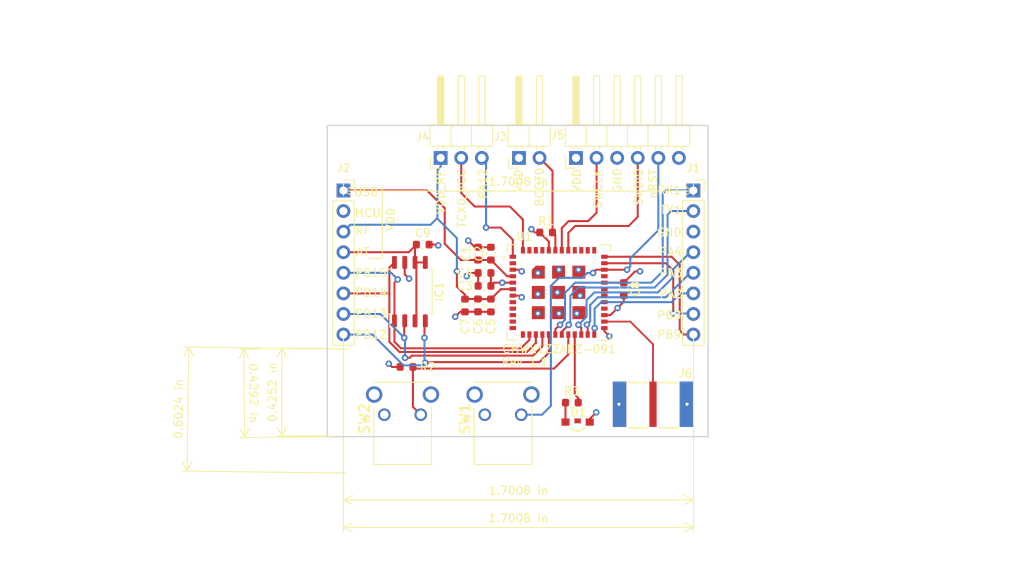
<source format=kicad_pcb>
(kicad_pcb (version 20171130) (host pcbnew "(5.1.5)-3")

  (general
    (thickness 1.6)
    (drawings 41)
    (tracks 262)
    (zones 0)
    (modules 23)
    (nets 27)
  )

  (page A4)
  (layers
    (0 F.Cu signal)
    (1 In1.Cu power)
    (2 In2.Cu power)
    (31 B.Cu signal)
    (32 B.Adhes user)
    (33 F.Adhes user)
    (34 B.Paste user)
    (35 F.Paste user)
    (36 B.SilkS user)
    (37 F.SilkS user)
    (38 B.Mask user)
    (39 F.Mask user)
    (40 Dwgs.User user)
    (41 Cmts.User user)
    (42 Eco1.User user)
    (43 Eco2.User user)
    (44 Edge.Cuts user)
    (45 Margin user)
    (46 B.CrtYd user)
    (47 F.CrtYd user)
    (48 B.Fab user)
    (49 F.Fab user)
  )

  (setup
    (last_trace_width 0.25)
    (trace_clearance 0.2)
    (zone_clearance 0.508)
    (zone_45_only no)
    (trace_min 0.2)
    (via_size 0.8)
    (via_drill 0.4)
    (via_min_size 0.4)
    (via_min_drill 0.3)
    (uvia_size 0.3)
    (uvia_drill 0.1)
    (uvias_allowed no)
    (uvia_min_size 0.2)
    (uvia_min_drill 0.1)
    (edge_width 0.05)
    (segment_width 0.2)
    (pcb_text_width 0.3)
    (pcb_text_size 1.5 1.5)
    (mod_edge_width 0.12)
    (mod_text_size 1 1)
    (mod_text_width 0.15)
    (pad_size 1.7 1.7)
    (pad_drill 1)
    (pad_to_mask_clearance 0.051)
    (solder_mask_min_width 0.25)
    (aux_axis_origin 0 0)
    (visible_elements 7FFFFFFF)
    (pcbplotparams
      (layerselection 0x010fc_ffffffff)
      (usegerberextensions false)
      (usegerberattributes false)
      (usegerberadvancedattributes false)
      (creategerberjobfile false)
      (excludeedgelayer true)
      (linewidth 0.100000)
      (plotframeref false)
      (viasonmask false)
      (mode 1)
      (useauxorigin false)
      (hpglpennumber 1)
      (hpglpenspeed 20)
      (hpglpendiameter 15.000000)
      (psnegative false)
      (psa4output false)
      (plotreference true)
      (plotvalue true)
      (plotinvisibletext false)
      (padsonsilk false)
      (subtractmaskfromsilk false)
      (outputformat 1)
      (mirror false)
      (drillshape 0)
      (scaleselection 1)
      (outputdirectory "Gerber/"))
  )

  (net 0 "")
  (net 1 GND)
  (net 2 /VDD_USB)
  (net 3 /VDD_MCU)
  (net 4 /VDD_RF)
  (net 5 /PB9)
  (net 6 /PB8)
  (net 7 /PA2)
  (net 8 /PA3)
  (net 9 /PA4)
  (net 10 /USART1_TX)
  (net 11 /USART1_RX)
  (net 12 /PB12)
  (net 13 /PB13)
  (net 14 /PB14)
  (net 15 /PB15)
  (net 16 /BOOT0)
  (net 17 /PA12)
  (net 18 /TCXO_VCC)
  (net 19 /MCU_nRST)
  (net 20 /SWDIO)
  (net 21 /SWCLK)
  (net 22 /ANT)
  (net 23 /VDD_AT)
  (net 24 "Net-(D1-Pad2)")
  (net 25 /Button)
  (net 26 /LED)

  (net_class Default "This is the default net class."
    (clearance 0.2)
    (trace_width 0.25)
    (via_dia 0.8)
    (via_drill 0.4)
    (uvia_dia 0.3)
    (uvia_drill 0.1)
    (add_net /BOOT0)
    (add_net /Button)
    (add_net /LED)
    (add_net /MCU_nRST)
    (add_net /PA12)
    (add_net /PA2)
    (add_net /PA3)
    (add_net /PA4)
    (add_net /PB12)
    (add_net /PB13)
    (add_net /PB14)
    (add_net /PB15)
    (add_net /PB8)
    (add_net /PB9)
    (add_net /SWCLK)
    (add_net /SWDIO)
    (add_net /TCXO_VCC)
    (add_net /USART1_RX)
    (add_net /USART1_TX)
    (add_net /VDD_AT)
    (add_net /VDD_MCU)
    (add_net /VDD_RF)
    (add_net /VDD_USB)
    (add_net GND)
    (add_net "Net-(D1-Pad2)")
  )

  (net_class ANT ""
    (clearance 0.2)
    (trace_width 0.221)
    (via_dia 0.8)
    (via_drill 0.4)
    (uvia_dia 0.3)
    (uvia_drill 0.1)
    (add_net /ANT)
  )

  (module MyFootprint:SMD_WL-SMSW_SMD_1204_Led (layer F.Cu) (tedit 5E4AC0DE) (tstamp 5E4B2508)
    (at 129.7 108.6 180)
    (descr "<B>WL-SMSW SMT Mono-color Side View Waterclear </B><BR>Size : 1204")
    (path /5E4B94E1)
    (fp_text reference D1 (at -0.1 1.2) (layer F.SilkS)
      (effects (font (size 1 1) (thickness 0.15)))
    )
    (fp_text value LED_Small (at 3.5496 2.0036) (layer F.Fab)
      (effects (font (size 0.64 0.64) (thickness 0.015)))
    )
    (fp_text user C (at -2.05 1.1) (layer F.SilkS)
      (effects (font (size 0.32 0.32) (thickness 0.015)))
    )
    (fp_line (start -1.6 -0.25) (end 1.6 -0.25) (layer F.Fab) (width 0.1))
    (fp_line (start 1.6 -0.25) (end 1.6 0.25) (layer F.Fab) (width 0.1))
    (fp_line (start 1.6 0.25) (end -1.6 0.25) (layer F.Fab) (width 0.1))
    (fp_line (start -1.6 0.25) (end -1.6 -0.25) (layer F.Fab) (width 0.1))
    (fp_arc (start 0.001315 0.005039) (end 0.96 -0.24) (angle -147.707) (layer F.Fab) (width 0.1))
    (fp_poly (pts (xy -2.2 -1.3) (xy 2.2 -1.3) (xy 2.2 0.7) (xy -2.2 0.7)) (layer F.CrtYd) (width 0.1))
    (fp_arc (start 0 0.035556) (end 0.85 -0.72) (angle -96.7329) (layer F.SilkS) (width 0.2))
    (pad 1 smd rect (at -1.5 0 180) (size 1 0.9) (layers F.Cu F.Paste F.Mask)
      (net 1 GND))
    (pad 2 smd rect (at 1.5 0 180) (size 1 0.9) (layers F.Cu F.Paste F.Mask)
      (net 24 "Net-(D1-Pad2)"))
    (pad 3 smd rect (at 0 0.15 180) (size 0.8 0.6) (layers F.Cu F.Paste F.Mask))
    (model ${MYPATH}/SMD_WL-SMSW_SMD_1204_Led.step
      (at (xyz 0 0 0))
      (scale (xyz 1 1 1))
      (rotate (xyz 0 0 0))
    )
  )

  (module Resistor_SMD:R_0603_1608Metric (layer F.Cu) (tedit 5B301BBD) (tstamp 5E4B27E3)
    (at 128.9875 106.2 180)
    (descr "Resistor SMD 0603 (1608 Metric), square (rectangular) end terminal, IPC_7351 nominal, (Body size source: http://www.tortai-tech.com/upload/download/2011102023233369053.pdf), generated with kicad-footprint-generator")
    (tags resistor)
    (path /5E4BAA60)
    (attr smd)
    (fp_text reference R3 (at -0.0125 1.4) (layer F.SilkS)
      (effects (font (size 1 1) (thickness 0.15)))
    )
    (fp_text value 680 (at 0 1.43) (layer F.Fab)
      (effects (font (size 1 1) (thickness 0.15)))
    )
    (fp_text user %R (at 0 0) (layer F.Fab)
      (effects (font (size 0.4 0.4) (thickness 0.06)))
    )
    (fp_line (start 1.48 0.73) (end -1.48 0.73) (layer F.CrtYd) (width 0.05))
    (fp_line (start 1.48 -0.73) (end 1.48 0.73) (layer F.CrtYd) (width 0.05))
    (fp_line (start -1.48 -0.73) (end 1.48 -0.73) (layer F.CrtYd) (width 0.05))
    (fp_line (start -1.48 0.73) (end -1.48 -0.73) (layer F.CrtYd) (width 0.05))
    (fp_line (start -0.162779 0.51) (end 0.162779 0.51) (layer F.SilkS) (width 0.12))
    (fp_line (start -0.162779 -0.51) (end 0.162779 -0.51) (layer F.SilkS) (width 0.12))
    (fp_line (start 0.8 0.4) (end -0.8 0.4) (layer F.Fab) (width 0.1))
    (fp_line (start 0.8 -0.4) (end 0.8 0.4) (layer F.Fab) (width 0.1))
    (fp_line (start -0.8 -0.4) (end 0.8 -0.4) (layer F.Fab) (width 0.1))
    (fp_line (start -0.8 0.4) (end -0.8 -0.4) (layer F.Fab) (width 0.1))
    (pad 2 smd roundrect (at 0.7875 0 180) (size 0.875 0.95) (layers F.Cu F.Paste F.Mask) (roundrect_rratio 0.25)
      (net 24 "Net-(D1-Pad2)"))
    (pad 1 smd roundrect (at -0.7875 0 180) (size 0.875 0.95) (layers F.Cu F.Paste F.Mask) (roundrect_rratio 0.25)
      (net 26 /LED))
    (model ${KISYS3DMOD}/Resistor_SMD.3dshapes/R_0603_1608Metric.wrl
      (at (xyz 0 0 0))
      (scale (xyz 1 1 1))
      (rotate (xyz 0 0 0))
    )
  )

  (module MyFootprint:FSMRA5JH-Tactile_Switch (layer F.Cu) (tedit 5E4AB688) (tstamp 5E4B550E)
    (at 105.845 107.69)
    (descr FSMRA5JH-1)
    (tags Switch)
    (path /5E4AE2A1)
    (fp_text reference SW2 (at -2.445 0.51 90) (layer F.SilkS)
      (effects (font (size 1.27 1.27) (thickness 0.254)))
    )
    (fp_text value Button (at 2.25 1.07) (layer F.SilkS) hide
      (effects (font (size 1.27 1.27) (thickness 0.254)))
    )
    (fp_arc (start -2.05 0) (end -2.1 0) (angle -180) (layer F.SilkS) (width 0.1))
    (fp_arc (start -2.05 0) (end -2 0) (angle -180) (layer F.SilkS) (width 0.1))
    (fp_arc (start -2.05 0) (end -2.1 0) (angle -180) (layer F.SilkS) (width 0.1))
    (fp_line (start -2.1 0) (end -2.1 0) (layer F.SilkS) (width 0.1))
    (fp_line (start -2 0) (end -2 0) (layer F.SilkS) (width 0.1))
    (fp_line (start -2.1 0) (end -2.1 0) (layer F.SilkS) (width 0.1))
    (fp_line (start -3.268 7.15) (end -3.268 -5.01) (layer F.CrtYd) (width 0.1))
    (fp_line (start 7.768 7.15) (end -3.268 7.15) (layer F.CrtYd) (width 0.1))
    (fp_line (start 7.768 -5.01) (end 7.768 7.15) (layer F.CrtYd) (width 0.1))
    (fp_line (start -3.268 -5.01) (end 7.768 -5.01) (layer F.CrtYd) (width 0.1))
    (fp_line (start 5.805 -1) (end 5.805 6.15) (layer F.SilkS) (width 0.1))
    (fp_line (start 5.805 -1) (end 5.805 -1) (layer F.SilkS) (width 0.1))
    (fp_line (start 5.805 6.15) (end 5.805 -1) (layer F.SilkS) (width 0.1))
    (fp_line (start 5.805 6.15) (end 5.805 6.15) (layer F.SilkS) (width 0.1))
    (fp_line (start -1.305 6.15) (end -1.305 6.15) (layer F.SilkS) (width 0.1))
    (fp_line (start 5.805 6.15) (end -1.305 6.15) (layer F.SilkS) (width 0.1))
    (fp_line (start 5.805 6.15) (end 5.805 6.15) (layer F.SilkS) (width 0.1))
    (fp_line (start -1.305 6.15) (end 5.805 6.15) (layer F.SilkS) (width 0.1))
    (fp_line (start -1.305 6.15) (end -1.305 -0.75) (layer F.SilkS) (width 0.1))
    (fp_line (start -1.305 6.15) (end -1.305 6.15) (layer F.SilkS) (width 0.1))
    (fp_line (start -1.305 -0.75) (end -1.305 6.15) (layer F.SilkS) (width 0.1))
    (fp_line (start -1.305 -0.75) (end -1.305 -0.75) (layer F.SilkS) (width 0.1))
    (fp_line (start -1.305 -4) (end -1.305 -4) (layer F.SilkS) (width 0.1))
    (fp_line (start 5.805 -4) (end -1.305 -4) (layer F.SilkS) (width 0.1))
    (fp_line (start 5.805 -4) (end 5.805 -4) (layer F.SilkS) (width 0.1))
    (fp_line (start -1.305 -4) (end 5.805 -4) (layer F.SilkS) (width 0.1))
    (fp_line (start -1.305 -4.01) (end -1.305 6.15) (layer F.Fab) (width 0.2))
    (fp_line (start 5.805 -4.01) (end -1.305 -4.01) (layer F.Fab) (width 0.2))
    (fp_line (start 5.805 6.15) (end 5.805 -4.01) (layer F.Fab) (width 0.2))
    (fp_line (start -1.305 6.15) (end 5.805 6.15) (layer F.Fab) (width 0.2))
    (fp_text user %R (at 2.25 1.07) (layer F.Fab)
      (effects (font (size 1.27 1.27) (thickness 0.254)))
    )
    (pad MH2 thru_hole circle (at 5.755 -2.49) (size 2.026 2.026) (drill 1.3508) (layers *.Cu *.Mask))
    (pad MH1 thru_hole circle (at -1.255 -2.49) (size 2.026 2.026) (drill 1.3508) (layers *.Cu *.Mask))
    (pad 2 thru_hole circle (at 4.5 0) (size 1.561 1.561) (drill 1.0408) (layers *.Cu *.Mask)
      (net 25 /Button))
    (pad 1 thru_hole circle (at 0 0) (size 1.561 1.561) (drill 1.0408) (layers *.Cu *.Mask)
      (net 1 GND))
    (model ${MYPATH}/FSMRA5JH.STEP
      (at (xyz 0 0 0))
      (scale (xyz 1 1 1))
      (rotate (xyz 0 0 0))
    )
  )

  (module Resistor_SMD:R_0603_1608Metric (layer F.Cu) (tedit 5B301BBD) (tstamp 5E4B556A)
    (at 108.5875 101.8 180)
    (descr "Resistor SMD 0603 (1608 Metric), square (rectangular) end terminal, IPC_7351 nominal, (Body size source: http://www.tortai-tech.com/upload/download/2011102023233369053.pdf), generated with kicad-footprint-generator")
    (tags resistor)
    (path /5E4AF359)
    (attr smd)
    (fp_text reference R2 (at -2.6125 0) (layer F.SilkS)
      (effects (font (size 1 1) (thickness 0.15)))
    )
    (fp_text value 4k7 (at 0 1.43) (layer F.Fab)
      (effects (font (size 1 1) (thickness 0.15)))
    )
    (fp_text user %R (at 0 0) (layer F.Fab)
      (effects (font (size 0.4 0.4) (thickness 0.06)))
    )
    (fp_line (start 1.48 0.73) (end -1.48 0.73) (layer F.CrtYd) (width 0.05))
    (fp_line (start 1.48 -0.73) (end 1.48 0.73) (layer F.CrtYd) (width 0.05))
    (fp_line (start -1.48 -0.73) (end 1.48 -0.73) (layer F.CrtYd) (width 0.05))
    (fp_line (start -1.48 0.73) (end -1.48 -0.73) (layer F.CrtYd) (width 0.05))
    (fp_line (start -0.162779 0.51) (end 0.162779 0.51) (layer F.SilkS) (width 0.12))
    (fp_line (start -0.162779 -0.51) (end 0.162779 -0.51) (layer F.SilkS) (width 0.12))
    (fp_line (start 0.8 0.4) (end -0.8 0.4) (layer F.Fab) (width 0.1))
    (fp_line (start 0.8 -0.4) (end 0.8 0.4) (layer F.Fab) (width 0.1))
    (fp_line (start -0.8 -0.4) (end 0.8 -0.4) (layer F.Fab) (width 0.1))
    (fp_line (start -0.8 0.4) (end -0.8 -0.4) (layer F.Fab) (width 0.1))
    (pad 2 smd roundrect (at 0.7875 0 180) (size 0.875 0.95) (layers F.Cu F.Paste F.Mask) (roundrect_rratio 0.25)
      (net 3 /VDD_MCU))
    (pad 1 smd roundrect (at -0.7875 0 180) (size 0.875 0.95) (layers F.Cu F.Paste F.Mask) (roundrect_rratio 0.25)
      (net 25 /Button))
    (model ${KISYS3DMOD}/Resistor_SMD.3dshapes/R_0603_1608Metric.wrl
      (at (xyz 0 0 0))
      (scale (xyz 1 1 1))
      (rotate (xyz 0 0 0))
    )
  )

  (module MyFootprint:FSMRA5JH-Tactile_Switch (layer F.Cu) (tedit 5E4AB688) (tstamp 5E4B55FD)
    (at 118.245 107.69)
    (descr FSMRA5JH-1)
    (tags Switch)
    (path /5DDDCCE6)
    (fp_text reference SW1 (at -2.445 0.51 90) (layer F.SilkS)
      (effects (font (size 1.27 1.27) (thickness 0.254)))
    )
    (fp_text value Reset (at 2.25 1.07) (layer F.SilkS) hide
      (effects (font (size 1.27 1.27) (thickness 0.254)))
    )
    (fp_arc (start -2.05 0) (end -2.1 0) (angle -180) (layer F.SilkS) (width 0.1))
    (fp_arc (start -2.05 0) (end -2 0) (angle -180) (layer F.SilkS) (width 0.1))
    (fp_arc (start -2.05 0) (end -2.1 0) (angle -180) (layer F.SilkS) (width 0.1))
    (fp_line (start -2.1 0) (end -2.1 0) (layer F.SilkS) (width 0.1))
    (fp_line (start -2 0) (end -2 0) (layer F.SilkS) (width 0.1))
    (fp_line (start -2.1 0) (end -2.1 0) (layer F.SilkS) (width 0.1))
    (fp_line (start -3.268 7.15) (end -3.268 -5.01) (layer F.CrtYd) (width 0.1))
    (fp_line (start 7.768 7.15) (end -3.268 7.15) (layer F.CrtYd) (width 0.1))
    (fp_line (start 7.768 -5.01) (end 7.768 7.15) (layer F.CrtYd) (width 0.1))
    (fp_line (start -3.268 -5.01) (end 7.768 -5.01) (layer F.CrtYd) (width 0.1))
    (fp_line (start 5.805 -1) (end 5.805 6.15) (layer F.SilkS) (width 0.1))
    (fp_line (start 5.805 -1) (end 5.805 -1) (layer F.SilkS) (width 0.1))
    (fp_line (start 5.805 6.15) (end 5.805 -1) (layer F.SilkS) (width 0.1))
    (fp_line (start 5.805 6.15) (end 5.805 6.15) (layer F.SilkS) (width 0.1))
    (fp_line (start -1.305 6.15) (end -1.305 6.15) (layer F.SilkS) (width 0.1))
    (fp_line (start 5.805 6.15) (end -1.305 6.15) (layer F.SilkS) (width 0.1))
    (fp_line (start 5.805 6.15) (end 5.805 6.15) (layer F.SilkS) (width 0.1))
    (fp_line (start -1.305 6.15) (end 5.805 6.15) (layer F.SilkS) (width 0.1))
    (fp_line (start -1.305 6.15) (end -1.305 -0.75) (layer F.SilkS) (width 0.1))
    (fp_line (start -1.305 6.15) (end -1.305 6.15) (layer F.SilkS) (width 0.1))
    (fp_line (start -1.305 -0.75) (end -1.305 6.15) (layer F.SilkS) (width 0.1))
    (fp_line (start -1.305 -0.75) (end -1.305 -0.75) (layer F.SilkS) (width 0.1))
    (fp_line (start -1.305 -4) (end -1.305 -4) (layer F.SilkS) (width 0.1))
    (fp_line (start 5.805 -4) (end -1.305 -4) (layer F.SilkS) (width 0.1))
    (fp_line (start 5.805 -4) (end 5.805 -4) (layer F.SilkS) (width 0.1))
    (fp_line (start -1.305 -4) (end 5.805 -4) (layer F.SilkS) (width 0.1))
    (fp_line (start -1.305 -4.01) (end -1.305 6.15) (layer F.Fab) (width 0.2))
    (fp_line (start 5.805 -4.01) (end -1.305 -4.01) (layer F.Fab) (width 0.2))
    (fp_line (start 5.805 6.15) (end 5.805 -4.01) (layer F.Fab) (width 0.2))
    (fp_line (start -1.305 6.15) (end 5.805 6.15) (layer F.Fab) (width 0.2))
    (fp_text user %R (at 2.25 1.07) (layer F.Fab)
      (effects (font (size 1.27 1.27) (thickness 0.254)))
    )
    (pad MH2 thru_hole circle (at 5.755 -2.49) (size 2.026 2.026) (drill 1.3508) (layers *.Cu *.Mask))
    (pad MH1 thru_hole circle (at -1.255 -2.49) (size 2.026 2.026) (drill 1.3508) (layers *.Cu *.Mask))
    (pad 2 thru_hole circle (at 4.5 0) (size 1.561 1.561) (drill 1.0408) (layers *.Cu *.Mask)
      (net 19 /MCU_nRST))
    (pad 1 thru_hole circle (at 0 0) (size 1.561 1.561) (drill 1.0408) (layers *.Cu *.Mask)
      (net 1 GND))
    (model ${MYPATH}/FSMRA5JH.STEP
      (at (xyz 0 0 0))
      (scale (xyz 1 1 1))
      (rotate (xyz 0 0 0))
    )
  )

  (module Connector_PinHeader_2.54mm:PinHeader_1x06_P2.54mm_Horizontal (layer F.Cu) (tedit 59FED5CB) (tstamp 5E3B0FDD)
    (at 129.5 76 90)
    (descr "Through hole angled pin header, 1x06, 2.54mm pitch, 6mm pin length, single row")
    (tags "Through hole angled pin header THT 1x06 2.54mm single row")
    (path /5E2365BC)
    (fp_text reference J5 (at 2.8 -2.27 180) (layer F.SilkS)
      (effects (font (size 1 1) (thickness 0.15)))
    )
    (fp_text value "SWD connector" (at 4.385 14.97 90) (layer F.Fab)
      (effects (font (size 1 1) (thickness 0.15)))
    )
    (fp_text user %R (at 2.77 6.35) (layer F.Fab)
      (effects (font (size 1 1) (thickness 0.15)))
    )
    (fp_line (start 10.55 -1.8) (end -1.8 -1.8) (layer F.CrtYd) (width 0.05))
    (fp_line (start 10.55 14.5) (end 10.55 -1.8) (layer F.CrtYd) (width 0.05))
    (fp_line (start -1.8 14.5) (end 10.55 14.5) (layer F.CrtYd) (width 0.05))
    (fp_line (start -1.8 -1.8) (end -1.8 14.5) (layer F.CrtYd) (width 0.05))
    (fp_line (start -1.27 -1.27) (end 0 -1.27) (layer F.SilkS) (width 0.12))
    (fp_line (start -1.27 0) (end -1.27 -1.27) (layer F.SilkS) (width 0.12))
    (fp_line (start 1.042929 13.08) (end 1.44 13.08) (layer F.SilkS) (width 0.12))
    (fp_line (start 1.042929 12.32) (end 1.44 12.32) (layer F.SilkS) (width 0.12))
    (fp_line (start 10.1 13.08) (end 4.1 13.08) (layer F.SilkS) (width 0.12))
    (fp_line (start 10.1 12.32) (end 10.1 13.08) (layer F.SilkS) (width 0.12))
    (fp_line (start 4.1 12.32) (end 10.1 12.32) (layer F.SilkS) (width 0.12))
    (fp_line (start 1.44 11.43) (end 4.1 11.43) (layer F.SilkS) (width 0.12))
    (fp_line (start 1.042929 10.54) (end 1.44 10.54) (layer F.SilkS) (width 0.12))
    (fp_line (start 1.042929 9.78) (end 1.44 9.78) (layer F.SilkS) (width 0.12))
    (fp_line (start 10.1 10.54) (end 4.1 10.54) (layer F.SilkS) (width 0.12))
    (fp_line (start 10.1 9.78) (end 10.1 10.54) (layer F.SilkS) (width 0.12))
    (fp_line (start 4.1 9.78) (end 10.1 9.78) (layer F.SilkS) (width 0.12))
    (fp_line (start 1.44 8.89) (end 4.1 8.89) (layer F.SilkS) (width 0.12))
    (fp_line (start 1.042929 8) (end 1.44 8) (layer F.SilkS) (width 0.12))
    (fp_line (start 1.042929 7.24) (end 1.44 7.24) (layer F.SilkS) (width 0.12))
    (fp_line (start 10.1 8) (end 4.1 8) (layer F.SilkS) (width 0.12))
    (fp_line (start 10.1 7.24) (end 10.1 8) (layer F.SilkS) (width 0.12))
    (fp_line (start 4.1 7.24) (end 10.1 7.24) (layer F.SilkS) (width 0.12))
    (fp_line (start 1.44 6.35) (end 4.1 6.35) (layer F.SilkS) (width 0.12))
    (fp_line (start 1.042929 5.46) (end 1.44 5.46) (layer F.SilkS) (width 0.12))
    (fp_line (start 1.042929 4.7) (end 1.44 4.7) (layer F.SilkS) (width 0.12))
    (fp_line (start 10.1 5.46) (end 4.1 5.46) (layer F.SilkS) (width 0.12))
    (fp_line (start 10.1 4.7) (end 10.1 5.46) (layer F.SilkS) (width 0.12))
    (fp_line (start 4.1 4.7) (end 10.1 4.7) (layer F.SilkS) (width 0.12))
    (fp_line (start 1.44 3.81) (end 4.1 3.81) (layer F.SilkS) (width 0.12))
    (fp_line (start 1.042929 2.92) (end 1.44 2.92) (layer F.SilkS) (width 0.12))
    (fp_line (start 1.042929 2.16) (end 1.44 2.16) (layer F.SilkS) (width 0.12))
    (fp_line (start 10.1 2.92) (end 4.1 2.92) (layer F.SilkS) (width 0.12))
    (fp_line (start 10.1 2.16) (end 10.1 2.92) (layer F.SilkS) (width 0.12))
    (fp_line (start 4.1 2.16) (end 10.1 2.16) (layer F.SilkS) (width 0.12))
    (fp_line (start 1.44 1.27) (end 4.1 1.27) (layer F.SilkS) (width 0.12))
    (fp_line (start 1.11 0.38) (end 1.44 0.38) (layer F.SilkS) (width 0.12))
    (fp_line (start 1.11 -0.38) (end 1.44 -0.38) (layer F.SilkS) (width 0.12))
    (fp_line (start 4.1 0.28) (end 10.1 0.28) (layer F.SilkS) (width 0.12))
    (fp_line (start 4.1 0.16) (end 10.1 0.16) (layer F.SilkS) (width 0.12))
    (fp_line (start 4.1 0.04) (end 10.1 0.04) (layer F.SilkS) (width 0.12))
    (fp_line (start 4.1 -0.08) (end 10.1 -0.08) (layer F.SilkS) (width 0.12))
    (fp_line (start 4.1 -0.2) (end 10.1 -0.2) (layer F.SilkS) (width 0.12))
    (fp_line (start 4.1 -0.32) (end 10.1 -0.32) (layer F.SilkS) (width 0.12))
    (fp_line (start 10.1 0.38) (end 4.1 0.38) (layer F.SilkS) (width 0.12))
    (fp_line (start 10.1 -0.38) (end 10.1 0.38) (layer F.SilkS) (width 0.12))
    (fp_line (start 4.1 -0.38) (end 10.1 -0.38) (layer F.SilkS) (width 0.12))
    (fp_line (start 4.1 -1.33) (end 1.44 -1.33) (layer F.SilkS) (width 0.12))
    (fp_line (start 4.1 14.03) (end 4.1 -1.33) (layer F.SilkS) (width 0.12))
    (fp_line (start 1.44 14.03) (end 4.1 14.03) (layer F.SilkS) (width 0.12))
    (fp_line (start 1.44 -1.33) (end 1.44 14.03) (layer F.SilkS) (width 0.12))
    (fp_line (start 4.04 13.02) (end 10.04 13.02) (layer F.Fab) (width 0.1))
    (fp_line (start 10.04 12.38) (end 10.04 13.02) (layer F.Fab) (width 0.1))
    (fp_line (start 4.04 12.38) (end 10.04 12.38) (layer F.Fab) (width 0.1))
    (fp_line (start -0.32 13.02) (end 1.5 13.02) (layer F.Fab) (width 0.1))
    (fp_line (start -0.32 12.38) (end -0.32 13.02) (layer F.Fab) (width 0.1))
    (fp_line (start -0.32 12.38) (end 1.5 12.38) (layer F.Fab) (width 0.1))
    (fp_line (start 4.04 10.48) (end 10.04 10.48) (layer F.Fab) (width 0.1))
    (fp_line (start 10.04 9.84) (end 10.04 10.48) (layer F.Fab) (width 0.1))
    (fp_line (start 4.04 9.84) (end 10.04 9.84) (layer F.Fab) (width 0.1))
    (fp_line (start -0.32 10.48) (end 1.5 10.48) (layer F.Fab) (width 0.1))
    (fp_line (start -0.32 9.84) (end -0.32 10.48) (layer F.Fab) (width 0.1))
    (fp_line (start -0.32 9.84) (end 1.5 9.84) (layer F.Fab) (width 0.1))
    (fp_line (start 4.04 7.94) (end 10.04 7.94) (layer F.Fab) (width 0.1))
    (fp_line (start 10.04 7.3) (end 10.04 7.94) (layer F.Fab) (width 0.1))
    (fp_line (start 4.04 7.3) (end 10.04 7.3) (layer F.Fab) (width 0.1))
    (fp_line (start -0.32 7.94) (end 1.5 7.94) (layer F.Fab) (width 0.1))
    (fp_line (start -0.32 7.3) (end -0.32 7.94) (layer F.Fab) (width 0.1))
    (fp_line (start -0.32 7.3) (end 1.5 7.3) (layer F.Fab) (width 0.1))
    (fp_line (start 4.04 5.4) (end 10.04 5.4) (layer F.Fab) (width 0.1))
    (fp_line (start 10.04 4.76) (end 10.04 5.4) (layer F.Fab) (width 0.1))
    (fp_line (start 4.04 4.76) (end 10.04 4.76) (layer F.Fab) (width 0.1))
    (fp_line (start -0.32 5.4) (end 1.5 5.4) (layer F.Fab) (width 0.1))
    (fp_line (start -0.32 4.76) (end -0.32 5.4) (layer F.Fab) (width 0.1))
    (fp_line (start -0.32 4.76) (end 1.5 4.76) (layer F.Fab) (width 0.1))
    (fp_line (start 4.04 2.86) (end 10.04 2.86) (layer F.Fab) (width 0.1))
    (fp_line (start 10.04 2.22) (end 10.04 2.86) (layer F.Fab) (width 0.1))
    (fp_line (start 4.04 2.22) (end 10.04 2.22) (layer F.Fab) (width 0.1))
    (fp_line (start -0.32 2.86) (end 1.5 2.86) (layer F.Fab) (width 0.1))
    (fp_line (start -0.32 2.22) (end -0.32 2.86) (layer F.Fab) (width 0.1))
    (fp_line (start -0.32 2.22) (end 1.5 2.22) (layer F.Fab) (width 0.1))
    (fp_line (start 4.04 0.32) (end 10.04 0.32) (layer F.Fab) (width 0.1))
    (fp_line (start 10.04 -0.32) (end 10.04 0.32) (layer F.Fab) (width 0.1))
    (fp_line (start 4.04 -0.32) (end 10.04 -0.32) (layer F.Fab) (width 0.1))
    (fp_line (start -0.32 0.32) (end 1.5 0.32) (layer F.Fab) (width 0.1))
    (fp_line (start -0.32 -0.32) (end -0.32 0.32) (layer F.Fab) (width 0.1))
    (fp_line (start -0.32 -0.32) (end 1.5 -0.32) (layer F.Fab) (width 0.1))
    (fp_line (start 1.5 -0.635) (end 2.135 -1.27) (layer F.Fab) (width 0.1))
    (fp_line (start 1.5 13.97) (end 1.5 -0.635) (layer F.Fab) (width 0.1))
    (fp_line (start 4.04 13.97) (end 1.5 13.97) (layer F.Fab) (width 0.1))
    (fp_line (start 4.04 -1.27) (end 4.04 13.97) (layer F.Fab) (width 0.1))
    (fp_line (start 2.135 -1.27) (end 4.04 -1.27) (layer F.Fab) (width 0.1))
    (pad 6 thru_hole oval (at 0 12.7 90) (size 1.7 1.7) (drill 1) (layers *.Cu *.Mask))
    (pad 5 thru_hole oval (at 0 10.16 90) (size 1.7 1.7) (drill 1) (layers *.Cu *.Mask)
      (net 19 /MCU_nRST))
    (pad 4 thru_hole oval (at 0 7.62 90) (size 1.7 1.7) (drill 1) (layers *.Cu *.Mask)
      (net 20 /SWDIO))
    (pad 3 thru_hole oval (at 0 5.08 90) (size 1.7 1.7) (drill 1) (layers *.Cu *.Mask)
      (net 1 GND))
    (pad 2 thru_hole oval (at 0 2.54 90) (size 1.7 1.7) (drill 1) (layers *.Cu *.Mask)
      (net 21 /SWCLK))
    (pad 1 thru_hole rect (at 0 0 90) (size 1.7 1.7) (drill 1) (layers *.Cu *.Mask)
      (net 3 /VDD_MCU))
    (model ${KISYS3DMOD}/Connector_PinHeader_2.54mm.3dshapes/PinHeader_1x06_P2.54mm_Horizontal.wrl
      (at (xyz 0 0 0))
      (scale (xyz 1 1 1))
      (rotate (xyz 0 0 0))
    )
  )

  (module Connector_PinHeader_2.54mm:PinHeader_1x03_P2.54mm_Horizontal (layer F.Cu) (tedit 59FED5CB) (tstamp 5E3B27F9)
    (at 112.8 76 90)
    (descr "Through hole angled pin header, 1x03, 2.54mm pitch, 6mm pin length, single row")
    (tags "Through hole angled pin header THT 1x03 2.54mm single row")
    (path /5E3AD17E)
    (fp_text reference J4 (at 2.6 -2.2 180) (layer F.SilkS)
      (effects (font (size 1 1) (thickness 0.15)))
    )
    (fp_text value "TCXO Selection" (at 4.385 7.35 90) (layer F.Fab)
      (effects (font (size 1 1) (thickness 0.15)))
    )
    (fp_text user %R (at 2.77 2.54) (layer F.Fab)
      (effects (font (size 1 1) (thickness 0.15)))
    )
    (fp_line (start 10.55 -1.8) (end -1.8 -1.8) (layer F.CrtYd) (width 0.05))
    (fp_line (start 10.55 6.85) (end 10.55 -1.8) (layer F.CrtYd) (width 0.05))
    (fp_line (start -1.8 6.85) (end 10.55 6.85) (layer F.CrtYd) (width 0.05))
    (fp_line (start -1.8 -1.8) (end -1.8 6.85) (layer F.CrtYd) (width 0.05))
    (fp_line (start -1.27 -1.27) (end 0 -1.27) (layer F.SilkS) (width 0.12))
    (fp_line (start -1.27 0) (end -1.27 -1.27) (layer F.SilkS) (width 0.12))
    (fp_line (start 1.042929 5.46) (end 1.44 5.46) (layer F.SilkS) (width 0.12))
    (fp_line (start 1.042929 4.7) (end 1.44 4.7) (layer F.SilkS) (width 0.12))
    (fp_line (start 10.1 5.46) (end 4.1 5.46) (layer F.SilkS) (width 0.12))
    (fp_line (start 10.1 4.7) (end 10.1 5.46) (layer F.SilkS) (width 0.12))
    (fp_line (start 4.1 4.7) (end 10.1 4.7) (layer F.SilkS) (width 0.12))
    (fp_line (start 1.44 3.81) (end 4.1 3.81) (layer F.SilkS) (width 0.12))
    (fp_line (start 1.042929 2.92) (end 1.44 2.92) (layer F.SilkS) (width 0.12))
    (fp_line (start 1.042929 2.16) (end 1.44 2.16) (layer F.SilkS) (width 0.12))
    (fp_line (start 10.1 2.92) (end 4.1 2.92) (layer F.SilkS) (width 0.12))
    (fp_line (start 10.1 2.16) (end 10.1 2.92) (layer F.SilkS) (width 0.12))
    (fp_line (start 4.1 2.16) (end 10.1 2.16) (layer F.SilkS) (width 0.12))
    (fp_line (start 1.44 1.27) (end 4.1 1.27) (layer F.SilkS) (width 0.12))
    (fp_line (start 1.11 0.38) (end 1.44 0.38) (layer F.SilkS) (width 0.12))
    (fp_line (start 1.11 -0.38) (end 1.44 -0.38) (layer F.SilkS) (width 0.12))
    (fp_line (start 4.1 0.28) (end 10.1 0.28) (layer F.SilkS) (width 0.12))
    (fp_line (start 4.1 0.16) (end 10.1 0.16) (layer F.SilkS) (width 0.12))
    (fp_line (start 4.1 0.04) (end 10.1 0.04) (layer F.SilkS) (width 0.12))
    (fp_line (start 4.1 -0.08) (end 10.1 -0.08) (layer F.SilkS) (width 0.12))
    (fp_line (start 4.1 -0.2) (end 10.1 -0.2) (layer F.SilkS) (width 0.12))
    (fp_line (start 4.1 -0.32) (end 10.1 -0.32) (layer F.SilkS) (width 0.12))
    (fp_line (start 10.1 0.38) (end 4.1 0.38) (layer F.SilkS) (width 0.12))
    (fp_line (start 10.1 -0.38) (end 10.1 0.38) (layer F.SilkS) (width 0.12))
    (fp_line (start 4.1 -0.38) (end 10.1 -0.38) (layer F.SilkS) (width 0.12))
    (fp_line (start 4.1 -1.33) (end 1.44 -1.33) (layer F.SilkS) (width 0.12))
    (fp_line (start 4.1 6.41) (end 4.1 -1.33) (layer F.SilkS) (width 0.12))
    (fp_line (start 1.44 6.41) (end 4.1 6.41) (layer F.SilkS) (width 0.12))
    (fp_line (start 1.44 -1.33) (end 1.44 6.41) (layer F.SilkS) (width 0.12))
    (fp_line (start 4.04 5.4) (end 10.04 5.4) (layer F.Fab) (width 0.1))
    (fp_line (start 10.04 4.76) (end 10.04 5.4) (layer F.Fab) (width 0.1))
    (fp_line (start 4.04 4.76) (end 10.04 4.76) (layer F.Fab) (width 0.1))
    (fp_line (start -0.32 5.4) (end 1.5 5.4) (layer F.Fab) (width 0.1))
    (fp_line (start -0.32 4.76) (end -0.32 5.4) (layer F.Fab) (width 0.1))
    (fp_line (start -0.32 4.76) (end 1.5 4.76) (layer F.Fab) (width 0.1))
    (fp_line (start 4.04 2.86) (end 10.04 2.86) (layer F.Fab) (width 0.1))
    (fp_line (start 10.04 2.22) (end 10.04 2.86) (layer F.Fab) (width 0.1))
    (fp_line (start 4.04 2.22) (end 10.04 2.22) (layer F.Fab) (width 0.1))
    (fp_line (start -0.32 2.86) (end 1.5 2.86) (layer F.Fab) (width 0.1))
    (fp_line (start -0.32 2.22) (end -0.32 2.86) (layer F.Fab) (width 0.1))
    (fp_line (start -0.32 2.22) (end 1.5 2.22) (layer F.Fab) (width 0.1))
    (fp_line (start 4.04 0.32) (end 10.04 0.32) (layer F.Fab) (width 0.1))
    (fp_line (start 10.04 -0.32) (end 10.04 0.32) (layer F.Fab) (width 0.1))
    (fp_line (start 4.04 -0.32) (end 10.04 -0.32) (layer F.Fab) (width 0.1))
    (fp_line (start -0.32 0.32) (end 1.5 0.32) (layer F.Fab) (width 0.1))
    (fp_line (start -0.32 -0.32) (end -0.32 0.32) (layer F.Fab) (width 0.1))
    (fp_line (start -0.32 -0.32) (end 1.5 -0.32) (layer F.Fab) (width 0.1))
    (fp_line (start 1.5 -0.635) (end 2.135 -1.27) (layer F.Fab) (width 0.1))
    (fp_line (start 1.5 6.35) (end 1.5 -0.635) (layer F.Fab) (width 0.1))
    (fp_line (start 4.04 6.35) (end 1.5 6.35) (layer F.Fab) (width 0.1))
    (fp_line (start 4.04 -1.27) (end 4.04 6.35) (layer F.Fab) (width 0.1))
    (fp_line (start 2.135 -1.27) (end 4.04 -1.27) (layer F.Fab) (width 0.1))
    (pad 3 thru_hole oval (at 0 5.08 90) (size 1.7 1.7) (drill 1) (layers *.Cu *.Mask)
      (net 17 /PA12))
    (pad 2 thru_hole oval (at 0 2.54 90) (size 1.7 1.7) (drill 1) (layers *.Cu *.Mask)
      (net 18 /TCXO_VCC))
    (pad 1 thru_hole rect (at 0 0 90) (size 1.7 1.7) (drill 1) (layers *.Cu *.Mask)
      (net 4 /VDD_RF))
    (model ${KISYS3DMOD}/Connector_PinHeader_2.54mm.3dshapes/PinHeader_1x03_P2.54mm_Horizontal.wrl
      (at (xyz 0 0 0))
      (scale (xyz 1 1 1))
      (rotate (xyz 0 0 0))
    )
  )

  (module Connector_PinHeader_2.54mm:PinHeader_1x02_P2.54mm_Horizontal (layer F.Cu) (tedit 59FED5CB) (tstamp 5E3B0F36)
    (at 122.46 76 90)
    (descr "Through hole angled pin header, 1x02, 2.54mm pitch, 6mm pin length, single row")
    (tags "Through hole angled pin header THT 1x02 2.54mm single row")
    (path /5E3B98AF)
    (fp_text reference J3 (at 2.6 -2.27 180) (layer F.SilkS)
      (effects (font (size 1 1) (thickness 0.15)))
    )
    (fp_text value BOOT0 (at 4.385 4.81 90) (layer F.Fab)
      (effects (font (size 1 1) (thickness 0.15)))
    )
    (fp_text user %R (at 2.77 1.27) (layer F.Fab)
      (effects (font (size 1 1) (thickness 0.15)))
    )
    (fp_line (start 10.55 -1.8) (end -1.8 -1.8) (layer F.CrtYd) (width 0.05))
    (fp_line (start 10.55 4.35) (end 10.55 -1.8) (layer F.CrtYd) (width 0.05))
    (fp_line (start -1.8 4.35) (end 10.55 4.35) (layer F.CrtYd) (width 0.05))
    (fp_line (start -1.8 -1.8) (end -1.8 4.35) (layer F.CrtYd) (width 0.05))
    (fp_line (start -1.27 -1.27) (end 0 -1.27) (layer F.SilkS) (width 0.12))
    (fp_line (start -1.27 0) (end -1.27 -1.27) (layer F.SilkS) (width 0.12))
    (fp_line (start 1.042929 2.92) (end 1.44 2.92) (layer F.SilkS) (width 0.12))
    (fp_line (start 1.042929 2.16) (end 1.44 2.16) (layer F.SilkS) (width 0.12))
    (fp_line (start 10.1 2.92) (end 4.1 2.92) (layer F.SilkS) (width 0.12))
    (fp_line (start 10.1 2.16) (end 10.1 2.92) (layer F.SilkS) (width 0.12))
    (fp_line (start 4.1 2.16) (end 10.1 2.16) (layer F.SilkS) (width 0.12))
    (fp_line (start 1.44 1.27) (end 4.1 1.27) (layer F.SilkS) (width 0.12))
    (fp_line (start 1.11 0.38) (end 1.44 0.38) (layer F.SilkS) (width 0.12))
    (fp_line (start 1.11 -0.38) (end 1.44 -0.38) (layer F.SilkS) (width 0.12))
    (fp_line (start 4.1 0.28) (end 10.1 0.28) (layer F.SilkS) (width 0.12))
    (fp_line (start 4.1 0.16) (end 10.1 0.16) (layer F.SilkS) (width 0.12))
    (fp_line (start 4.1 0.04) (end 10.1 0.04) (layer F.SilkS) (width 0.12))
    (fp_line (start 4.1 -0.08) (end 10.1 -0.08) (layer F.SilkS) (width 0.12))
    (fp_line (start 4.1 -0.2) (end 10.1 -0.2) (layer F.SilkS) (width 0.12))
    (fp_line (start 4.1 -0.32) (end 10.1 -0.32) (layer F.SilkS) (width 0.12))
    (fp_line (start 10.1 0.38) (end 4.1 0.38) (layer F.SilkS) (width 0.12))
    (fp_line (start 10.1 -0.38) (end 10.1 0.38) (layer F.SilkS) (width 0.12))
    (fp_line (start 4.1 -0.38) (end 10.1 -0.38) (layer F.SilkS) (width 0.12))
    (fp_line (start 4.1 -1.33) (end 1.44 -1.33) (layer F.SilkS) (width 0.12))
    (fp_line (start 4.1 3.87) (end 4.1 -1.33) (layer F.SilkS) (width 0.12))
    (fp_line (start 1.44 3.87) (end 4.1 3.87) (layer F.SilkS) (width 0.12))
    (fp_line (start 1.44 -1.33) (end 1.44 3.87) (layer F.SilkS) (width 0.12))
    (fp_line (start 4.04 2.86) (end 10.04 2.86) (layer F.Fab) (width 0.1))
    (fp_line (start 10.04 2.22) (end 10.04 2.86) (layer F.Fab) (width 0.1))
    (fp_line (start 4.04 2.22) (end 10.04 2.22) (layer F.Fab) (width 0.1))
    (fp_line (start -0.32 2.86) (end 1.5 2.86) (layer F.Fab) (width 0.1))
    (fp_line (start -0.32 2.22) (end -0.32 2.86) (layer F.Fab) (width 0.1))
    (fp_line (start -0.32 2.22) (end 1.5 2.22) (layer F.Fab) (width 0.1))
    (fp_line (start 4.04 0.32) (end 10.04 0.32) (layer F.Fab) (width 0.1))
    (fp_line (start 10.04 -0.32) (end 10.04 0.32) (layer F.Fab) (width 0.1))
    (fp_line (start 4.04 -0.32) (end 10.04 -0.32) (layer F.Fab) (width 0.1))
    (fp_line (start -0.32 0.32) (end 1.5 0.32) (layer F.Fab) (width 0.1))
    (fp_line (start -0.32 -0.32) (end -0.32 0.32) (layer F.Fab) (width 0.1))
    (fp_line (start -0.32 -0.32) (end 1.5 -0.32) (layer F.Fab) (width 0.1))
    (fp_line (start 1.5 -0.635) (end 2.135 -1.27) (layer F.Fab) (width 0.1))
    (fp_line (start 1.5 3.81) (end 1.5 -0.635) (layer F.Fab) (width 0.1))
    (fp_line (start 4.04 3.81) (end 1.5 3.81) (layer F.Fab) (width 0.1))
    (fp_line (start 4.04 -1.27) (end 4.04 3.81) (layer F.Fab) (width 0.1))
    (fp_line (start 2.135 -1.27) (end 4.04 -1.27) (layer F.Fab) (width 0.1))
    (pad 2 thru_hole oval (at 0 2.54 90) (size 1.7 1.7) (drill 1) (layers *.Cu *.Mask)
      (net 16 /BOOT0))
    (pad 1 thru_hole rect (at 0 0 90) (size 1.7 1.7) (drill 1) (layers *.Cu *.Mask)
      (net 3 /VDD_MCU))
    (model ${KISYS3DMOD}/Connector_PinHeader_2.54mm.3dshapes/PinHeader_1x02_P2.54mm_Horizontal.wrl
      (at (xyz 0 0 0))
      (scale (xyz 1 1 1))
      (rotate (xyz 0 0 0))
    )
  )

  (module Connector_PinSocket_2.54mm:PinSocket_1x08_P2.54mm_Vertical (layer F.Cu) (tedit 5A19A420) (tstamp 5E4EBB46)
    (at 100.8 80.02)
    (descr "Through hole straight socket strip, 1x08, 2.54mm pitch, single row (from Kicad 4.0.7), script generated")
    (tags "Through hole socket strip THT 1x08 2.54mm single row")
    (path /5E3BEC66)
    (fp_text reference J2 (at 0 -2.77) (layer F.SilkS)
      (effects (font (size 1 1) (thickness 0.15)))
    )
    (fp_text value Pin2 (at 0 20.55) (layer F.Fab)
      (effects (font (size 1 1) (thickness 0.15)))
    )
    (fp_text user %R (at 0 8.89 90) (layer F.Fab)
      (effects (font (size 1 1) (thickness 0.15)))
    )
    (fp_line (start -1.8 19.55) (end -1.8 -1.8) (layer F.CrtYd) (width 0.05))
    (fp_line (start 1.75 19.55) (end -1.8 19.55) (layer F.CrtYd) (width 0.05))
    (fp_line (start 1.75 -1.8) (end 1.75 19.55) (layer F.CrtYd) (width 0.05))
    (fp_line (start -1.8 -1.8) (end 1.75 -1.8) (layer F.CrtYd) (width 0.05))
    (fp_line (start 0 -1.33) (end 1.33 -1.33) (layer F.SilkS) (width 0.12))
    (fp_line (start 1.33 -1.33) (end 1.33 0) (layer F.SilkS) (width 0.12))
    (fp_line (start 1.33 1.27) (end 1.33 19.11) (layer F.SilkS) (width 0.12))
    (fp_line (start -1.33 19.11) (end 1.33 19.11) (layer F.SilkS) (width 0.12))
    (fp_line (start -1.33 1.27) (end -1.33 19.11) (layer F.SilkS) (width 0.12))
    (fp_line (start -1.33 1.27) (end 1.33 1.27) (layer F.SilkS) (width 0.12))
    (fp_line (start -1.27 19.05) (end -1.27 -1.27) (layer F.Fab) (width 0.1))
    (fp_line (start 1.27 19.05) (end -1.27 19.05) (layer F.Fab) (width 0.1))
    (fp_line (start 1.27 -0.635) (end 1.27 19.05) (layer F.Fab) (width 0.1))
    (fp_line (start 0.635 -1.27) (end 1.27 -0.635) (layer F.Fab) (width 0.1))
    (fp_line (start -1.27 -1.27) (end 0.635 -1.27) (layer F.Fab) (width 0.1))
    (pad 8 thru_hole oval (at 0 17.78) (size 1.7 1.7) (drill 1) (layers *.Cu *.Mask)
      (net 12 /PB12))
    (pad 7 thru_hole oval (at 0 15.24) (size 1.7 1.7) (drill 1) (layers *.Cu *.Mask)
      (net 13 /PB13))
    (pad 6 thru_hole oval (at 0 12.7) (size 1.7 1.7) (drill 1) (layers *.Cu *.Mask)
      (net 14 /PB14))
    (pad 5 thru_hole oval (at 0 10.16) (size 1.7 1.7) (drill 1) (layers *.Cu *.Mask)
      (net 15 /PB15))
    (pad 4 thru_hole oval (at 0 7.62) (size 1.7 1.7) (drill 1) (layers *.Cu *.Mask)
      (net 23 /VDD_AT))
    (pad 3 thru_hole oval (at 0 5.08) (size 1.7 1.7) (drill 1) (layers *.Cu *.Mask)
      (net 4 /VDD_RF))
    (pad 2 thru_hole oval (at 0 2.54) (size 1.7 1.7) (drill 1) (layers *.Cu *.Mask)
      (net 3 /VDD_MCU))
    (pad 1 thru_hole rect (at 0 0) (size 1.7 1.7) (drill 1) (layers *.Cu *.Mask)
      (net 2 /VDD_USB))
    (model ${KISYS3DMOD}/Connector_PinSocket_2.54mm.3dshapes/PinSocket_1x08_P2.54mm_Vertical.wrl
      (at (xyz 0 0 0))
      (scale (xyz 1 1 1))
      (rotate (xyz 0 0 0))
    )
  )

  (module Connector_PinSocket_2.54mm:PinSocket_1x08_P2.54mm_Vertical (layer F.Cu) (tedit 5A19A420) (tstamp 5E3B0E82)
    (at 143.98 80.02)
    (descr "Through hole straight socket strip, 1x08, 2.54mm pitch, single row (from Kicad 4.0.7), script generated")
    (tags "Through hole socket strip THT 1x08 2.54mm single row")
    (path /5E3AED11)
    (fp_text reference J1 (at 0 -2.77) (layer F.SilkS)
      (effects (font (size 1 1) (thickness 0.15)))
    )
    (fp_text value Pin1 (at 0 20.55) (layer F.Fab)
      (effects (font (size 1 1) (thickness 0.15)))
    )
    (fp_text user %R (at 0 8.89 90) (layer F.Fab)
      (effects (font (size 1 1) (thickness 0.15)))
    )
    (fp_line (start -1.8 19.55) (end -1.8 -1.8) (layer F.CrtYd) (width 0.05))
    (fp_line (start 1.75 19.55) (end -1.8 19.55) (layer F.CrtYd) (width 0.05))
    (fp_line (start 1.75 -1.8) (end 1.75 19.55) (layer F.CrtYd) (width 0.05))
    (fp_line (start -1.8 -1.8) (end 1.75 -1.8) (layer F.CrtYd) (width 0.05))
    (fp_line (start 0 -1.33) (end 1.33 -1.33) (layer F.SilkS) (width 0.12))
    (fp_line (start 1.33 -1.33) (end 1.33 0) (layer F.SilkS) (width 0.12))
    (fp_line (start 1.33 1.27) (end 1.33 19.11) (layer F.SilkS) (width 0.12))
    (fp_line (start -1.33 19.11) (end 1.33 19.11) (layer F.SilkS) (width 0.12))
    (fp_line (start -1.33 1.27) (end -1.33 19.11) (layer F.SilkS) (width 0.12))
    (fp_line (start -1.33 1.27) (end 1.33 1.27) (layer F.SilkS) (width 0.12))
    (fp_line (start -1.27 19.05) (end -1.27 -1.27) (layer F.Fab) (width 0.1))
    (fp_line (start 1.27 19.05) (end -1.27 19.05) (layer F.Fab) (width 0.1))
    (fp_line (start 1.27 -0.635) (end 1.27 19.05) (layer F.Fab) (width 0.1))
    (fp_line (start 0.635 -1.27) (end 1.27 -0.635) (layer F.Fab) (width 0.1))
    (fp_line (start -1.27 -1.27) (end 0.635 -1.27) (layer F.Fab) (width 0.1))
    (pad 8 thru_hole oval (at 0 17.78) (size 1.7 1.7) (drill 1) (layers *.Cu *.Mask)
      (net 5 /PB9))
    (pad 7 thru_hole oval (at 0 15.24) (size 1.7 1.7) (drill 1) (layers *.Cu *.Mask)
      (net 6 /PB8))
    (pad 6 thru_hole oval (at 0 12.7) (size 1.7 1.7) (drill 1) (layers *.Cu *.Mask)
      (net 7 /PA2))
    (pad 5 thru_hole oval (at 0 10.16) (size 1.7 1.7) (drill 1) (layers *.Cu *.Mask)
      (net 8 /PA3))
    (pad 4 thru_hole oval (at 0 7.62) (size 1.7 1.7) (drill 1) (layers *.Cu *.Mask)
      (net 9 /PA4))
    (pad 3 thru_hole oval (at 0 5.08) (size 1.7 1.7) (drill 1) (layers *.Cu *.Mask)
      (net 1 GND))
    (pad 2 thru_hole oval (at 0 2.54) (size 1.7 1.7) (drill 1) (layers *.Cu *.Mask)
      (net 10 /USART1_TX))
    (pad 1 thru_hole rect (at 0 0) (size 1.7 1.7) (drill 1) (layers *.Cu *.Mask)
      (net 11 /USART1_RX))
    (model ${KISYS3DMOD}/Connector_PinSocket_2.54mm.3dshapes/PinSocket_1x08_P2.54mm_Vertical.wrl
      (at (xyz 0 0 0))
      (scale (xyz 1 1 1))
      (rotate (xyz 0 0 0))
    )
  )

  (module Package_SO:SOIC-8_5.275x5.275mm_P1.27mm (layer F.Cu) (tedit 5CF507E8) (tstamp 5E3B4451)
    (at 109 92.5 90)
    (descr "SOIC, 8 Pin (http://ww1.microchip.com/downloads/en/DeviceDoc/20005045C.pdf#page=23), generated with kicad-footprint-generator ipc_gullwing_generator.py")
    (tags "SOIC SO")
    (path /5E3E183A)
    (attr smd)
    (fp_text reference IC1 (at 0 3.6 90) (layer F.SilkS)
      (effects (font (size 1 1) (thickness 0.15)))
    )
    (fp_text value AT45DB321E-SHF-B (at 0 3.59 90) (layer F.Fab)
      (effects (font (size 1 1) (thickness 0.15)))
    )
    (fp_text user %R (at 0 0 90) (layer F.Fab)
      (effects (font (size 1 1) (thickness 0.15)))
    )
    (fp_line (start 4.65 -2.89) (end -4.65 -2.89) (layer F.CrtYd) (width 0.05))
    (fp_line (start 4.65 2.89) (end 4.65 -2.89) (layer F.CrtYd) (width 0.05))
    (fp_line (start -4.65 2.89) (end 4.65 2.89) (layer F.CrtYd) (width 0.05))
    (fp_line (start -4.65 -2.89) (end -4.65 2.89) (layer F.CrtYd) (width 0.05))
    (fp_line (start -2.6375 -1.6375) (end -1.6375 -2.6375) (layer F.Fab) (width 0.1))
    (fp_line (start -2.6375 2.6375) (end -2.6375 -1.6375) (layer F.Fab) (width 0.1))
    (fp_line (start 2.6375 2.6375) (end -2.6375 2.6375) (layer F.Fab) (width 0.1))
    (fp_line (start 2.6375 -2.6375) (end 2.6375 2.6375) (layer F.Fab) (width 0.1))
    (fp_line (start -1.6375 -2.6375) (end 2.6375 -2.6375) (layer F.Fab) (width 0.1))
    (fp_line (start -2.7475 -2.465) (end -4.4 -2.465) (layer F.SilkS) (width 0.12))
    (fp_line (start -2.7475 -2.7475) (end -2.7475 -2.465) (layer F.SilkS) (width 0.12))
    (fp_line (start 0 -2.7475) (end -2.7475 -2.7475) (layer F.SilkS) (width 0.12))
    (fp_line (start 2.7475 -2.7475) (end 2.7475 -2.465) (layer F.SilkS) (width 0.12))
    (fp_line (start 0 -2.7475) (end 2.7475 -2.7475) (layer F.SilkS) (width 0.12))
    (fp_line (start -2.7475 2.7475) (end -2.7475 2.465) (layer F.SilkS) (width 0.12))
    (fp_line (start 0 2.7475) (end -2.7475 2.7475) (layer F.SilkS) (width 0.12))
    (fp_line (start 2.7475 2.7475) (end 2.7475 2.465) (layer F.SilkS) (width 0.12))
    (fp_line (start 0 2.7475) (end 2.7475 2.7475) (layer F.SilkS) (width 0.12))
    (pad 8 smd roundrect (at 3.6 -1.905 90) (size 1.6 0.6) (layers F.Cu F.Paste F.Mask) (roundrect_rratio 0.25)
      (net 14 /PB14))
    (pad 7 smd roundrect (at 3.6 -0.635 90) (size 1.6 0.6) (layers F.Cu F.Paste F.Mask) (roundrect_rratio 0.25)
      (net 1 GND))
    (pad 6 smd roundrect (at 3.6 0.635 90) (size 1.6 0.6) (layers F.Cu F.Paste F.Mask) (roundrect_rratio 0.25)
      (net 23 /VDD_AT))
    (pad 5 smd roundrect (at 3.6 1.905 90) (size 1.6 0.6) (layers F.Cu F.Paste F.Mask) (roundrect_rratio 0.25)
      (net 23 /VDD_AT))
    (pad 4 smd roundrect (at -3.6 1.905 90) (size 1.6 0.6) (layers F.Cu F.Paste F.Mask) (roundrect_rratio 0.25)
      (net 12 /PB12))
    (pad 3 smd roundrect (at -3.6 0.635 90) (size 1.6 0.6) (layers F.Cu F.Paste F.Mask) (roundrect_rratio 0.25)
      (net 23 /VDD_AT))
    (pad 2 smd roundrect (at -3.6 -0.635 90) (size 1.6 0.6) (layers F.Cu F.Paste F.Mask) (roundrect_rratio 0.25)
      (net 13 /PB13))
    (pad 1 smd roundrect (at -3.6 -1.905 90) (size 1.6 0.6) (layers F.Cu F.Paste F.Mask) (roundrect_rratio 0.25)
      (net 15 /PB15))
    (model ${KISYS3DMOD}/Package_SO.3dshapes/SOIC-8_5.275x5.275mm_P1.27mm.wrl
      (at (xyz 0 0 0))
      (scale (xyz 1 1 1))
      (rotate (xyz 0 0 0))
    )
  )

  (module Capacitor_SMD:C_0603_1608Metric (layer F.Cu) (tedit 5B301BBE) (tstamp 5E3B4432)
    (at 110.5875 86.7)
    (descr "Capacitor SMD 0603 (1608 Metric), square (rectangular) end terminal, IPC_7351 nominal, (Body size source: http://www.tortai-tech.com/upload/download/2011102023233369053.pdf), generated with kicad-footprint-generator")
    (tags capacitor)
    (path /5E3E5CF2)
    (attr smd)
    (fp_text reference C9 (at 0 -1.43) (layer F.SilkS)
      (effects (font (size 1 1) (thickness 0.15)))
    )
    (fp_text value 100n (at 0 1.43) (layer F.Fab)
      (effects (font (size 1 1) (thickness 0.15)))
    )
    (fp_text user %R (at 0 0) (layer F.Fab)
      (effects (font (size 0.4 0.4) (thickness 0.06)))
    )
    (fp_line (start 1.48 0.73) (end -1.48 0.73) (layer F.CrtYd) (width 0.05))
    (fp_line (start 1.48 -0.73) (end 1.48 0.73) (layer F.CrtYd) (width 0.05))
    (fp_line (start -1.48 -0.73) (end 1.48 -0.73) (layer F.CrtYd) (width 0.05))
    (fp_line (start -1.48 0.73) (end -1.48 -0.73) (layer F.CrtYd) (width 0.05))
    (fp_line (start -0.162779 0.51) (end 0.162779 0.51) (layer F.SilkS) (width 0.12))
    (fp_line (start -0.162779 -0.51) (end 0.162779 -0.51) (layer F.SilkS) (width 0.12))
    (fp_line (start 0.8 0.4) (end -0.8 0.4) (layer F.Fab) (width 0.1))
    (fp_line (start 0.8 -0.4) (end 0.8 0.4) (layer F.Fab) (width 0.1))
    (fp_line (start -0.8 -0.4) (end 0.8 -0.4) (layer F.Fab) (width 0.1))
    (fp_line (start -0.8 0.4) (end -0.8 -0.4) (layer F.Fab) (width 0.1))
    (pad 2 smd roundrect (at 0.7875 0) (size 0.875 0.95) (layers F.Cu F.Paste F.Mask) (roundrect_rratio 0.25)
      (net 1 GND))
    (pad 1 smd roundrect (at -0.7875 0) (size 0.875 0.95) (layers F.Cu F.Paste F.Mask) (roundrect_rratio 0.25)
      (net 23 /VDD_AT))
    (model ${KISYS3DMOD}/Capacitor_SMD.3dshapes/C_0603_1608Metric.wrl
      (at (xyz 0 0 0))
      (scale (xyz 1 1 1))
      (rotate (xyz 0 0 0))
    )
  )

  (module MyFootprint:MODULE_CMWX1ZZABZ-091 (layer F.Cu) (tedit 5DDD8F9F) (tstamp 5E3B1091)
    (at 127.35 92.6)
    (path /5DDDCDA4)
    (attr smd)
    (fp_text reference U1 (at -4.21 -6.885) (layer F.SilkS)
      (effects (font (size 1 1) (thickness 0.15)))
    )
    (fp_text value CMWX1ZZABZ-091 (at 0.05 7) (layer F.SilkS)
      (effects (font (size 1 1) (thickness 0.15)))
    )
    (fp_poly (pts (xy -1.7 -3.3) (xy -1.7 -1.7) (xy -3.3 -1.7) (xy -3.3 -2.8)
      (xy -2.8 -3.3)) (layer F.Cu) (width 0.001))
    (fp_poly (pts (xy -1.7 -3.3) (xy -1.7 -1.7) (xy -3.3 -1.7) (xy -3.3 -2.8)
      (xy -2.8 -3.3)) (layer F.Paste) (width 0.001))
    (fp_poly (pts (xy -1.6 -3.4) (xy -1.6 -1.6) (xy -3.4 -1.6) (xy -3.4 -2.9)
      (xy -2.9 -3.4)) (layer F.Mask) (width 0.001))
    (fp_line (start -6.35 -5.9) (end 6.35 -5.9) (layer Eco2.User) (width 0.127))
    (fp_line (start 6.35 -5.9) (end 6.35 5.9) (layer Eco2.User) (width 0.127))
    (fp_line (start 6.35 5.9) (end -6.35 5.9) (layer Eco2.User) (width 0.127))
    (fp_line (start -6.35 5.9) (end -6.35 -5.9) (layer Eco2.User) (width 0.127))
    (fp_line (start -6.6 -6.15) (end -6.6 6.15) (layer Eco1.User) (width 0.05))
    (fp_line (start -6.6 6.15) (end 6.6 6.15) (layer Eco1.User) (width 0.05))
    (fp_line (start 6.6 6.15) (end 6.6 -6.15) (layer Eco1.User) (width 0.05))
    (fp_line (start 6.6 -6.15) (end -6.6 -6.15) (layer Eco1.User) (width 0.05))
    (fp_circle (center -6.8 -4.4) (end -6.7 -4.4) (layer Eco2.User) (width 0.2))
    (fp_circle (center -6.8 -4.4) (end -6.7 -4.4) (layer F.SilkS) (width 0.2))
    (fp_line (start -6.35 -5) (end -6.35 -5.9) (layer F.SilkS) (width 0.127))
    (fp_line (start -6.35 -5.9) (end -5 -5.9) (layer F.SilkS) (width 0.127))
    (fp_line (start 5 -5.9) (end 6.35 -5.9) (layer F.SilkS) (width 0.127))
    (fp_line (start 6.35 -5.9) (end 6.35 -5) (layer F.SilkS) (width 0.127))
    (fp_line (start 5 5.9) (end 6.35 5.9) (layer F.SilkS) (width 0.127))
    (fp_line (start 6.35 5.9) (end 6.35 5) (layer F.SilkS) (width 0.127))
    (fp_line (start -6.35 5) (end -6.35 5.9) (layer F.SilkS) (width 0.127))
    (fp_line (start -6.35 5.9) (end -5 5.9) (layer F.SilkS) (width 0.127))
    (pad 6 smd rect (at -5.65 -0.4) (size 0.8 0.5) (layers F.Cu F.Paste F.Mask)
      (net 4 /VDD_RF))
    (pad 5 smd rect (at -5.65 -1.2) (size 0.8 0.5) (layers F.Cu F.Paste F.Mask)
      (net 3 /VDD_MCU))
    (pad 4 smd rect (at -5.65 -2) (size 0.8 0.5) (layers F.Cu F.Paste F.Mask)
      (net 2 /VDD_USB))
    (pad 3 smd rect (at -5.65 -2.8) (size 0.8 0.5) (layers F.Cu F.Paste F.Mask)
      (net 1 GND))
    (pad 2 smd rect (at -5.65 -3.6) (size 0.8 0.5) (layers F.Cu F.Paste F.Mask))
    (pad 1 smd rect (at -5.65 -4.4) (size 0.8 0.5) (layers F.Cu F.Paste F.Mask)
      (net 17 /PA12))
    (pad 7 smd rect (at -5.65 0.4) (size 0.8 0.5) (layers F.Cu F.Paste F.Mask)
      (net 1 GND))
    (pad 8 smd rect (at -5.65 1.2) (size 0.8 0.5) (layers F.Cu F.Paste F.Mask))
    (pad 9 smd rect (at -5.65 2) (size 0.8 0.5) (layers F.Cu F.Paste F.Mask))
    (pad 10 smd rect (at -5.65 2.8) (size 0.8 0.5) (layers F.Cu F.Paste F.Mask))
    (pad 11 smd rect (at -5.65 3.6) (size 0.8 0.5) (layers F.Cu F.Paste F.Mask))
    (pad 12 smd rect (at -5.65 4.4) (size 0.8 0.5) (layers F.Cu F.Paste F.Mask))
    (pad 13 smd rect (at -4.4 5.2) (size 0.5 0.8) (layers F.Cu F.Paste F.Mask))
    (pad 14 smd rect (at -3.6 5.2) (size 0.5 0.8) (layers F.Cu F.Paste F.Mask)
      (net 15 /PB15))
    (pad 15 smd rect (at -2.8 5.2) (size 0.5 0.8) (layers F.Cu F.Paste F.Mask)
      (net 14 /PB14))
    (pad 16 smd rect (at -2 5.2) (size 0.5 0.8) (layers F.Cu F.Paste F.Mask)
      (net 13 /PB13))
    (pad 17 smd rect (at -1.2 5.2) (size 0.5 0.8) (layers F.Cu F.Paste F.Mask)
      (net 12 /PB12))
    (pad 18 smd rect (at -0.4 5.2) (size 0.5 0.8) (layers F.Cu F.Paste F.Mask)
      (net 11 /USART1_RX))
    (pad 19 smd rect (at 0.4 5.2) (size 0.5 0.8) (layers F.Cu F.Paste F.Mask)
      (net 10 /USART1_TX))
    (pad 20 smd rect (at 1.2 5.2) (size 0.5 0.8) (layers F.Cu F.Paste F.Mask)
      (net 25 /Button))
    (pad 21 smd rect (at 2 5.2) (size 0.5 0.8) (layers F.Cu F.Paste F.Mask)
      (net 26 /LED))
    (pad 22 smd rect (at 2.8 5.2) (size 0.5 0.8) (layers F.Cu F.Paste F.Mask)
      (net 9 /PA4))
    (pad 23 smd rect (at 3.6 5.2) (size 0.5 0.8) (layers F.Cu F.Paste F.Mask)
      (net 8 /PA3))
    (pad 24 smd rect (at 4.4 5.2) (size 0.5 0.8) (layers F.Cu F.Paste F.Mask)
      (net 7 /PA2))
    (pad 25 smd rect (at 5.65 4.4) (size 0.8 0.5) (layers F.Cu F.Paste F.Mask)
      (net 1 GND))
    (pad 26 smd rect (at 5.65 3.6) (size 0.8 0.5) (layers F.Cu F.Paste F.Mask)
      (net 22 /ANT))
    (pad 27 smd rect (at 5.65 2.8) (size 0.8 0.5) (layers F.Cu F.Paste F.Mask)
      (net 1 GND))
    (pad 28 smd rect (at 5.65 2) (size 0.8 0.5) (layers F.Cu F.Paste F.Mask))
    (pad 29 smd rect (at 5.65 1.2) (size 0.8 0.5) (layers F.Cu F.Paste F.Mask))
    (pad 30 smd rect (at 5.65 0.4) (size 0.8 0.5) (layers F.Cu F.Paste F.Mask))
    (pad 31 smd rect (at 5.65 -0.4) (size 0.8 0.5) (layers F.Cu F.Paste F.Mask))
    (pad 32 smd rect (at 5.65 -1.2) (size 0.8 0.5) (layers F.Cu F.Paste F.Mask)
      (net 3 /VDD_MCU))
    (pad 33 smd rect (at 5.65 -2) (size 0.8 0.5) (layers F.Cu F.Paste F.Mask))
    (pad 34 smd rect (at 5.65 -2.8) (size 0.8 0.5) (layers F.Cu F.Paste F.Mask)
      (net 19 /MCU_nRST))
    (pad 35 smd rect (at 5.65 -3.6) (size 0.8 0.5) (layers F.Cu F.Paste F.Mask)
      (net 6 /PB8))
    (pad 36 smd rect (at 5.65 -4.4) (size 0.8 0.5) (layers F.Cu F.Paste F.Mask)
      (net 5 /PB9))
    (pad 37 smd rect (at 4.4 -5.2) (size 0.5 0.8) (layers F.Cu F.Paste F.Mask))
    (pad 38 smd rect (at 3.6 -5.2) (size 0.5 0.8) (layers F.Cu F.Paste F.Mask))
    (pad 39 smd rect (at 2.8 -5.2) (size 0.5 0.8) (layers F.Cu F.Paste F.Mask))
    (pad 40 smd rect (at 2 -5.2) (size 0.5 0.8) (layers F.Cu F.Paste F.Mask))
    (pad 41 smd rect (at 1.2 -5.2) (size 0.5 0.8) (layers F.Cu F.Paste F.Mask)
      (net 20 /SWDIO))
    (pad 42 smd rect (at 0.4 -5.2) (size 0.5 0.8) (layers F.Cu F.Paste F.Mask)
      (net 21 /SWCLK))
    (pad 43 smd rect (at -0.4 -5.2) (size 0.5 0.8) (layers F.Cu F.Paste F.Mask)
      (net 16 /BOOT0))
    (pad 44 smd rect (at -1.2 -5.2) (size 0.5 0.8) (layers F.Cu F.Paste F.Mask)
      (net 1 GND))
    (pad 45 smd rect (at -2 -5.2) (size 0.5 0.8) (layers F.Cu F.Paste F.Mask))
    (pad 46 smd rect (at -2.8 -5.2) (size 0.5 0.8) (layers F.Cu F.Paste F.Mask))
    (pad 47 smd rect (at -3.6 -5.2) (size 0.5 0.8) (layers F.Cu F.Paste F.Mask))
    (pad 48 smd rect (at -4.4 -5.2) (size 0.5 0.8) (layers F.Cu F.Paste F.Mask)
      (net 18 /TCXO_VCC))
    (pad 53 smd rect (at 0 0) (size 1.6 1.6) (layers F.Cu F.Paste F.Mask)
      (net 1 GND))
    (pad 49 smd rect (at -2.5 -2.5) (size 0.8 0.8) (layers F.Cu F.Paste F.Mask)
      (net 1 GND))
    (pad 50 smd rect (at 0 -2.5) (size 1.6 1.6) (layers F.Cu F.Paste F.Mask)
      (net 1 GND))
    (pad 51 smd rect (at 2.5 -2.5) (size 1.6 1.6) (layers F.Cu F.Paste F.Mask)
      (net 1 GND))
    (pad 52 smd rect (at -2.5 0) (size 1.6 1.6) (layers F.Cu F.Paste F.Mask)
      (net 1 GND))
    (pad 54 smd rect (at 2.5 0) (size 1.6 1.6) (layers F.Cu F.Paste F.Mask)
      (net 1 GND))
    (pad 55 smd rect (at -2.5 2.5) (size 1.6 1.6) (layers F.Cu F.Paste F.Mask)
      (net 1 GND))
    (pad 56 smd rect (at 0 2.5) (size 1.6 1.6) (layers F.Cu F.Paste F.Mask)
      (net 1 GND))
    (pad 57 smd rect (at 2.5 2.5) (size 1.6 1.6) (layers F.Cu F.Paste F.Mask)
      (net 1 GND))
    (model ${MYPATH}/CMWX1ZZABZ-091.STEP
      (at (xyz 0 0 0))
      (scale (xyz 1 1 1))
      (rotate (xyz 0 0 0))
    )
  )

  (module Resistor_SMD:R_0603_1608Metric (layer F.Cu) (tedit 5B301BBD) (tstamp 5E3B1009)
    (at 125.8125 85.2)
    (descr "Resistor SMD 0603 (1608 Metric), square (rectangular) end terminal, IPC_7351 nominal, (Body size source: http://www.tortai-tech.com/upload/download/2011102023233369053.pdf), generated with kicad-footprint-generator")
    (tags resistor)
    (path /5E3B41C0)
    (attr smd)
    (fp_text reference R1 (at 0 -1.43) (layer F.SilkS)
      (effects (font (size 1 1) (thickness 0.15)))
    )
    (fp_text value 10k (at 0 1.43) (layer F.Fab)
      (effects (font (size 1 1) (thickness 0.15)))
    )
    (fp_text user %R (at 0 0) (layer F.Fab)
      (effects (font (size 0.4 0.4) (thickness 0.06)))
    )
    (fp_line (start 1.48 0.73) (end -1.48 0.73) (layer F.CrtYd) (width 0.05))
    (fp_line (start 1.48 -0.73) (end 1.48 0.73) (layer F.CrtYd) (width 0.05))
    (fp_line (start -1.48 -0.73) (end 1.48 -0.73) (layer F.CrtYd) (width 0.05))
    (fp_line (start -1.48 0.73) (end -1.48 -0.73) (layer F.CrtYd) (width 0.05))
    (fp_line (start -0.162779 0.51) (end 0.162779 0.51) (layer F.SilkS) (width 0.12))
    (fp_line (start -0.162779 -0.51) (end 0.162779 -0.51) (layer F.SilkS) (width 0.12))
    (fp_line (start 0.8 0.4) (end -0.8 0.4) (layer F.Fab) (width 0.1))
    (fp_line (start 0.8 -0.4) (end 0.8 0.4) (layer F.Fab) (width 0.1))
    (fp_line (start -0.8 -0.4) (end 0.8 -0.4) (layer F.Fab) (width 0.1))
    (fp_line (start -0.8 0.4) (end -0.8 -0.4) (layer F.Fab) (width 0.1))
    (pad 2 smd roundrect (at 0.7875 0) (size 0.875 0.95) (layers F.Cu F.Paste F.Mask) (roundrect_rratio 0.25)
      (net 16 /BOOT0))
    (pad 1 smd roundrect (at -0.7875 0) (size 0.875 0.95) (layers F.Cu F.Paste F.Mask) (roundrect_rratio 0.25)
      (net 1 GND))
    (model ${KISYS3DMOD}/Resistor_SMD.3dshapes/R_0603_1608Metric.wrl
      (at (xyz 0 0 0))
      (scale (xyz 1 1 1))
      (rotate (xyz 0 0 0))
    )
  )

  (module MyFootprint:RP_SMA_63012202124505 (layer F.Cu) (tedit 5E3AB92F) (tstamp 5E3B0FF8)
    (at 139 106.4)
    (descr "<B>WR-RPSMA Round Post for PCB 1.6mm")
    (path /5E233102)
    (fp_text reference J6 (at 4 -3.8) (layer F.SilkS)
      (effects (font (size 1 1) (thickness 0.15)))
    )
    (fp_text value Conn_Coaxial (at 14.89 0.715) (layer F.Fab)
      (effects (font (size 1 1) (thickness 0.015)))
    )
    (fp_poly (pts (xy -5.25 -3) (xy 5.25 -3) (xy 5.25 3.1) (xy -5.25 3.1)) (layer F.CrtYd) (width 0.1))
    (fp_text user PCB~Thickness~1.6mm (at -2.9 5.5) (layer Dwgs.User)
      (effects (font (size 0.32 0.32) (thickness 0.015)))
    )
    (fp_text user PCB~End (at -2.2 4.6) (layer Dwgs.User)
      (effects (font (size 0.64 0.64) (thickness 0.015)))
    )
    (fp_line (start 0.8 2.9) (end 3 2.9) (layer F.SilkS) (width 0.2))
    (fp_line (start -3 2.9) (end -0.8 2.9) (layer F.SilkS) (width 0.2))
    (fp_line (start 0.8 -2.68) (end 3 -2.68) (layer F.SilkS) (width 0.2))
    (fp_line (start -3 -2.68) (end -0.8 -2.68) (layer F.SilkS) (width 0.2))
    (fp_line (start 4.76 4.07) (end 4.76 2.8) (layer F.Fab) (width 0.1))
    (fp_line (start 3.175 4.07) (end 4.76 4.07) (layer F.Fab) (width 0.1))
    (fp_line (start -4.76 4.07) (end -3.175 4.07) (layer F.Fab) (width 0.1))
    (fp_line (start -4.76 2.8) (end -4.76 4.07) (layer F.Fab) (width 0.1))
    (fp_line (start 3.175 11.69) (end 3.175 4.07) (layer F.Fab) (width 0.1))
    (fp_line (start -3.175 11.69) (end -3.175 4.07) (layer F.Fab) (width 0.1))
    (fp_line (start -4.76 2.8) (end 4.76 2.8) (layer F.Fab) (width 0.1))
    (fp_line (start -4.76 2.8) (end -4.76 -2.58) (layer F.Fab) (width 0.1))
    (fp_line (start 3.175 11.69) (end -3.175 11.69) (layer F.Fab) (width 0.1))
    (fp_line (start 4.76 -2.58) (end 4.76 2.8) (layer F.Fab) (width 0.1))
    (fp_line (start -4.76 -2.58) (end 4.76 -2.58) (layer F.Fab) (width 0.1))
    (pad 2 smd rect (at 4.125 0) (size 1.65 5.6) (layers B.Cu B.Paste B.Mask)
      (net 1 GND))
    (pad 2 smd rect (at -4.125 0) (size 1.65 5.6) (layers B.Cu B.Paste B.Mask)
      (net 1 GND))
    (pad 2 smd rect (at 4.125 0) (size 1.65 5.6) (layers F.Cu F.Paste F.Mask)
      (net 1 GND))
    (pad 2 smd rect (at -4.125 0) (size 1.65 5.6) (layers F.Cu F.Paste F.Mask)
      (net 1 GND))
    (pad 1 smd rect (at 0 0) (size 0.9 5.6) (layers F.Cu F.Paste F.Mask)
      (net 22 /ANT))
    (model ${MYPATH}/RP_SMA_63012202124505.STEP
      (at (xyz 0 0 0))
      (scale (xyz 1 1 1))
      (rotate (xyz 0 0 0))
    )
  )

  (module Capacitor_SMD:C_0603_1608Metric (layer F.Cu) (tedit 5B301BBE) (tstamp 5E3B0E01)
    (at 135.4 92.1875 270)
    (descr "Capacitor SMD 0603 (1608 Metric), square (rectangular) end terminal, IPC_7351 nominal, (Body size source: http://www.tortai-tech.com/upload/download/2011102023233369053.pdf), generated with kicad-footprint-generator")
    (tags capacitor)
    (path /5DDE0570)
    (attr smd)
    (fp_text reference C8 (at 0 -1.43 90) (layer F.SilkS)
      (effects (font (size 1 1) (thickness 0.15)))
    )
    (fp_text value 1µ (at 0 1.43 90) (layer F.Fab)
      (effects (font (size 1 1) (thickness 0.15)))
    )
    (fp_text user %R (at 0 0 90) (layer F.Fab)
      (effects (font (size 0.4 0.4) (thickness 0.06)))
    )
    (fp_line (start 1.48 0.73) (end -1.48 0.73) (layer F.CrtYd) (width 0.05))
    (fp_line (start 1.48 -0.73) (end 1.48 0.73) (layer F.CrtYd) (width 0.05))
    (fp_line (start -1.48 -0.73) (end 1.48 -0.73) (layer F.CrtYd) (width 0.05))
    (fp_line (start -1.48 0.73) (end -1.48 -0.73) (layer F.CrtYd) (width 0.05))
    (fp_line (start -0.162779 0.51) (end 0.162779 0.51) (layer F.SilkS) (width 0.12))
    (fp_line (start -0.162779 -0.51) (end 0.162779 -0.51) (layer F.SilkS) (width 0.12))
    (fp_line (start 0.8 0.4) (end -0.8 0.4) (layer F.Fab) (width 0.1))
    (fp_line (start 0.8 -0.4) (end 0.8 0.4) (layer F.Fab) (width 0.1))
    (fp_line (start -0.8 -0.4) (end 0.8 -0.4) (layer F.Fab) (width 0.1))
    (fp_line (start -0.8 0.4) (end -0.8 -0.4) (layer F.Fab) (width 0.1))
    (pad 2 smd roundrect (at 0.7875 0 270) (size 0.875 0.95) (layers F.Cu F.Paste F.Mask) (roundrect_rratio 0.25)
      (net 1 GND))
    (pad 1 smd roundrect (at -0.7875 0 270) (size 0.875 0.95) (layers F.Cu F.Paste F.Mask) (roundrect_rratio 0.25)
      (net 3 /VDD_MCU))
    (model ${KISYS3DMOD}/Capacitor_SMD.3dshapes/C_0603_1608Metric.wrl
      (at (xyz 0 0 0))
      (scale (xyz 1 1 1))
      (rotate (xyz 0 0 0))
    )
  )

  (module Capacitor_SMD:C_0603_1608Metric (layer F.Cu) (tedit 5B301BBE) (tstamp 5E3B0DF0)
    (at 115.8 94.2125 270)
    (descr "Capacitor SMD 0603 (1608 Metric), square (rectangular) end terminal, IPC_7351 nominal, (Body size source: http://www.tortai-tech.com/upload/download/2011102023233369053.pdf), generated with kicad-footprint-generator")
    (tags capacitor)
    (path /5DDF43F1)
    (attr smd)
    (fp_text reference C7 (at 2.5875 0 90) (layer F.SilkS)
      (effects (font (size 1 1) (thickness 0.15)))
    )
    (fp_text value 100n (at 0 1.43 90) (layer F.Fab)
      (effects (font (size 1 1) (thickness 0.15)))
    )
    (fp_text user %R (at 0 0 90) (layer F.Fab)
      (effects (font (size 0.4 0.4) (thickness 0.06)))
    )
    (fp_line (start 1.48 0.73) (end -1.48 0.73) (layer F.CrtYd) (width 0.05))
    (fp_line (start 1.48 -0.73) (end 1.48 0.73) (layer F.CrtYd) (width 0.05))
    (fp_line (start -1.48 -0.73) (end 1.48 -0.73) (layer F.CrtYd) (width 0.05))
    (fp_line (start -1.48 0.73) (end -1.48 -0.73) (layer F.CrtYd) (width 0.05))
    (fp_line (start -0.162779 0.51) (end 0.162779 0.51) (layer F.SilkS) (width 0.12))
    (fp_line (start -0.162779 -0.51) (end 0.162779 -0.51) (layer F.SilkS) (width 0.12))
    (fp_line (start 0.8 0.4) (end -0.8 0.4) (layer F.Fab) (width 0.1))
    (fp_line (start 0.8 -0.4) (end 0.8 0.4) (layer F.Fab) (width 0.1))
    (fp_line (start -0.8 -0.4) (end 0.8 -0.4) (layer F.Fab) (width 0.1))
    (fp_line (start -0.8 0.4) (end -0.8 -0.4) (layer F.Fab) (width 0.1))
    (pad 2 smd roundrect (at 0.7875 0 270) (size 0.875 0.95) (layers F.Cu F.Paste F.Mask) (roundrect_rratio 0.25)
      (net 1 GND))
    (pad 1 smd roundrect (at -0.7875 0 270) (size 0.875 0.95) (layers F.Cu F.Paste F.Mask) (roundrect_rratio 0.25)
      (net 4 /VDD_RF))
    (model ${KISYS3DMOD}/Capacitor_SMD.3dshapes/C_0603_1608Metric.wrl
      (at (xyz 0 0 0))
      (scale (xyz 1 1 1))
      (rotate (xyz 0 0 0))
    )
  )

  (module Capacitor_SMD:C_0603_1608Metric (layer F.Cu) (tedit 5B301BBE) (tstamp 5E3B0DDF)
    (at 117.4 94.2 270)
    (descr "Capacitor SMD 0603 (1608 Metric), square (rectangular) end terminal, IPC_7351 nominal, (Body size source: http://www.tortai-tech.com/upload/download/2011102023233369053.pdf), generated with kicad-footprint-generator")
    (tags capacitor)
    (path /5DDF27E2)
    (attr smd)
    (fp_text reference C6 (at 2.6 0 90) (layer F.SilkS)
      (effects (font (size 1 1) (thickness 0.15)))
    )
    (fp_text value 1µ (at 0 1.43 90) (layer F.Fab)
      (effects (font (size 1 1) (thickness 0.15)))
    )
    (fp_text user %R (at 0 0 90) (layer F.Fab)
      (effects (font (size 0.4 0.4) (thickness 0.06)))
    )
    (fp_line (start 1.48 0.73) (end -1.48 0.73) (layer F.CrtYd) (width 0.05))
    (fp_line (start 1.48 -0.73) (end 1.48 0.73) (layer F.CrtYd) (width 0.05))
    (fp_line (start -1.48 -0.73) (end 1.48 -0.73) (layer F.CrtYd) (width 0.05))
    (fp_line (start -1.48 0.73) (end -1.48 -0.73) (layer F.CrtYd) (width 0.05))
    (fp_line (start -0.162779 0.51) (end 0.162779 0.51) (layer F.SilkS) (width 0.12))
    (fp_line (start -0.162779 -0.51) (end 0.162779 -0.51) (layer F.SilkS) (width 0.12))
    (fp_line (start 0.8 0.4) (end -0.8 0.4) (layer F.Fab) (width 0.1))
    (fp_line (start 0.8 -0.4) (end 0.8 0.4) (layer F.Fab) (width 0.1))
    (fp_line (start -0.8 -0.4) (end 0.8 -0.4) (layer F.Fab) (width 0.1))
    (fp_line (start -0.8 0.4) (end -0.8 -0.4) (layer F.Fab) (width 0.1))
    (pad 2 smd roundrect (at 0.7875 0 270) (size 0.875 0.95) (layers F.Cu F.Paste F.Mask) (roundrect_rratio 0.25)
      (net 1 GND))
    (pad 1 smd roundrect (at -0.7875 0 270) (size 0.875 0.95) (layers F.Cu F.Paste F.Mask) (roundrect_rratio 0.25)
      (net 4 /VDD_RF))
    (model ${KISYS3DMOD}/Capacitor_SMD.3dshapes/C_0603_1608Metric.wrl
      (at (xyz 0 0 0))
      (scale (xyz 1 1 1))
      (rotate (xyz 0 0 0))
    )
  )

  (module Capacitor_SMD:C_0603_1608Metric (layer F.Cu) (tedit 5B301BBE) (tstamp 5E3B0DCE)
    (at 119 94.2125 270)
    (descr "Capacitor SMD 0603 (1608 Metric), square (rectangular) end terminal, IPC_7351 nominal, (Body size source: http://www.tortai-tech.com/upload/download/2011102023233369053.pdf), generated with kicad-footprint-generator")
    (tags capacitor)
    (path /5DDF27D8)
    (attr smd)
    (fp_text reference C5 (at 2.5875 0 90) (layer F.SilkS)
      (effects (font (size 1 1) (thickness 0.15)))
    )
    (fp_text value 10µ (at 0 1.43 90) (layer F.Fab)
      (effects (font (size 1 1) (thickness 0.15)))
    )
    (fp_text user %R (at 0 0 90) (layer F.Fab)
      (effects (font (size 0.4 0.4) (thickness 0.06)))
    )
    (fp_line (start 1.48 0.73) (end -1.48 0.73) (layer F.CrtYd) (width 0.05))
    (fp_line (start 1.48 -0.73) (end 1.48 0.73) (layer F.CrtYd) (width 0.05))
    (fp_line (start -1.48 -0.73) (end 1.48 -0.73) (layer F.CrtYd) (width 0.05))
    (fp_line (start -1.48 0.73) (end -1.48 -0.73) (layer F.CrtYd) (width 0.05))
    (fp_line (start -0.162779 0.51) (end 0.162779 0.51) (layer F.SilkS) (width 0.12))
    (fp_line (start -0.162779 -0.51) (end 0.162779 -0.51) (layer F.SilkS) (width 0.12))
    (fp_line (start 0.8 0.4) (end -0.8 0.4) (layer F.Fab) (width 0.1))
    (fp_line (start 0.8 -0.4) (end 0.8 0.4) (layer F.Fab) (width 0.1))
    (fp_line (start -0.8 -0.4) (end 0.8 -0.4) (layer F.Fab) (width 0.1))
    (fp_line (start -0.8 0.4) (end -0.8 -0.4) (layer F.Fab) (width 0.1))
    (pad 2 smd roundrect (at 0.7875 0 270) (size 0.875 0.95) (layers F.Cu F.Paste F.Mask) (roundrect_rratio 0.25)
      (net 1 GND))
    (pad 1 smd roundrect (at -0.7875 0 270) (size 0.875 0.95) (layers F.Cu F.Paste F.Mask) (roundrect_rratio 0.25)
      (net 4 /VDD_RF))
    (model ${KISYS3DMOD}/Capacitor_SMD.3dshapes/C_0603_1608Metric.wrl
      (at (xyz 0 0 0))
      (scale (xyz 1 1 1))
      (rotate (xyz 0 0 0))
    )
  )

  (module Capacitor_SMD:C_0603_1608Metric (layer F.Cu) (tedit 5B301BBE) (tstamp 5E3B0DBD)
    (at 118.2125 90.2 180)
    (descr "Capacitor SMD 0603 (1608 Metric), square (rectangular) end terminal, IPC_7351 nominal, (Body size source: http://www.tortai-tech.com/upload/download/2011102023233369053.pdf), generated with kicad-footprint-generator")
    (tags capacitor)
    (path /5DDEFDFF)
    (attr smd)
    (fp_text reference C4 (at 2.4125 0) (layer F.SilkS)
      (effects (font (size 1 1) (thickness 0.15)))
    )
    (fp_text value 100n (at 0 1.43) (layer F.Fab)
      (effects (font (size 1 1) (thickness 0.15)))
    )
    (fp_text user %R (at 0 0) (layer F.Fab)
      (effects (font (size 0.4 0.4) (thickness 0.06)))
    )
    (fp_line (start 1.48 0.73) (end -1.48 0.73) (layer F.CrtYd) (width 0.05))
    (fp_line (start 1.48 -0.73) (end 1.48 0.73) (layer F.CrtYd) (width 0.05))
    (fp_line (start -1.48 -0.73) (end 1.48 -0.73) (layer F.CrtYd) (width 0.05))
    (fp_line (start -1.48 0.73) (end -1.48 -0.73) (layer F.CrtYd) (width 0.05))
    (fp_line (start -0.162779 0.51) (end 0.162779 0.51) (layer F.SilkS) (width 0.12))
    (fp_line (start -0.162779 -0.51) (end 0.162779 -0.51) (layer F.SilkS) (width 0.12))
    (fp_line (start 0.8 0.4) (end -0.8 0.4) (layer F.Fab) (width 0.1))
    (fp_line (start 0.8 -0.4) (end 0.8 0.4) (layer F.Fab) (width 0.1))
    (fp_line (start -0.8 -0.4) (end 0.8 -0.4) (layer F.Fab) (width 0.1))
    (fp_line (start -0.8 0.4) (end -0.8 -0.4) (layer F.Fab) (width 0.1))
    (pad 2 smd roundrect (at 0.7875 0 180) (size 0.875 0.95) (layers F.Cu F.Paste F.Mask) (roundrect_rratio 0.25)
      (net 1 GND))
    (pad 1 smd roundrect (at -0.7875 0 180) (size 0.875 0.95) (layers F.Cu F.Paste F.Mask) (roundrect_rratio 0.25)
      (net 3 /VDD_MCU))
    (model ${KISYS3DMOD}/Capacitor_SMD.3dshapes/C_0603_1608Metric.wrl
      (at (xyz 0 0 0))
      (scale (xyz 1 1 1))
      (rotate (xyz 0 0 0))
    )
  )

  (module Capacitor_SMD:C_0603_1608Metric (layer F.Cu) (tedit 5B301BBE) (tstamp 5E3B0DAC)
    (at 118.2125 91.8 180)
    (descr "Capacitor SMD 0603 (1608 Metric), square (rectangular) end terminal, IPC_7351 nominal, (Body size source: http://www.tortai-tech.com/upload/download/2011102023233369053.pdf), generated with kicad-footprint-generator")
    (tags capacitor)
    (path /5DDEFDF5)
    (attr smd)
    (fp_text reference C3 (at 2.4125 0) (layer F.SilkS)
      (effects (font (size 1 1) (thickness 0.15)))
    )
    (fp_text value 10µ (at 0 1.43) (layer F.Fab)
      (effects (font (size 1 1) (thickness 0.15)))
    )
    (fp_text user %R (at 0 0) (layer F.Fab)
      (effects (font (size 0.4 0.4) (thickness 0.06)))
    )
    (fp_line (start 1.48 0.73) (end -1.48 0.73) (layer F.CrtYd) (width 0.05))
    (fp_line (start 1.48 -0.73) (end 1.48 0.73) (layer F.CrtYd) (width 0.05))
    (fp_line (start -1.48 -0.73) (end 1.48 -0.73) (layer F.CrtYd) (width 0.05))
    (fp_line (start -1.48 0.73) (end -1.48 -0.73) (layer F.CrtYd) (width 0.05))
    (fp_line (start -0.162779 0.51) (end 0.162779 0.51) (layer F.SilkS) (width 0.12))
    (fp_line (start -0.162779 -0.51) (end 0.162779 -0.51) (layer F.SilkS) (width 0.12))
    (fp_line (start 0.8 0.4) (end -0.8 0.4) (layer F.Fab) (width 0.1))
    (fp_line (start 0.8 -0.4) (end 0.8 0.4) (layer F.Fab) (width 0.1))
    (fp_line (start -0.8 -0.4) (end 0.8 -0.4) (layer F.Fab) (width 0.1))
    (fp_line (start -0.8 0.4) (end -0.8 -0.4) (layer F.Fab) (width 0.1))
    (pad 2 smd roundrect (at 0.7875 0 180) (size 0.875 0.95) (layers F.Cu F.Paste F.Mask) (roundrect_rratio 0.25)
      (net 1 GND))
    (pad 1 smd roundrect (at -0.7875 0 180) (size 0.875 0.95) (layers F.Cu F.Paste F.Mask) (roundrect_rratio 0.25)
      (net 3 /VDD_MCU))
    (model ${KISYS3DMOD}/Capacitor_SMD.3dshapes/C_0603_1608Metric.wrl
      (at (xyz 0 0 0))
      (scale (xyz 1 1 1))
      (rotate (xyz 0 0 0))
    )
  )

  (module Capacitor_SMD:C_0603_1608Metric (layer F.Cu) (tedit 5B301BBE) (tstamp 5E3B0D9B)
    (at 119 87.8125 90)
    (descr "Capacitor SMD 0603 (1608 Metric), square (rectangular) end terminal, IPC_7351 nominal, (Body size source: http://www.tortai-tech.com/upload/download/2011102023233369053.pdf), generated with kicad-footprint-generator")
    (tags capacitor)
    (path /5DDE9FF6)
    (attr smd)
    (fp_text reference C2 (at 0 -1.43 90) (layer F.SilkS)
      (effects (font (size 1 1) (thickness 0.15)))
    )
    (fp_text value 100n (at 0 1.43 90) (layer F.Fab)
      (effects (font (size 1 1) (thickness 0.15)))
    )
    (fp_text user %R (at 0 0 90) (layer F.Fab)
      (effects (font (size 0.4 0.4) (thickness 0.06)))
    )
    (fp_line (start 1.48 0.73) (end -1.48 0.73) (layer F.CrtYd) (width 0.05))
    (fp_line (start 1.48 -0.73) (end 1.48 0.73) (layer F.CrtYd) (width 0.05))
    (fp_line (start -1.48 -0.73) (end 1.48 -0.73) (layer F.CrtYd) (width 0.05))
    (fp_line (start -1.48 0.73) (end -1.48 -0.73) (layer F.CrtYd) (width 0.05))
    (fp_line (start -0.162779 0.51) (end 0.162779 0.51) (layer F.SilkS) (width 0.12))
    (fp_line (start -0.162779 -0.51) (end 0.162779 -0.51) (layer F.SilkS) (width 0.12))
    (fp_line (start 0.8 0.4) (end -0.8 0.4) (layer F.Fab) (width 0.1))
    (fp_line (start 0.8 -0.4) (end 0.8 0.4) (layer F.Fab) (width 0.1))
    (fp_line (start -0.8 -0.4) (end 0.8 -0.4) (layer F.Fab) (width 0.1))
    (fp_line (start -0.8 0.4) (end -0.8 -0.4) (layer F.Fab) (width 0.1))
    (pad 2 smd roundrect (at 0.7875 0 90) (size 0.875 0.95) (layers F.Cu F.Paste F.Mask) (roundrect_rratio 0.25)
      (net 1 GND))
    (pad 1 smd roundrect (at -0.7875 0 90) (size 0.875 0.95) (layers F.Cu F.Paste F.Mask) (roundrect_rratio 0.25)
      (net 2 /VDD_USB))
    (model ${KISYS3DMOD}/Capacitor_SMD.3dshapes/C_0603_1608Metric.wrl
      (at (xyz 0 0 0))
      (scale (xyz 1 1 1))
      (rotate (xyz 0 0 0))
    )
  )

  (module Capacitor_SMD:C_0603_1608Metric (layer F.Cu) (tedit 5B301BBE) (tstamp 5E4B2A86)
    (at 117.4 87.8125 90)
    (descr "Capacitor SMD 0603 (1608 Metric), square (rectangular) end terminal, IPC_7351 nominal, (Body size source: http://www.tortai-tech.com/upload/download/2011102023233369053.pdf), generated with kicad-footprint-generator")
    (tags capacitor)
    (path /5DDE7437)
    (attr smd)
    (fp_text reference C1 (at 0 -1.43 90) (layer F.SilkS)
      (effects (font (size 1 1) (thickness 0.15)))
    )
    (fp_text value 10µ (at 0 1.43 90) (layer F.Fab)
      (effects (font (size 1 1) (thickness 0.15)))
    )
    (fp_text user %R (at 0 0 90) (layer F.Fab)
      (effects (font (size 0.4 0.4) (thickness 0.06)))
    )
    (fp_line (start 1.48 0.73) (end -1.48 0.73) (layer F.CrtYd) (width 0.05))
    (fp_line (start 1.48 -0.73) (end 1.48 0.73) (layer F.CrtYd) (width 0.05))
    (fp_line (start -1.48 -0.73) (end 1.48 -0.73) (layer F.CrtYd) (width 0.05))
    (fp_line (start -1.48 0.73) (end -1.48 -0.73) (layer F.CrtYd) (width 0.05))
    (fp_line (start -0.162779 0.51) (end 0.162779 0.51) (layer F.SilkS) (width 0.12))
    (fp_line (start -0.162779 -0.51) (end 0.162779 -0.51) (layer F.SilkS) (width 0.12))
    (fp_line (start 0.8 0.4) (end -0.8 0.4) (layer F.Fab) (width 0.1))
    (fp_line (start 0.8 -0.4) (end 0.8 0.4) (layer F.Fab) (width 0.1))
    (fp_line (start -0.8 -0.4) (end 0.8 -0.4) (layer F.Fab) (width 0.1))
    (fp_line (start -0.8 0.4) (end -0.8 -0.4) (layer F.Fab) (width 0.1))
    (pad 2 smd roundrect (at 0.7875 0 90) (size 0.875 0.95) (layers F.Cu F.Paste F.Mask) (roundrect_rratio 0.25)
      (net 1 GND))
    (pad 1 smd roundrect (at -0.7875 0 90) (size 0.875 0.95) (layers F.Cu F.Paste F.Mask) (roundrect_rratio 0.25)
      (net 2 /VDD_USB))
    (model ${KISYS3DMOD}/Capacitor_SMD.3dshapes/C_0603_1608Metric.wrl
      (at (xyz 0 0 0))
      (scale (xyz 1 1 1))
      (rotate (xyz 0 0 0))
    )
  )

  (dimension 15.301307 (width 0.12) (layer F.SilkS)
    (gr_text "15.301 mm" (at 80.342605 106.977354 89.25107822) (layer F.SilkS)
      (effects (font (size 1 1) (thickness 0.15)))
    )
    (feature1 (pts (xy 101.1 114.9) (xy 80.926127 114.636289)))
    (feature2 (pts (xy 101.3 99.6) (xy 81.126127 99.336289)))
    (crossbar (pts (xy 81.712497 99.343954) (xy 81.512497 114.643954)))
    (arrow1a (pts (xy 81.512497 114.643954) (xy 80.940851 113.509881)))
    (arrow1b (pts (xy 81.512497 114.643954) (xy 82.113592 113.525211)))
    (arrow2a (pts (xy 81.712497 99.343954) (xy 81.111402 100.462697)))
    (arrow2b (pts (xy 81.712497 99.343954) (xy 82.284143 100.478027)))
  )
  (dimension 10.900459 (width 0.12) (layer F.SilkS)
    (gr_text "10.900 mm" (at 87.285617 105.068022 270.5256346) (layer F.SilkS)
      (effects (font (size 1 1) (thickness 0.15)))
    )
    (feature1 (pts (xy 100.2 110.4) (xy 88.019168 110.511751)))
    (feature2 (pts (xy 100.1 99.5) (xy 87.919168 99.611751)))
    (crossbar (pts (xy 88.505564 99.606371) (xy 88.605564 110.506371)))
    (arrow1a (pts (xy 88.605564 110.506371) (xy 88.008833 109.385294)))
    (arrow1b (pts (xy 88.605564 110.506371) (xy 89.181626 109.374535)))
    (arrow2a (pts (xy 88.505564 99.606371) (xy 87.929502 100.738207)))
    (arrow2b (pts (xy 88.505564 99.606371) (xy 89.102295 100.727448)))
  )
  (dimension 10.8 (width 0.12) (layer F.SilkS)
    (gr_text "0.4252 in" (at 91.93 104.9 270) (layer F.SilkS)
      (effects (font (size 1 1) (thickness 0.15)))
    )
    (feature1 (pts (xy 99.2 110.3) (xy 92.613579 110.3)))
    (feature2 (pts (xy 99.2 99.5) (xy 92.613579 99.5)))
    (crossbar (pts (xy 93.2 99.5) (xy 93.2 110.3)))
    (arrow1a (pts (xy 93.2 110.3) (xy 92.613579 109.173496)))
    (arrow1b (pts (xy 93.2 110.3) (xy 93.786421 109.173496)))
    (arrow2a (pts (xy 93.2 99.5) (xy 92.613579 100.626504)))
    (arrow2b (pts (xy 93.2 99.5) (xy 93.786421 100.626504)))
  )
  (dimension 43.2 (width 0.12) (layer F.SilkS)
    (gr_text "1.7008 in" (at 122.4 119.47) (layer F.SilkS)
      (effects (font (size 1 1) (thickness 0.15)))
    )
    (feature1 (pts (xy 144 97.8) (xy 144 118.786421)))
    (feature2 (pts (xy 100.8 97.8) (xy 100.8 118.786421)))
    (crossbar (pts (xy 100.8 118.2) (xy 144 118.2)))
    (arrow1a (pts (xy 144 118.2) (xy 142.873496 118.786421)))
    (arrow1b (pts (xy 144 118.2) (xy 142.873496 117.613579)))
    (arrow2a (pts (xy 100.8 118.2) (xy 101.926504 118.786421)))
    (arrow2b (pts (xy 100.8 118.2) (xy 101.926504 117.613579)))
  )
  (dimension 43.2 (width 0.12) (layer F.SilkS)
    (gr_text "43.200 mm" (at 122.4 122.87) (layer F.SilkS)
      (effects (font (size 1 1) (thickness 0.15)))
    )
    (feature1 (pts (xy 144 97.8) (xy 144 122.186421)))
    (feature2 (pts (xy 100.8 97.8) (xy 100.8 122.186421)))
    (crossbar (pts (xy 100.8 121.6) (xy 144 121.6)))
    (arrow1a (pts (xy 144 121.6) (xy 142.873496 122.186421)))
    (arrow1b (pts (xy 144 121.6) (xy 142.873496 121.013579)))
    (arrow2a (pts (xy 100.8 121.6) (xy 101.926504 122.186421)))
    (arrow2b (pts (xy 100.8 121.6) (xy 101.926504 121.013579)))
  )
  (dimension 43.2 (width 0.12) (layer F.SilkS)
    (gr_text "43.200 mm" (at 122.4 81.351924) (layer F.SilkS)
      (effects (font (size 1 1) (thickness 0.15)))
    )
    (feature1 (pts (xy 144 79.2) (xy 144 80.668345)))
    (feature2 (pts (xy 100.8 79.2) (xy 100.8 80.668345)))
    (crossbar (pts (xy 100.8 80.081924) (xy 144 80.081924)))
    (arrow1a (pts (xy 144 80.081924) (xy 142.873496 80.668345)))
    (arrow1b (pts (xy 144 80.081924) (xy 142.873496 79.495503)))
    (arrow2a (pts (xy 100.8 80.081924) (xy 101.926504 80.668345)))
    (arrow2b (pts (xy 100.8 80.081924) (xy 101.926504 79.495503)))
  )
  (gr_text "Rev 1.1" (at 123.2 101.2) (layer F.SilkS)
    (effects (font (size 1 1) (thickness 0.15)))
  )
  (gr_text PB12 (at 104.2 97.8) (layer F.SilkS)
    (effects (font (size 1 1) (thickness 0.15)))
  )
  (gr_text PB13 (at 104.2 95.2) (layer F.SilkS)
    (effects (font (size 1 1) (thickness 0.15)))
  )
  (gr_text PB14 (at 104.2 92.6) (layer F.SilkS)
    (effects (font (size 1 1) (thickness 0.15)))
  )
  (gr_text PB15 (at 104.2 90.2) (layer F.SilkS)
    (effects (font (size 1 1) (thickness 0.15)))
  )
  (gr_text VDD (at 106.6 83.6 90) (layer F.SilkS)
    (effects (font (size 1 1) (thickness 0.15)))
  )
  (gr_line (start 105.6 88.4) (end 105.6 79.4) (layer F.SilkS) (width 0.12))
  (gr_line (start 103.8 88.4) (end 105.6 88.4) (layer F.SilkS) (width 0.12))
  (gr_text MCU (at 103.8 82.8) (layer F.SilkS)
    (effects (font (size 1 1) (thickness 0.15)))
  )
  (gr_text RF (at 103.2 85) (layer F.SilkS)
    (effects (font (size 1 1) (thickness 0.15)))
  )
  (gr_text AT (at 103.2 87.6) (layer F.SilkS)
    (effects (font (size 1 1) (thickness 0.15)))
  )
  (gr_text USB (at 103.6 80.2) (layer F.SilkS)
    (effects (font (size 1 1) (thickness 0.15)))
  )
  (gr_text PB9 (at 141 97.8) (layer F.SilkS)
    (effects (font (size 1 1) (thickness 0.15)))
  )
  (gr_text PB8 (at 141 95.4) (layer F.SilkS)
    (effects (font (size 1 1) (thickness 0.15)))
  )
  (gr_text PA2 (at 141.2 92.8) (layer F.SilkS)
    (effects (font (size 1 1) (thickness 0.15)))
  )
  (gr_text PA3 (at 141.2 90.2) (layer F.SilkS)
    (effects (font (size 1 1) (thickness 0.15)))
  )
  (gr_text PA4 (at 141.2 87.6) (layer F.SilkS)
    (effects (font (size 1 1) (thickness 0.15)))
  )
  (gr_text GND (at 141 85.2) (layer F.SilkS)
    (effects (font (size 1 1) (thickness 0.15)))
  )
  (gr_text TX1 (at 141.2 82.4) (layer F.SilkS)
    (effects (font (size 1 1) (thickness 0.15)))
  )
  (gr_text RX1 (at 141 80) (layer F.SilkS)
    (effects (font (size 1 1) (thickness 0.15)))
  )
  (gr_text nRST (at 139 79.2 90) (layer F.SilkS)
    (effects (font (size 1 1) (thickness 0.15)))
  )
  (gr_text SWDIO (at 137.2 79.6 90) (layer F.SilkS)
    (effects (font (size 1 1) (thickness 0.15)))
  )
  (gr_text GND (at 134.6 78.8 90) (layer F.SilkS)
    (effects (font (size 1 1) (thickness 0.15)))
  )
  (gr_text SWCLK (at 132.2 79.8 90) (layer F.SilkS)
    (effects (font (size 1 1) (thickness 0.15)))
  )
  (gr_text VDD (at 129.6 78.8 90) (layer F.SilkS)
    (effects (font (size 1 1) (thickness 0.15)))
  )
  (gr_text BOOT0 (at 125 79.6 90) (layer F.SilkS)
    (effects (font (size 1 1) (thickness 0.15)))
  )
  (gr_text VDD (at 122.4 78.8 90) (layer F.SilkS)
    (effects (font (size 1 1) (thickness 0.15)))
  )
  (gr_text PA12 (at 118 79.2 90) (layer F.SilkS)
    (effects (font (size 1 1) (thickness 0.15)))
  )
  (gr_text TCX0_VCC (at 115.4 81 90) (layer F.SilkS)
    (effects (font (size 1 1) (thickness 0.15)))
  )
  (gr_text VDD_RF (at 112.8 80.2 90) (layer F.SilkS)
    (effects (font (size 1 1) (thickness 0.15)))
  )
  (gr_line (start 143.98 97.8) (end 100.8 97.8) (layer Dwgs.User) (width 0.12) (tstamp 5E4EBDE9))
  (gr_line (start 98.8 110.4) (end 98.8 72) (layer Edge.Cuts) (width 0.15) (tstamp 5E4B29B9))
  (gr_line (start 145.8 110.4) (end 98.8 110.4) (layer Edge.Cuts) (width 0.15))
  (gr_line (start 145.8 72) (end 145.8 110.4) (layer Edge.Cuts) (width 0.15) (tstamp 5E4B3CC7))
  (gr_line (start 98.8 72) (end 145.8 72) (layer Edge.Cuts) (width 0.15))

  (via (at 134.8 106.4) (size 0.8) (drill 0.4) (layers F.Cu B.Cu) (net 1) (status 30))
  (via (at 143.2 106.4) (size 0.8) (drill 0.4) (layers F.Cu B.Cu) (net 1) (status 30))
  (via (at 129.6 95.2) (size 0.8) (drill 0.4) (layers F.Cu B.Cu) (net 1) (status 30))
  (via (at 127.4 95.2) (size 0.8) (drill 0.4) (layers F.Cu B.Cu) (net 1) (status 30))
  (via (at 124.8 95.2) (size 0.8) (drill 0.4) (layers F.Cu B.Cu) (net 1) (status 30))
  (via (at 124.8 92.8) (size 0.8) (drill 0.4) (layers F.Cu B.Cu) (net 1) (status 30))
  (via (at 127.2 92.6) (size 0.8) (drill 0.4) (layers F.Cu B.Cu) (net 1) (status 30))
  (via (at 130 93) (size 0.8) (drill 0.4) (layers F.Cu B.Cu) (net 1) (status 30))
  (via (at 129.8 89.8) (size 0.8) (drill 0.4) (layers F.Cu B.Cu) (net 1) (status 30))
  (via (at 127.4 89.8) (size 0.8) (drill 0.4) (layers F.Cu B.Cu) (net 1) (status 30))
  (via (at 124.8 90.2) (size 0.8) (drill 0.4) (layers F.Cu B.Cu) (net 1) (status 30))
  (segment (start 133.75001 95.4) (end 134.625 94.52501) (width 0.25) (layer F.Cu) (net 1))
  (segment (start 135.4 93.75001) (end 134.625 94.52501) (width 0.25) (layer F.Cu) (net 1))
  (segment (start 133 95.4) (end 133.75001 95.4) (width 0.25) (layer F.Cu) (net 1) (status 10))
  (segment (start 135.4 92.975) (end 135.4 93.75001) (width 0.25) (layer F.Cu) (net 1) (status 10))
  (via (at 134.625 94.52501) (size 0.8) (drill 0.4) (layers F.Cu B.Cu) (net 1))
  (segment (start 126.15 86.325) (end 125.025 85.2) (width 0.25) (layer F.Cu) (net 1) (status 20))
  (segment (start 126.15 87.4) (end 126.15 86.325) (width 0.25) (layer F.Cu) (net 1) (status 10))
  (via (at 124 84.8) (size 0.8) (drill 0.4) (layers F.Cu B.Cu) (net 1))
  (segment (start 125.025 85.2) (end 124.4 85.2) (width 0.25) (layer F.Cu) (net 1) (status 10))
  (segment (start 124.4 85.2) (end 124 84.8) (width 0.25) (layer F.Cu) (net 1))
  (segment (start 119 87.025) (end 117.4 87.025) (width 0.25) (layer F.Cu) (net 1) (status 30))
  (via (at 116.2 86.2) (size 0.8) (drill 0.4) (layers F.Cu B.Cu) (net 1))
  (segment (start 117.4 87.025) (end 117.025 87.025) (width 0.25) (layer F.Cu) (net 1) (status 30))
  (segment (start 117.025 87.025) (end 116.2 86.2) (width 0.25) (layer F.Cu) (net 1) (status 10))
  (segment (start 117.4125 95) (end 117.4 94.9875) (width 0.25) (layer F.Cu) (net 1) (status 30))
  (segment (start 119 95) (end 117.4125 95) (width 0.25) (layer F.Cu) (net 1) (status 30))
  (segment (start 115.8125 94.9875) (end 115.8 95) (width 0.25) (layer F.Cu) (net 1) (status 30))
  (segment (start 117.4 94.9875) (end 115.8125 94.9875) (width 0.25) (layer F.Cu) (net 1) (status 30))
  (via (at 114.6 95.6) (size 0.8) (drill 0.4) (layers F.Cu B.Cu) (net 1))
  (segment (start 115.8 95) (end 115.2 95) (width 0.25) (layer F.Cu) (net 1) (status 10))
  (segment (start 115.2 95) (end 114.6 95.6) (width 0.25) (layer F.Cu) (net 1))
  (segment (start 117.425 91.8) (end 117.425 90.2) (width 0.25) (layer F.Cu) (net 1) (status 30))
  (via (at 116 90.6) (size 0.8) (drill 0.4) (layers F.Cu B.Cu) (net 1))
  (segment (start 117.425 90.2) (end 116.4 90.2) (width 0.25) (layer F.Cu) (net 1) (status 10))
  (segment (start 116.4 90.2) (end 116 90.6) (width 0.25) (layer F.Cu) (net 1))
  (via (at 122.8 90) (size 0.8) (drill 0.4) (layers F.Cu B.Cu) (net 1))
  (segment (start 121.7 89.8) (end 122.6 89.8) (width 0.25) (layer F.Cu) (net 1) (status 10))
  (segment (start 122.6 89.8) (end 122.8 90) (width 0.25) (layer F.Cu) (net 1))
  (via (at 122.8 93.2) (size 0.8) (drill 0.4) (layers F.Cu B.Cu) (net 1))
  (segment (start 121.7 93) (end 122.6 93) (width 0.25) (layer F.Cu) (net 1) (status 10))
  (segment (start 122.6 93) (end 122.8 93.2) (width 0.25) (layer F.Cu) (net 1))
  (via (at 133.6 98) (size 0.8) (drill 0.4) (layers F.Cu B.Cu) (net 1))
  (segment (start 133 97) (end 133 97.4) (width 0.25) (layer F.Cu) (net 1) (status 10))
  (segment (start 133 97.4) (end 133.6 98) (width 0.25) (layer F.Cu) (net 1))
  (via (at 132 107.4) (size 0.8) (drill 0.4) (layers F.Cu B.Cu) (net 1))
  (segment (start 131.2 108.6) (end 131.2 108.2) (width 0.25) (layer F.Cu) (net 1) (status 30))
  (segment (start 131.2 108.2) (end 132 107.4) (width 0.25) (layer F.Cu) (net 1) (status 10))
  (via (at 108.9 90.9) (size 0.8) (drill 0.4) (layers F.Cu B.Cu) (net 1))
  (segment (start 108.365 88.9) (end 108.365 90.365) (width 0.25) (layer F.Cu) (net 1) (status 10))
  (segment (start 108.365 90.365) (end 108.9 90.9) (width 0.25) (layer F.Cu) (net 1))
  (via (at 112.5 86.8) (size 0.8) (drill 0.4) (layers F.Cu B.Cu) (net 1))
  (segment (start 111.375 86.7) (end 112.4 86.7) (width 0.25) (layer F.Cu) (net 1) (status 10))
  (segment (start 112.4 86.7) (end 112.5 86.8) (width 0.25) (layer F.Cu) (net 1))
  (segment (start 121 90.6) (end 119 88.6) (width 0.25) (layer F.Cu) (net 2) (status 20))
  (segment (start 121.7 90.6) (end 121 90.6) (width 0.25) (layer F.Cu) (net 2) (status 10))
  (segment (start 119 88.6) (end 117.4 88.6) (width 0.25) (layer F.Cu) (net 2) (status 30))
  (segment (start 117.4 88.6) (end 115.3 88.6) (width 0.25) (layer F.Cu) (net 2) (status 10))
  (segment (start 115.3 88.6) (end 113.3 86.6) (width 0.25) (layer F.Cu) (net 2))
  (segment (start 113.3 86.6) (end 113.3 82.2) (width 0.25) (layer F.Cu) (net 2))
  (segment (start 111.12 80.02) (end 100.8 80.02) (width 0.25) (layer F.Cu) (net 2) (status 20))
  (segment (start 113.3 82.2) (end 111.12 80.02) (width 0.25) (layer F.Cu) (net 2))
  (segment (start 133 91.4) (end 135.4 91.4) (width 0.25) (layer F.Cu) (net 3) (status 30))
  (segment (start 119.4 91.4) (end 119 91.8) (width 0.25) (layer F.Cu) (net 3) (status 20))
  (segment (start 121.7 91.4) (end 120.4 91.4) (width 0.25) (layer F.Cu) (net 3) (status 10))
  (segment (start 119 90.2) (end 119 91.8) (width 0.25) (layer F.Cu) (net 3) (status 30))
  (segment (start 120.4 91.4) (end 119.4 91.4) (width 0.25) (layer F.Cu) (net 3) (tstamp 5E4B52E4))
  (via (at 120.4 91.4) (size 0.8) (drill 0.4) (layers F.Cu B.Cu) (net 3))
  (via (at 137.399992 90) (size 0.8) (drill 0.4) (layers F.Cu B.Cu) (net 3))
  (segment (start 135.4 91.4) (end 136.8 90) (width 0.25) (layer F.Cu) (net 3) (status 10))
  (segment (start 136.8 90) (end 137.399992 90) (width 0.25) (layer F.Cu) (net 3))
  (via (at 106.4 101.4) (size 0.8) (drill 0.4) (layers F.Cu B.Cu) (net 3))
  (segment (start 107.8 101.8) (end 106.8 101.8) (width 0.25) (layer F.Cu) (net 3) (status 10))
  (segment (start 106.8 101.8) (end 106.4 101.4) (width 0.25) (layer F.Cu) (net 3))
  (segment (start 120.225 92.2) (end 119 93.425) (width 0.25) (layer F.Cu) (net 4) (status 20))
  (segment (start 121.7 92.2) (end 120.225 92.2) (width 0.25) (layer F.Cu) (net 4) (status 10))
  (segment (start 117.4125 93.425) (end 117.4 93.4125) (width 0.25) (layer F.Cu) (net 4) (status 30))
  (segment (start 119 93.425) (end 117.4125 93.425) (width 0.25) (layer F.Cu) (net 4) (status 30))
  (segment (start 115.8125 93.4125) (end 115.8 93.425) (width 0.25) (layer F.Cu) (net 4) (status 30))
  (segment (start 117.4 93.4125) (end 115.8125 93.4125) (width 0.25) (layer F.Cu) (net 4) (status 30))
  (segment (start 115.8 92.8875) (end 114.8 91.8875) (width 0.25) (layer F.Cu) (net 4))
  (segment (start 115.8 93.425) (end 115.8 92.8875) (width 0.25) (layer F.Cu) (net 4) (status 10))
  (via (at 114.8 90) (size 0.8) (drill 0.4) (layers F.Cu B.Cu) (net 4))
  (segment (start 114.8 91.8875) (end 114.8 90) (width 0.25) (layer F.Cu) (net 4))
  (segment (start 111.549999 84.250001) (end 112.4 83.4) (width 0.25) (layer B.Cu) (net 4))
  (segment (start 100.8 85.1) (end 101.649999 84.250001) (width 0.25) (layer B.Cu) (net 4) (status 10))
  (segment (start 101.649999 84.250001) (end 111.549999 84.250001) (width 0.25) (layer B.Cu) (net 4))
  (segment (start 112.8 77.1) (end 112.8 76) (width 0.25) (layer B.Cu) (net 4) (status 20))
  (segment (start 112.4 77.5) (end 112.8 77.1) (width 0.25) (layer B.Cu) (net 4))
  (segment (start 112.4 83.5) (end 112.4 77.5) (width 0.25) (layer B.Cu) (net 4))
  (segment (start 114.8 90) (end 114.8 85.9) (width 0.25) (layer B.Cu) (net 4))
  (segment (start 114.8 85.9) (end 112.4 83.5) (width 0.25) (layer B.Cu) (net 4))
  (segment (start 142.8 97.8) (end 143.6 97.8) (width 0.25) (layer F.Cu) (net 5) (status 20))
  (segment (start 142.3 97.3) (end 142.8 97.8) (width 0.25) (layer F.Cu) (net 5))
  (segment (start 142.3 89.2) (end 142.3 97.3) (width 0.25) (layer F.Cu) (net 5))
  (segment (start 133 88.2) (end 141.3 88.2) (width 0.25) (layer F.Cu) (net 5) (status 10))
  (segment (start 141.3 88.2) (end 142.3 89.2) (width 0.25) (layer F.Cu) (net 5))
  (via (at 141.5 95.2) (size 0.8) (drill 0.4) (layers F.Cu B.Cu) (net 6))
  (segment (start 143.54 95.2) (end 143.6 95.26) (width 0.25) (layer B.Cu) (net 6) (status 30))
  (segment (start 141.5 95.2) (end 143.54 95.2) (width 0.25) (layer B.Cu) (net 6) (status 20))
  (segment (start 140.6 89) (end 133 89) (width 0.25) (layer F.Cu) (net 6) (status 20))
  (segment (start 141.5 95.2) (end 141.5 89.9) (width 0.25) (layer F.Cu) (net 6))
  (segment (start 141.5 89.9) (end 140.6 89) (width 0.25) (layer F.Cu) (net 6))
  (via (at 131.8 97) (size 0.8) (drill 0.4) (layers F.Cu B.Cu) (net 7))
  (segment (start 131.75 97.8) (end 131.75 97.05) (width 0.25) (layer F.Cu) (net 7) (status 10))
  (segment (start 131.75 97.05) (end 131.8 97) (width 0.25) (layer F.Cu) (net 7))
  (segment (start 142.397919 92.72) (end 143.6 92.72) (width 0.25) (layer B.Cu) (net 7) (status 20))
  (segment (start 141.31791 93.800009) (end 142.397919 92.72) (width 0.25) (layer B.Cu) (net 7))
  (segment (start 132.600009 93.800009) (end 141.31791 93.800009) (width 0.25) (layer B.Cu) (net 7))
  (segment (start 132.6 93.8) (end 132.600009 93.800009) (width 0.25) (layer B.Cu) (net 7))
  (segment (start 131.8 94.6) (end 132.6 93.8) (width 0.25) (layer B.Cu) (net 7))
  (segment (start 131.8 97) (end 131.8 94.6) (width 0.25) (layer B.Cu) (net 7))
  (segment (start 130.95 97.8) (end 130.95 96.676405) (width 0.25) (layer F.Cu) (net 8) (status 10))
  (via (at 130.849457 96.575862) (size 0.8) (drill 0.4) (layers F.Cu B.Cu) (net 8))
  (segment (start 130.95 96.676405) (end 130.849457 96.575862) (width 0.25) (layer F.Cu) (net 8))
  (segment (start 131.249456 96.175863) (end 130.849457 96.575862) (width 0.25) (layer B.Cu) (net 8))
  (segment (start 131.249456 94.150544) (end 131.249456 96.175863) (width 0.25) (layer B.Cu) (net 8))
  (segment (start 132.2 93.2) (end 131.249456 94.150544) (width 0.25) (layer B.Cu) (net 8))
  (segment (start 143.6 90.18) (end 140.58 93.2) (width 0.25) (layer B.Cu) (net 8) (status 10))
  (segment (start 140.58 93.2) (end 132.2 93.2) (width 0.25) (layer B.Cu) (net 8))
  (via (at 129.8 96.6) (size 0.8) (drill 0.4) (layers F.Cu B.Cu) (net 9))
  (segment (start 130.15 97.8) (end 130.15 96.95) (width 0.25) (layer F.Cu) (net 9) (status 10))
  (segment (start 130.15 96.95) (end 129.8 96.6) (width 0.25) (layer F.Cu) (net 9))
  (segment (start 130.799445 95.600555) (end 129.8 96.6) (width 0.25) (layer B.Cu) (net 9))
  (segment (start 141.4 89.84) (end 141.4 90.8) (width 0.25) (layer B.Cu) (net 9))
  (segment (start 143.6 87.64) (end 141.4 89.84) (width 0.25) (layer B.Cu) (net 9) (status 10))
  (segment (start 141.4 90.8) (end 139.6 92.6) (width 0.25) (layer B.Cu) (net 9))
  (segment (start 139.6 92.6) (end 131.763589 92.6) (width 0.25) (layer B.Cu) (net 9))
  (segment (start 131.763589 92.6) (end 130.799445 93.564144) (width 0.25) (layer B.Cu) (net 9))
  (segment (start 130.799445 93.564144) (end 130.799445 95.600555) (width 0.25) (layer B.Cu) (net 9))
  (via (at 128.6 96.6) (size 0.8) (drill 0.4) (layers F.Cu B.Cu) (net 10))
  (segment (start 127.75 97.8) (end 127.75 97.45) (width 0.25) (layer F.Cu) (net 10) (status 30))
  (segment (start 127.75 97.45) (end 128.6 96.6) (width 0.25) (layer F.Cu) (net 10) (status 10))
  (segment (start 141.24 82.56) (end 143.6 82.56) (width 0.25) (layer B.Cu) (net 10) (status 20))
  (segment (start 140.8 83) (end 141.24 82.56) (width 0.25) (layer B.Cu) (net 10))
  (segment (start 128.8 96.4) (end 128.8 93) (width 0.25) (layer B.Cu) (net 10))
  (segment (start 128.6 96.6) (end 128.8 96.4) (width 0.25) (layer B.Cu) (net 10))
  (segment (start 128.8 93) (end 129.8 92) (width 0.25) (layer B.Cu) (net 10))
  (segment (start 129.8 92) (end 139.2 92) (width 0.25) (layer B.Cu) (net 10))
  (segment (start 139.2 92) (end 140.8 90.4) (width 0.25) (layer B.Cu) (net 10))
  (segment (start 140.8 90.4) (end 140.8 83) (width 0.25) (layer B.Cu) (net 10))
  (segment (start 126.95 97.15) (end 127.5 96.6) (width 0.25) (layer F.Cu) (net 11))
  (via (at 127.52501 96.6) (size 0.8) (drill 0.4) (layers F.Cu B.Cu) (net 11))
  (segment (start 127.5 96.6) (end 127.52501 96.6) (width 0.25) (layer F.Cu) (net 11))
  (segment (start 126.95 97.8) (end 126.95 97.15) (width 0.25) (layer F.Cu) (net 11) (status 10))
  (segment (start 128.149991 95.975019) (end 127.52501 96.6) (width 0.25) (layer B.Cu) (net 11))
  (segment (start 128.149991 92.650009) (end 128.149991 95.975019) (width 0.25) (layer B.Cu) (net 11))
  (segment (start 140.58 80.02) (end 140.2 80.4) (width 0.25) (layer B.Cu) (net 11))
  (segment (start 143.6 80.02) (end 140.58 80.02) (width 0.25) (layer B.Cu) (net 11) (status 10))
  (segment (start 140.2 80.4) (end 140.2 90) (width 0.25) (layer B.Cu) (net 11))
  (segment (start 140.2 90) (end 138.8 91.4) (width 0.25) (layer B.Cu) (net 11))
  (segment (start 138.8 91.4) (end 129.4 91.4) (width 0.25) (layer B.Cu) (net 11))
  (segment (start 129.4 91.4) (end 128.149991 92.650009) (width 0.25) (layer B.Cu) (net 11))
  (via (at 110.8 98.2) (size 0.8) (drill 0.4) (layers F.Cu B.Cu) (net 12))
  (segment (start 110.8 96.205) (end 110.905 96.1) (width 0.25) (layer F.Cu) (net 12) (status 30))
  (segment (start 110.8 98.2) (end 110.8 96.205) (width 0.25) (layer F.Cu) (net 12) (status 20))
  (via (at 110.9 101.27499) (size 0.8) (drill 0.4) (layers F.Cu B.Cu) (net 12))
  (segment (start 110.8 101.17499) (end 110.9 101.27499) (width 0.25) (layer B.Cu) (net 12))
  (segment (start 110.8 98.2) (end 110.8 101.17499) (width 0.25) (layer B.Cu) (net 12))
  (segment (start 110.57499 101.6) (end 110.9 101.27499) (width 0.25) (layer B.Cu) (net 12))
  (segment (start 108.2 101.6) (end 110.57499 101.6) (width 0.25) (layer B.Cu) (net 12))
  (segment (start 100.8 97.8) (end 104.4 97.8) (width 0.25) (layer B.Cu) (net 12) (status 10))
  (segment (start 104.4 97.8) (end 108.2 101.6) (width 0.25) (layer B.Cu) (net 12))
  (segment (start 111.465685 101.27499) (end 110.9 101.27499) (width 0.25) (layer F.Cu) (net 12))
  (segment (start 111.540675 101.2) (end 111.465685 101.27499) (width 0.25) (layer F.Cu) (net 12))
  (segment (start 125 101.2) (end 111.540675 101.2) (width 0.25) (layer F.Cu) (net 12))
  (segment (start 126.15 97.8) (end 126.15 100.05) (width 0.25) (layer F.Cu) (net 12))
  (segment (start 126.15 100.05) (end 125 101.2) (width 0.25) (layer F.Cu) (net 12))
  (via (at 108.4 100.67501) (size 0.8) (drill 0.4) (layers F.Cu B.Cu) (net 13))
  (via (at 108.3 98.2) (size 0.8) (drill 0.4) (layers F.Cu B.Cu) (net 13))
  (segment (start 108.4 100.67501) (end 108.4 98.3) (width 0.25) (layer B.Cu) (net 13))
  (segment (start 108.4 98.3) (end 108.3 98.2) (width 0.25) (layer B.Cu) (net 13))
  (segment (start 108.3 96.165) (end 108.365 96.1) (width 0.25) (layer F.Cu) (net 13) (status 30))
  (segment (start 108.3 98.2) (end 108.3 96.165) (width 0.25) (layer F.Cu) (net 13) (status 20))
  (segment (start 105.36 95.26) (end 100.8 95.26) (width 0.25) (layer B.Cu) (net 13) (status 20))
  (segment (start 108.3 98.2) (end 105.36 95.26) (width 0.25) (layer B.Cu) (net 13))
  (segment (start 108.965685 100.67501) (end 108.4 100.67501) (width 0.25) (layer F.Cu) (net 13))
  (segment (start 109.240695 100.4) (end 108.965685 100.67501) (width 0.25) (layer F.Cu) (net 13))
  (segment (start 124.2 100.4) (end 109.240695 100.4) (width 0.25) (layer F.Cu) (net 13))
  (segment (start 125.35 97.8) (end 125.35 99.25) (width 0.25) (layer F.Cu) (net 13))
  (segment (start 125.35 99.25) (end 124.2 100.4) (width 0.25) (layer F.Cu) (net 13))
  (segment (start 106.46999 89.52501) (end 107.095 88.9) (width 0.25) (layer F.Cu) (net 14) (status 20))
  (segment (start 106.32 92.72) (end 100.8 92.72) (width 0.25) (layer F.Cu) (net 14) (status 20))
  (segment (start 106.46999 92.86999) (end 106.32 92.72) (width 0.25) (layer F.Cu) (net 14))
  (segment (start 106.46999 92.86999) (end 106.46999 89.52501) (width 0.25) (layer F.Cu) (net 14))
  (segment (start 106.46999 98.7064) (end 106.46999 92.86999) (width 0.25) (layer F.Cu) (net 14))
  (segment (start 107.713579 99.949989) (end 106.46999 98.7064) (width 0.25) (layer F.Cu) (net 14))
  (segment (start 123.450011 99.949989) (end 107.713579 99.949989) (width 0.25) (layer F.Cu) (net 14))
  (segment (start 124.55 97.8) (end 124.55 98.85) (width 0.25) (layer F.Cu) (net 14))
  (segment (start 124.55 98.85) (end 123.450011 99.949989) (width 0.25) (layer F.Cu) (net 14))
  (via (at 107.5 91) (size 0.8) (drill 0.4) (layers F.Cu B.Cu) (net 15))
  (segment (start 107.095 96.1) (end 107.095 91.405) (width 0.25) (layer F.Cu) (net 15) (status 10))
  (segment (start 107.095 91.405) (end 107.5 91) (width 0.25) (layer F.Cu) (net 15))
  (segment (start 106.68 90.18) (end 100.8 90.18) (width 0.25) (layer B.Cu) (net 15) (status 20))
  (segment (start 107.5 91) (end 106.68 90.18) (width 0.25) (layer B.Cu) (net 15))
  (segment (start 107.899978 99.499978) (end 107.095 98.695) (width 0.25) (layer F.Cu) (net 15))
  (segment (start 107.095 98.695) (end 107.095 96.1) (width 0.25) (layer F.Cu) (net 15) (status 20))
  (segment (start 122.700022 99.499978) (end 107.899978 99.499978) (width 0.25) (layer F.Cu) (net 15))
  (segment (start 123.75 98.45) (end 122.700022 99.499978) (width 0.25) (layer F.Cu) (net 15))
  (segment (start 123.75 97.8) (end 123.75 98.45) (width 0.25) (layer F.Cu) (net 15) (status 10))
  (segment (start 126.95 85.55) (end 126.6 85.2) (width 0.25) (layer F.Cu) (net 16) (status 30))
  (segment (start 126.95 87.4) (end 126.95 85.55) (width 0.25) (layer F.Cu) (net 16) (status 30))
  (segment (start 126.6 77.6) (end 125 76) (width 0.25) (layer F.Cu) (net 16) (status 20))
  (segment (start 126.6 85.2) (end 126.6 77.6) (width 0.25) (layer F.Cu) (net 16) (status 10))
  (segment (start 121.7 88.2) (end 121.7 86.1) (width 0.25) (layer F.Cu) (net 17) (status 10))
  (via (at 118.4 84.6) (size 0.8) (drill 0.4) (layers F.Cu B.Cu) (net 17))
  (segment (start 121.7 86.1) (end 120.2 84.6) (width 0.25) (layer F.Cu) (net 17))
  (segment (start 120.2 84.6) (end 118.4 84.6) (width 0.25) (layer F.Cu) (net 17))
  (segment (start 118.4 76.52) (end 117.88 76) (width 0.25) (layer B.Cu) (net 17) (status 30))
  (segment (start 118.4 84.6) (end 118.4 76.52) (width 0.25) (layer B.Cu) (net 17) (status 20))
  (segment (start 122.95 83.61) (end 121.34 82) (width 0.25) (layer F.Cu) (net 18))
  (segment (start 122.95 87.4) (end 122.95 83.61) (width 0.25) (layer F.Cu) (net 18) (status 10))
  (segment (start 121.34 82) (end 117 82) (width 0.25) (layer F.Cu) (net 18))
  (segment (start 115.34 80.34) (end 115.34 76) (width 0.25) (layer F.Cu) (net 18) (status 20))
  (segment (start 117 82) (end 115.34 80.34) (width 0.25) (layer F.Cu) (net 18))
  (via (at 131.6 90.2) (size 0.8) (drill 0.4) (layers F.Cu B.Cu) (net 19))
  (segment (start 133 89.8) (end 132 89.8) (width 0.25) (layer F.Cu) (net 19) (status 10))
  (segment (start 132 89.8) (end 131.6 90.2) (width 0.25) (layer F.Cu) (net 19))
  (segment (start 133 89.8) (end 135.8 89.8) (width 0.25) (layer F.Cu) (net 19) (status 10))
  (via (at 135.8 89.8) (size 0.8) (drill 0.4) (layers F.Cu B.Cu) (net 19))
  (segment (start 136.199999 89.400001) (end 135.8 89.8) (width 0.25) (layer B.Cu) (net 19))
  (segment (start 136.199999 88.400001) (end 136.199999 89.400001) (width 0.25) (layer B.Cu) (net 19))
  (segment (start 139.66 76) (end 139.66 84.94) (width 0.25) (layer B.Cu) (net 19) (status 10))
  (segment (start 139.66 84.94) (end 136.199999 88.400001) (width 0.25) (layer B.Cu) (net 19))
  (segment (start 125.31 107.69) (end 122.745 107.69) (width 0.25) (layer B.Cu) (net 19) (status 20))
  (segment (start 130.873002 90.2) (end 130.273002 90.8) (width 0.25) (layer B.Cu) (net 19))
  (segment (start 131.6 90.2) (end 130.873002 90.2) (width 0.25) (layer B.Cu) (net 19))
  (segment (start 130.273002 90.8) (end 127.4 90.8) (width 0.25) (layer B.Cu) (net 19))
  (segment (start 127.4 90.8) (end 126.4 91.8) (width 0.25) (layer B.Cu) (net 19))
  (segment (start 126.4 91.8) (end 126.4 106.6) (width 0.25) (layer B.Cu) (net 19))
  (segment (start 126.4 106.6) (end 125.31 107.69) (width 0.25) (layer B.Cu) (net 19))
  (segment (start 137.12 83.28) (end 137.12 76) (width 0.25) (layer F.Cu) (net 20) (status 20))
  (segment (start 136 84.4) (end 137.12 83.28) (width 0.25) (layer F.Cu) (net 20))
  (segment (start 129.4 84.4) (end 136 84.4) (width 0.25) (layer F.Cu) (net 20))
  (segment (start 128.55 87.4) (end 128.55 85.25) (width 0.25) (layer F.Cu) (net 20) (status 10))
  (segment (start 128.55 85.25) (end 129.4 84.4) (width 0.25) (layer F.Cu) (net 20))
  (segment (start 132.04 82.76) (end 132.04 76) (width 0.25) (layer F.Cu) (net 21) (status 20))
  (segment (start 131 83.8) (end 132.04 82.76) (width 0.25) (layer F.Cu) (net 21))
  (segment (start 128.6 83.8) (end 131 83.8) (width 0.25) (layer F.Cu) (net 21))
  (segment (start 127.75 87.4) (end 127.75 84.65) (width 0.25) (layer F.Cu) (net 21) (status 10))
  (segment (start 127.75 84.65) (end 128.6 83.8) (width 0.25) (layer F.Cu) (net 21))
  (segment (start 133 96.2) (end 136.2 96.2) (width 0.221) (layer F.Cu) (net 22) (status 10))
  (segment (start 139 99) (end 139 106.4) (width 0.221) (layer F.Cu) (net 22) (status 20))
  (segment (start 136.2 96.2) (end 139 99) (width 0.221) (layer F.Cu) (net 22))
  (segment (start 109.635 88.9) (end 110.905 88.9) (width 0.25) (layer F.Cu) (net 23) (status 30))
  (segment (start 109.635 86.865) (end 109.8 86.7) (width 0.25) (layer F.Cu) (net 23) (status 30))
  (segment (start 109.635 88.9) (end 109.635 86.865) (width 0.25) (layer F.Cu) (net 23) (status 30))
  (segment (start 108.86 87.64) (end 109.8 86.7) (width 0.25) (layer F.Cu) (net 23) (status 20))
  (segment (start 100.8 87.64) (end 108.86 87.64) (width 0.25) (layer F.Cu) (net 23) (status 10))
  (segment (start 109.8 89.065) (end 109.635 88.9) (width 0.25) (layer F.Cu) (net 23) (status 30))
  (segment (start 109.635 96.1) (end 109.8 95.935) (width 0.25) (layer F.Cu) (net 23) (status 30))
  (segment (start 109.8 95.935) (end 109.8 89.065) (width 0.25) (layer F.Cu) (net 23) (status 30))
  (segment (start 128.2 106.2) (end 128.2 108.6) (width 0.25) (layer F.Cu) (net 24) (status 30))
  (segment (start 109.375 106.72) (end 110.345 107.69) (width 0.25) (layer F.Cu) (net 25) (status 20))
  (segment (start 109.375 101.8) (end 109.375 106.72) (width 0.25) (layer F.Cu) (net 25) (status 10))
  (segment (start 128.55 100.25) (end 128.55 97.8) (width 0.25) (layer F.Cu) (net 25))
  (segment (start 126.8 102) (end 128.55 100.25) (width 0.25) (layer F.Cu) (net 25))
  (segment (start 109.375 101.8) (end 109.575 102) (width 0.25) (layer F.Cu) (net 25))
  (segment (start 109.575 102) (end 126.8 102) (width 0.25) (layer F.Cu) (net 25))
  (segment (start 129.35 105.2) (end 129.35 97.8) (width 0.25) (layer F.Cu) (net 26) (status 20))
  (segment (start 129.775 105.625) (end 129.35 105.2) (width 0.25) (layer F.Cu) (net 26))
  (segment (start 129.775 106.2) (end 129.775 105.625) (width 0.25) (layer F.Cu) (net 26) (status 10))

  (zone (net 1) (net_name GND) (layer In1.Cu) (tstamp 5E5543A6) (hatch edge 0.508)
    (connect_pads (clearance 0.508))
    (min_thickness 0.254)
    (fill yes (arc_segments 32) (thermal_gap 0.508) (thermal_bridge_width 0.508))
    (polygon
      (pts
        (xy 58.42 56.515) (xy 182.88 56.515) (xy 182.88 124.46) (xy 58.42 124.46) (xy 58.42 57.15)
      )
    )
    (filled_polygon
      (pts
        (xy 145.09 78.588954) (xy 145.07418 78.580498) (xy 144.954482 78.544188) (xy 144.83 78.531928) (xy 143.13 78.531928)
        (xy 143.005518 78.544188) (xy 142.88582 78.580498) (xy 142.775506 78.639463) (xy 142.678815 78.718815) (xy 142.599463 78.815506)
        (xy 142.540498 78.92582) (xy 142.504188 79.045518) (xy 142.491928 79.17) (xy 142.491928 80.87) (xy 142.504188 80.994482)
        (xy 142.540498 81.11418) (xy 142.599463 81.224494) (xy 142.678815 81.321185) (xy 142.775506 81.400537) (xy 142.88582 81.459502)
        (xy 142.954687 81.480393) (xy 142.924866 81.504866) (xy 142.739294 81.730986) (xy 142.601401 81.988966) (xy 142.516487 82.268889)
        (xy 142.487815 82.56) (xy 142.516487 82.851111) (xy 142.601401 83.131034) (xy 142.739294 83.389014) (xy 142.924866 83.615134)
        (xy 143.150986 83.800706) (xy 143.215523 83.835201) (xy 143.098645 83.904822) (xy 142.882412 84.099731) (xy 142.708359 84.33308)
        (xy 142.583175 84.595901) (xy 142.538524 84.74311) (xy 142.659845 84.973) (xy 143.853 84.973) (xy 143.853 84.953)
        (xy 144.107 84.953) (xy 144.107 84.973) (xy 144.127 84.973) (xy 144.127 85.227) (xy 144.107 85.227)
        (xy 144.107 85.247) (xy 143.853 85.247) (xy 143.853 85.227) (xy 142.659845 85.227) (xy 142.538524 85.45689)
        (xy 142.583175 85.604099) (xy 142.708359 85.86692) (xy 142.882412 86.100269) (xy 143.098645 86.295178) (xy 143.215523 86.364799)
        (xy 143.150986 86.399294) (xy 142.924866 86.584866) (xy 142.739294 86.810986) (xy 142.601401 87.068966) (xy 142.516487 87.348889)
        (xy 142.487815 87.64) (xy 142.516487 87.931111) (xy 142.601401 88.211034) (xy 142.739294 88.469014) (xy 142.924866 88.695134)
        (xy 143.150986 88.880706) (xy 143.205791 88.91) (xy 143.150986 88.939294) (xy 142.924866 89.124866) (xy 142.739294 89.350986)
        (xy 142.601401 89.608966) (xy 142.516487 89.888889) (xy 142.487815 90.18) (xy 142.516487 90.471111) (xy 142.601401 90.751034)
        (xy 142.739294 91.009014) (xy 142.924866 91.235134) (xy 143.150986 91.420706) (xy 143.205791 91.45) (xy 143.150986 91.479294)
        (xy 142.924866 91.664866) (xy 142.739294 91.890986) (xy 142.601401 92.148966) (xy 142.516487 92.428889) (xy 142.487815 92.72)
        (xy 142.516487 93.011111) (xy 142.601401 93.291034) (xy 142.739294 93.549014) (xy 142.924866 93.775134) (xy 143.150986 93.960706)
        (xy 143.205791 93.99) (xy 143.150986 94.019294) (xy 142.924866 94.204866) (xy 142.739294 94.430986) (xy 142.601401 94.688966)
        (xy 142.516487 94.968889) (xy 142.514109 94.993034) (xy 142.495226 94.898102) (xy 142.417205 94.709744) (xy 142.303937 94.540226)
        (xy 142.159774 94.396063) (xy 141.990256 94.282795) (xy 141.801898 94.204774) (xy 141.601939 94.165) (xy 141.398061 94.165)
        (xy 141.198102 94.204774) (xy 141.009744 94.282795) (xy 140.840226 94.396063) (xy 140.696063 94.540226) (xy 140.582795 94.709744)
        (xy 140.504774 94.898102) (xy 140.465 95.098061) (xy 140.465 95.301939) (xy 140.504774 95.501898) (xy 140.582795 95.690256)
        (xy 140.696063 95.859774) (xy 140.840226 96.003937) (xy 141.009744 96.117205) (xy 141.198102 96.195226) (xy 141.398061 96.235)
        (xy 141.601939 96.235) (xy 141.801898 96.195226) (xy 141.990256 96.117205) (xy 142.159774 96.003937) (xy 142.303937 95.859774)
        (xy 142.417205 95.690256) (xy 142.495226 95.501898) (xy 142.506204 95.446707) (xy 142.516487 95.551111) (xy 142.601401 95.831034)
        (xy 142.739294 96.089014) (xy 142.924866 96.315134) (xy 143.150986 96.500706) (xy 143.205791 96.53) (xy 143.150986 96.559294)
        (xy 142.924866 96.744866) (xy 142.739294 96.970986) (xy 142.601401 97.228966) (xy 142.516487 97.508889) (xy 142.487815 97.8)
        (xy 142.516487 98.091111) (xy 142.601401 98.371034) (xy 142.739294 98.629014) (xy 142.924866 98.855134) (xy 143.150986 99.040706)
        (xy 143.408966 99.178599) (xy 143.688889 99.263513) (xy 143.90705 99.285) (xy 144.05295 99.285) (xy 144.271111 99.263513)
        (xy 144.551034 99.178599) (xy 144.809014 99.040706) (xy 145.035134 98.855134) (xy 145.090001 98.788279) (xy 145.090001 109.69)
        (xy 99.51 109.69) (xy 99.51 108.668778) (xy 105.045827 108.668778) (xy 105.115049 108.910757) (xy 105.367232 109.029707)
        (xy 105.637776 109.097173) (xy 105.916283 109.110562) (xy 106.192052 109.06936) (xy 106.454483 108.975149) (xy 106.574951 108.910757)
        (xy 106.644173 108.668778) (xy 105.845 107.869605) (xy 105.045827 108.668778) (xy 99.51 108.668778) (xy 99.51 105.037686)
        (xy 102.942 105.037686) (xy 102.942 105.362314) (xy 103.005332 105.680704) (xy 103.129561 105.980621) (xy 103.309915 106.250539)
        (xy 103.539461 106.480085) (xy 103.809379 106.660439) (xy 104.109296 106.784668) (xy 104.427686 106.848) (xy 104.752314 106.848)
        (xy 104.811599 106.836207) (xy 104.86622 106.890828) (xy 104.624243 106.960049) (xy 104.505293 107.212232) (xy 104.437827 107.482776)
        (xy 104.424438 107.761283) (xy 104.46564 108.037052) (xy 104.559851 108.299483) (xy 104.624243 108.419951) (xy 104.866222 108.489173)
        (xy 105.665395 107.69) (xy 106.024605 107.69) (xy 106.823778 108.489173) (xy 107.065757 108.419951) (xy 107.184707 108.167768)
        (xy 107.252173 107.897224) (xy 107.265562 107.618717) (xy 107.255383 107.550585) (xy 108.9295 107.550585) (xy 108.9295 107.829415)
        (xy 108.983897 108.102886) (xy 109.0906 108.360491) (xy 109.245509 108.592329) (xy 109.442671 108.789491) (xy 109.674509 108.9444)
        (xy 109.932114 109.051103) (xy 110.205585 109.1055) (xy 110.484415 109.1055) (xy 110.757886 109.051103) (xy 111.015491 108.9444)
        (xy 111.247329 108.789491) (xy 111.368042 108.668778) (xy 117.445827 108.668778) (xy 117.515049 108.910757) (xy 117.767232 109.029707)
        (xy 118.037776 109.097173) (xy 118.316283 109.110562) (xy 118.592052 109.06936) (xy 118.854483 108.975149) (xy 118.974951 108.910757)
        (xy 119.044173 108.668778) (xy 118.245 107.869605) (xy 117.445827 108.668778) (xy 111.368042 108.668778) (xy 111.444491 108.592329)
        (xy 111.5994 108.360491) (xy 111.706103 108.102886) (xy 111.7605 107.829415) (xy 111.7605 107.550585) (xy 111.706103 107.277114)
        (xy 111.5994 107.019509) (xy 111.484801 106.848) (xy 111.762314 106.848) (xy 112.080704 106.784668) (xy 112.380621 106.660439)
        (xy 112.650539 106.480085) (xy 112.880085 106.250539) (xy 113.060439 105.980621) (xy 113.184668 105.680704) (xy 113.248 105.362314)
        (xy 113.248 105.037686) (xy 115.342 105.037686) (xy 115.342 105.362314) (xy 115.405332 105.680704) (xy 115.529561 105.980621)
        (xy 115.709915 106.250539) (xy 115.939461 106.480085) (xy 116.209379 106.660439) (xy 116.509296 106.784668) (xy 116.827686 106.848)
        (xy 117.152314 106.848) (xy 117.211599 106.836207) (xy 117.26622 106.890828) (xy 117.024243 106.960049) (xy 116.905293 107.212232)
        (xy 116.837827 107.482776) (xy 116.824438 107.761283) (xy 116.86564 108.037052) (xy 116.959851 108.299483) (xy 117.024243 108.419951)
        (xy 117.266222 108.489173) (xy 118.065395 107.69) (xy 118.424605 107.69) (xy 119.223778 108.489173) (xy 119.465757 108.419951)
        (xy 119.584707 108.167768) (xy 119.652173 107.897224) (xy 119.665562 107.618717) (xy 119.655383 107.550585) (xy 121.3295 107.550585)
        (xy 121.3295 107.829415) (xy 121.383897 108.102886) (xy 121.4906 108.360491) (xy 121.645509 108.592329) (xy 121.842671 108.789491)
        (xy 122.074509 108.9444) (xy 122.332114 109.051103) (xy 122.605585 109.1055) (xy 122.884415 109.1055) (xy 123.157886 109.051103)
        (xy 123.415491 108.9444) (xy 123.647329 108.789491) (xy 123.844491 108.592329) (xy 123.9994 108.360491) (xy 124.106103 108.102886)
        (xy 124.1605 107.829415) (xy 124.1605 107.550585) (xy 124.106103 107.277114) (xy 123.9994 107.019509) (xy 123.884801 106.848)
        (xy 124.162314 106.848) (xy 124.480704 106.784668) (xy 124.780621 106.660439) (xy 125.050539 106.480085) (xy 125.280085 106.250539)
        (xy 125.460439 105.980621) (xy 125.584668 105.680704) (xy 125.648 105.362314) (xy 125.648 105.037686) (xy 125.584668 104.719296)
        (xy 125.460439 104.419379) (xy 125.280085 104.149461) (xy 125.050539 103.919915) (xy 124.780621 103.739561) (xy 124.480704 103.615332)
        (xy 124.162314 103.552) (xy 123.837686 103.552) (xy 123.519296 103.615332) (xy 123.219379 103.739561) (xy 122.949461 103.919915)
        (xy 122.719915 104.149461) (xy 122.539561 104.419379) (xy 122.415332 104.719296) (xy 122.352 105.037686) (xy 122.352 105.362314)
        (xy 122.415332 105.680704) (xy 122.539561 105.980621) (xy 122.719915 106.250539) (xy 122.743876 106.2745) (xy 122.605585 106.2745)
        (xy 122.332114 106.328897) (xy 122.074509 106.4356) (xy 121.842671 106.590509) (xy 121.645509 106.787671) (xy 121.4906 107.019509)
        (xy 121.383897 107.277114) (xy 121.3295 107.550585) (xy 119.655383 107.550585) (xy 119.62436 107.342948) (xy 119.530149 107.080517)
        (xy 119.465757 106.960049) (xy 119.223778 106.890827) (xy 118.424605 107.69) (xy 118.065395 107.69) (xy 118.051253 107.675858)
        (xy 118.230858 107.496253) (xy 118.245 107.510395) (xy 119.044173 106.711222) (xy 118.974951 106.469243) (xy 118.722768 106.350293)
        (xy 118.452224 106.282827) (xy 118.247633 106.272991) (xy 118.270085 106.250539) (xy 118.450439 105.980621) (xy 118.574668 105.680704)
        (xy 118.638 105.362314) (xy 118.638 105.037686) (xy 118.574668 104.719296) (xy 118.450439 104.419379) (xy 118.270085 104.149461)
        (xy 118.040539 103.919915) (xy 117.770621 103.739561) (xy 117.470704 103.615332) (xy 117.152314 103.552) (xy 116.827686 103.552)
        (xy 116.509296 103.615332) (xy 116.209379 103.739561) (xy 115.939461 103.919915) (xy 115.709915 104.149461) (xy 115.529561 104.419379)
        (xy 115.405332 104.719296) (xy 115.342 105.037686) (xy 113.248 105.037686) (xy 113.184668 104.719296) (xy 113.060439 104.419379)
        (xy 112.880085 104.149461) (xy 112.650539 103.919915) (xy 112.380621 103.739561) (xy 112.080704 103.615332) (xy 111.762314 103.552)
        (xy 111.437686 103.552) (xy 111.119296 103.615332) (xy 110.819379 103.739561) (xy 110.549461 103.919915) (xy 110.319915 104.149461)
        (xy 110.139561 104.419379) (xy 110.015332 104.719296) (xy 109.952 105.037686) (xy 109.952 105.362314) (xy 110.015332 105.680704)
        (xy 110.139561 105.980621) (xy 110.319915 106.250539) (xy 110.343876 106.2745) (xy 110.205585 106.2745) (xy 109.932114 106.328897)
        (xy 109.674509 106.4356) (xy 109.442671 106.590509) (xy 109.245509 106.787671) (xy 109.0906 107.019509) (xy 108.983897 107.277114)
        (xy 108.9295 107.550585) (xy 107.255383 107.550585) (xy 107.22436 107.342948) (xy 107.130149 107.080517) (xy 107.065757 106.960049)
        (xy 106.823778 106.890827) (xy 106.024605 107.69) (xy 105.665395 107.69) (xy 105.651253 107.675858) (xy 105.830858 107.496253)
        (xy 105.845 107.510395) (xy 106.644173 106.711222) (xy 106.574951 106.469243) (xy 106.322768 106.350293) (xy 106.052224 106.282827)
        (xy 105.847633 106.272991) (xy 105.870085 106.250539) (xy 106.050439 105.980621) (xy 106.174668 105.680704) (xy 106.238 105.362314)
        (xy 106.238 105.037686) (xy 106.174668 104.719296) (xy 106.050439 104.419379) (xy 105.870085 104.149461) (xy 105.640539 103.919915)
        (xy 105.370621 103.739561) (xy 105.070704 103.615332) (xy 104.752314 103.552) (xy 104.427686 103.552) (xy 104.109296 103.615332)
        (xy 103.809379 103.739561) (xy 103.539461 103.919915) (xy 103.309915 104.149461) (xy 103.129561 104.419379) (xy 103.005332 104.719296)
        (xy 102.942 105.037686) (xy 99.51 105.037686) (xy 99.51 101.298061) (xy 105.365 101.298061) (xy 105.365 101.501939)
        (xy 105.404774 101.701898) (xy 105.482795 101.890256) (xy 105.596063 102.059774) (xy 105.740226 102.203937) (xy 105.909744 102.317205)
        (xy 106.098102 102.395226) (xy 106.298061 102.435) (xy 106.501939 102.435) (xy 106.701898 102.395226) (xy 106.890256 102.317205)
        (xy 107.059774 102.203937) (xy 107.203937 102.059774) (xy 107.317205 101.890256) (xy 107.395226 101.701898) (xy 107.435 101.501939)
        (xy 107.435 101.298061) (xy 107.395226 101.098102) (xy 107.317205 100.909744) (xy 107.203937 100.740226) (xy 107.059774 100.596063)
        (xy 107.025364 100.573071) (xy 107.365 100.573071) (xy 107.365 100.776949) (xy 107.404774 100.976908) (xy 107.482795 101.165266)
        (xy 107.596063 101.334784) (xy 107.740226 101.478947) (xy 107.909744 101.592215) (xy 108.098102 101.670236) (xy 108.298061 101.71001)
        (xy 108.501939 101.71001) (xy 108.701898 101.670236) (xy 108.890256 101.592215) (xy 109.059774 101.478947) (xy 109.203937 101.334784)
        (xy 109.312003 101.173051) (xy 109.865 101.173051) (xy 109.865 101.376929) (xy 109.904774 101.576888) (xy 109.982795 101.765246)
        (xy 110.096063 101.934764) (xy 110.240226 102.078927) (xy 110.409744 102.192195) (xy 110.598102 102.270216) (xy 110.798061 102.30999)
        (xy 111.001939 102.30999) (xy 111.201898 102.270216) (xy 111.390256 102.192195) (xy 111.559774 102.078927) (xy 111.703937 101.934764)
        (xy 111.817205 101.765246) (xy 111.895226 101.576888) (xy 111.935 101.376929) (xy 111.935 101.173051) (xy 111.895226 100.973092)
        (xy 111.817205 100.784734) (xy 111.703937 100.615216) (xy 111.559774 100.471053) (xy 111.390256 100.357785) (xy 111.201898 100.279764)
        (xy 111.001939 100.23999) (xy 110.798061 100.23999) (xy 110.598102 100.279764) (xy 110.409744 100.357785) (xy 110.240226 100.471053)
        (xy 110.096063 100.615216) (xy 109.982795 100.784734) (xy 109.904774 100.973092) (xy 109.865 101.173051) (xy 109.312003 101.173051)
        (xy 109.317205 101.165266) (xy 109.395226 100.976908) (xy 109.435 100.776949) (xy 109.435 100.573071) (xy 109.395226 100.373112)
        (xy 109.317205 100.184754) (xy 109.203937 100.015236) (xy 109.059774 99.871073) (xy 108.890256 99.757805) (xy 108.701898 99.679784)
        (xy 108.501939 99.64001) (xy 108.298061 99.64001) (xy 108.098102 99.679784) (xy 107.909744 99.757805) (xy 107.740226 99.871073)
        (xy 107.596063 100.015236) (xy 107.482795 100.184754) (xy 107.404774 100.373112) (xy 107.365 100.573071) (xy 107.025364 100.573071)
        (xy 106.890256 100.482795) (xy 106.701898 100.404774) (xy 106.501939 100.365) (xy 106.298061 100.365) (xy 106.098102 100.404774)
        (xy 105.909744 100.482795) (xy 105.740226 100.596063) (xy 105.596063 100.740226) (xy 105.482795 100.909744) (xy 105.404774 101.098102)
        (xy 105.365 101.298061) (xy 99.51 101.298061) (xy 99.51 98.536791) (xy 99.559294 98.629014) (xy 99.744866 98.855134)
        (xy 99.970986 99.040706) (xy 100.228966 99.178599) (xy 100.508889 99.263513) (xy 100.72705 99.285) (xy 100.87295 99.285)
        (xy 101.091111 99.263513) (xy 101.371034 99.178599) (xy 101.629014 99.040706) (xy 101.855134 98.855134) (xy 102.040706 98.629014)
        (xy 102.178599 98.371034) (xy 102.261404 98.098061) (xy 107.265 98.098061) (xy 107.265 98.301939) (xy 107.304774 98.501898)
        (xy 107.382795 98.690256) (xy 107.496063 98.859774) (xy 107.640226 99.003937) (xy 107.809744 99.117205) (xy 107.998102 99.195226)
        (xy 108.198061 99.235) (xy 108.401939 99.235) (xy 108.601898 99.195226) (xy 108.790256 99.117205) (xy 108.959774 99.003937)
        (xy 109.103937 98.859774) (xy 109.217205 98.690256) (xy 109.295226 98.501898) (xy 109.335 98.301939) (xy 109.335 98.098061)
        (xy 109.765 98.098061) (xy 109.765 98.301939) (xy 109.804774 98.501898) (xy 109.882795 98.690256) (xy 109.996063 98.859774)
        (xy 110.140226 99.003937) (xy 110.309744 99.117205) (xy 110.498102 99.195226) (xy 110.698061 99.235) (xy 110.901939 99.235)
        (xy 111.101898 99.195226) (xy 111.290256 99.117205) (xy 111.459774 99.003937) (xy 111.603937 98.859774) (xy 111.717205 98.690256)
        (xy 111.795226 98.501898) (xy 111.835 98.301939) (xy 111.835 98.098061) (xy 111.795226 97.898102) (xy 111.717205 97.709744)
        (xy 111.603937 97.540226) (xy 111.459774 97.396063) (xy 111.290256 97.282795) (xy 111.101898 97.204774) (xy 110.901939 97.165)
        (xy 110.698061 97.165) (xy 110.498102 97.204774) (xy 110.309744 97.282795) (xy 110.140226 97.396063) (xy 109.996063 97.540226)
        (xy 109.882795 97.709744) (xy 109.804774 97.898102) (xy 109.765 98.098061) (xy 109.335 98.098061) (xy 109.295226 97.898102)
        (xy 109.217205 97.709744) (xy 109.103937 97.540226) (xy 108.959774 97.396063) (xy 108.790256 97.282795) (xy 108.601898 97.204774)
        (xy 108.401939 97.165) (xy 108.198061 97.165) (xy 107.998102 97.204774) (xy 107.809744 97.282795) (xy 107.640226 97.396063)
        (xy 107.496063 97.540226) (xy 107.382795 97.709744) (xy 107.304774 97.898102) (xy 107.265 98.098061) (xy 102.261404 98.098061)
        (xy 102.263513 98.091111) (xy 102.292185 97.8) (xy 102.263513 97.508889) (xy 102.178599 97.228966) (xy 102.040706 96.970986)
        (xy 101.855134 96.744866) (xy 101.629014 96.559294) (xy 101.574209 96.53) (xy 101.629014 96.500706) (xy 101.632236 96.498061)
        (xy 126.49001 96.498061) (xy 126.49001 96.701939) (xy 126.529784 96.901898) (xy 126.607805 97.090256) (xy 126.721073 97.259774)
        (xy 126.865236 97.403937) (xy 127.034754 97.517205) (xy 127.223112 97.595226) (xy 127.423071 97.635) (xy 127.626949 97.635)
        (xy 127.826908 97.595226) (xy 128.015266 97.517205) (xy 128.062505 97.485641) (xy 128.109744 97.517205) (xy 128.298102 97.595226)
        (xy 128.498061 97.635) (xy 128.701939 97.635) (xy 128.901898 97.595226) (xy 129.090256 97.517205) (xy 129.2 97.443877)
        (xy 129.309744 97.517205) (xy 129.498102 97.595226) (xy 129.698061 97.635) (xy 129.901939 97.635) (xy 130.101898 97.595226)
        (xy 130.290256 97.517205) (xy 130.342791 97.482102) (xy 130.359201 97.493067) (xy 130.547559 97.571088) (xy 130.747518 97.610862)
        (xy 130.951396 97.610862) (xy 130.961975 97.608758) (xy 130.996063 97.659774) (xy 131.140226 97.803937) (xy 131.309744 97.917205)
        (xy 131.498102 97.995226) (xy 131.698061 98.035) (xy 131.901939 98.035) (xy 132.101898 97.995226) (xy 132.290256 97.917205)
        (xy 132.459774 97.803937) (xy 132.603937 97.659774) (xy 132.717205 97.490256) (xy 132.795226 97.301898) (xy 132.835 97.101939)
        (xy 132.835 96.898061) (xy 132.795226 96.698102) (xy 132.717205 96.509744) (xy 132.603937 96.340226) (xy 132.459774 96.196063)
        (xy 132.290256 96.082795) (xy 132.101898 96.004774) (xy 131.901939 95.965) (xy 131.698061 95.965) (xy 131.687482 95.967104)
        (xy 131.653394 95.916088) (xy 131.509231 95.771925) (xy 131.339713 95.658657) (xy 131.151355 95.580636) (xy 130.951396 95.540862)
        (xy 130.747518 95.540862) (xy 130.547559 95.580636) (xy 130.359201 95.658657) (xy 130.306666 95.69376) (xy 130.290256 95.682795)
        (xy 130.101898 95.604774) (xy 129.901939 95.565) (xy 129.698061 95.565) (xy 129.498102 95.604774) (xy 129.309744 95.682795)
        (xy 129.2 95.756123) (xy 129.090256 95.682795) (xy 128.901898 95.604774) (xy 128.701939 95.565) (xy 128.498061 95.565)
        (xy 128.298102 95.604774) (xy 128.109744 95.682795) (xy 128.062505 95.714359) (xy 128.015266 95.682795) (xy 127.826908 95.604774)
        (xy 127.626949 95.565) (xy 127.423071 95.565) (xy 127.223112 95.604774) (xy 127.034754 95.682795) (xy 126.865236 95.796063)
        (xy 126.721073 95.940226) (xy 126.607805 96.109744) (xy 126.529784 96.298102) (xy 126.49001 96.498061) (xy 101.632236 96.498061)
        (xy 101.855134 96.315134) (xy 102.040706 96.089014) (xy 102.178599 95.831034) (xy 102.263513 95.551111) (xy 102.292185 95.26)
        (xy 102.263513 94.968889) (xy 102.178599 94.688966) (xy 102.040706 94.430986) (xy 101.855134 94.204866) (xy 101.629014 94.019294)
        (xy 101.574209 93.99) (xy 101.629014 93.960706) (xy 101.855134 93.775134) (xy 102.040706 93.549014) (xy 102.178599 93.291034)
        (xy 102.263513 93.011111) (xy 102.292185 92.72) (xy 102.263513 92.428889) (xy 102.178599 92.148966) (xy 102.040706 91.890986)
        (xy 101.855134 91.664866) (xy 101.629014 91.479294) (xy 101.574209 91.45) (xy 101.629014 91.420706) (xy 101.855134 91.235134)
        (xy 102.040706 91.009014) (xy 102.100011 90.898061) (xy 106.465 90.898061) (xy 106.465 91.101939) (xy 106.504774 91.301898)
        (xy 106.582795 91.490256) (xy 106.696063 91.659774) (xy 106.840226 91.803937) (xy 107.009744 91.917205) (xy 107.198102 91.995226)
        (xy 107.398061 92.035) (xy 107.601939 92.035) (xy 107.801898 91.995226) (xy 107.990256 91.917205) (xy 108.159774 91.803937)
        (xy 108.303937 91.659774) (xy 108.417205 91.490256) (xy 108.495226 91.301898) (xy 108.495989 91.298061) (xy 119.365 91.298061)
        (xy 119.365 91.501939) (xy 119.404774 91.701898) (xy 119.482795 91.890256) (xy 119.596063 92.059774) (xy 119.740226 92.203937)
        (xy 119.909744 92.317205) (xy 120.098102 92.395226) (xy 120.298061 92.435) (xy 120.501939 92.435) (xy 120.701898 92.395226)
        (xy 120.890256 92.317205) (xy 121.059774 92.203937) (xy 121.203937 92.059774) (xy 121.317205 91.890256) (xy 121.395226 91.701898)
        (xy 121.435 91.501939) (xy 121.435 91.298061) (xy 121.395226 91.098102) (xy 121.317205 90.909744) (xy 121.203937 90.740226)
        (xy 121.059774 90.596063) (xy 120.890256 90.482795) (xy 120.701898 90.404774) (xy 120.501939 90.365) (xy 120.298061 90.365)
        (xy 120.098102 90.404774) (xy 119.909744 90.482795) (xy 119.740226 90.596063) (xy 119.596063 90.740226) (xy 119.482795 90.909744)
        (xy 119.404774 91.098102) (xy 119.365 91.298061) (xy 108.495989 91.298061) (xy 108.535 91.101939) (xy 108.535 90.898061)
        (xy 108.495226 90.698102) (xy 108.417205 90.509744) (xy 108.303937 90.340226) (xy 108.159774 90.196063) (xy 107.990256 90.082795)
        (xy 107.801898 90.004774) (xy 107.601939 89.965) (xy 107.398061 89.965) (xy 107.198102 90.004774) (xy 107.009744 90.082795)
        (xy 106.840226 90.196063) (xy 106.696063 90.340226) (xy 106.582795 90.509744) (xy 106.504774 90.698102) (xy 106.465 90.898061)
        (xy 102.100011 90.898061) (xy 102.178599 90.751034) (xy 102.263513 90.471111) (xy 102.292185 90.18) (xy 102.264417 89.898061)
        (xy 113.765 89.898061) (xy 113.765 90.101939) (xy 113.804774 90.301898) (xy 113.882795 90.490256) (xy 113.996063 90.659774)
        (xy 114.140226 90.803937) (xy 114.309744 90.917205) (xy 114.498102 90.995226) (xy 114.698061 91.035) (xy 114.901939 91.035)
        (xy 115.101898 90.995226) (xy 115.290256 90.917205) (xy 115.459774 90.803937) (xy 115.603937 90.659774) (xy 115.717205 90.490256)
        (xy 115.795226 90.301898) (xy 115.835 90.101939) (xy 115.835 90.098061) (xy 130.565 90.098061) (xy 130.565 90.301939)
        (xy 130.604774 90.501898) (xy 130.682795 90.690256) (xy 130.796063 90.859774) (xy 130.940226 91.003937) (xy 131.109744 91.117205)
        (xy 131.298102 91.195226) (xy 131.498061 91.235) (xy 131.701939 91.235) (xy 131.901898 91.195226) (xy 132.090256 91.117205)
        (xy 132.259774 91.003937) (xy 132.403937 90.859774) (xy 132.517205 90.690256) (xy 132.595226 90.501898) (xy 132.635 90.301939)
        (xy 132.635 90.098061) (xy 132.595226 89.898102) (xy 132.517205 89.709744) (xy 132.509399 89.698061) (xy 134.765 89.698061)
        (xy 134.765 89.901939) (xy 134.804774 90.101898) (xy 134.882795 90.290256) (xy 134.996063 90.459774) (xy 135.140226 90.603937)
        (xy 135.309744 90.717205) (xy 135.498102 90.795226) (xy 135.698061 90.835) (xy 135.901939 90.835) (xy 136.101898 90.795226)
        (xy 136.290256 90.717205) (xy 136.459774 90.603937) (xy 136.519103 90.544608) (xy 136.596055 90.659774) (xy 136.740218 90.803937)
        (xy 136.909736 90.917205) (xy 137.098094 90.995226) (xy 137.298053 91.035) (xy 137.501931 91.035) (xy 137.70189 90.995226)
        (xy 137.890248 90.917205) (xy 138.059766 90.803937) (xy 138.203929 90.659774) (xy 138.317197 90.490256) (xy 138.395218 90.301898)
        (xy 138.434992 90.101939) (xy 138.434992 89.898061) (xy 138.395218 89.698102) (xy 138.317197 89.509744) (xy 138.203929 89.340226)
        (xy 138.059766 89.196063) (xy 137.890248 89.082795) (xy 137.70189 89.004774) (xy 137.501931 88.965) (xy 137.298053 88.965)
        (xy 137.098094 89.004774) (xy 136.909736 89.082795) (xy 136.740218 89.196063) (xy 136.680889 89.255392) (xy 136.603937 89.140226)
        (xy 136.459774 88.996063) (xy 136.290256 88.882795) (xy 136.101898 88.804774) (xy 135.901939 88.765) (xy 135.698061 88.765)
        (xy 135.498102 88.804774) (xy 135.309744 88.882795) (xy 135.140226 88.996063) (xy 134.996063 89.140226) (xy 134.882795 89.309744)
        (xy 134.804774 89.498102) (xy 134.765 89.698061) (xy 132.509399 89.698061) (xy 132.403937 89.540226) (xy 132.259774 89.396063)
        (xy 132.090256 89.282795) (xy 131.901898 89.204774) (xy 131.701939 89.165) (xy 131.498061 89.165) (xy 131.298102 89.204774)
        (xy 131.109744 89.282795) (xy 130.940226 89.396063) (xy 130.796063 89.540226) (xy 130.682795 89.709744) (xy 130.604774 89.898102)
        (xy 130.565 90.098061) (xy 115.835 90.098061) (xy 115.835 89.898061) (xy 115.795226 89.698102) (xy 115.717205 89.509744)
        (xy 115.603937 89.340226) (xy 115.459774 89.196063) (xy 115.290256 89.082795) (xy 115.101898 89.004774) (xy 114.901939 88.965)
        (xy 114.698061 88.965) (xy 114.498102 89.004774) (xy 114.309744 89.082795) (xy 114.140226 89.196063) (xy 113.996063 89.340226)
        (xy 113.882795 89.509744) (xy 113.804774 89.698102) (xy 113.765 89.898061) (xy 102.264417 89.898061) (xy 102.263513 89.888889)
        (xy 102.178599 89.608966) (xy 102.040706 89.350986) (xy 101.855134 89.124866) (xy 101.629014 88.939294) (xy 101.574209 88.91)
        (xy 101.629014 88.880706) (xy 101.855134 88.695134) (xy 102.040706 88.469014) (xy 102.178599 88.211034) (xy 102.263513 87.931111)
        (xy 102.292185 87.64) (xy 102.263513 87.348889) (xy 102.178599 87.068966) (xy 102.040706 86.810986) (xy 101.855134 86.584866)
        (xy 101.629014 86.399294) (xy 101.574209 86.37) (xy 101.629014 86.340706) (xy 101.855134 86.155134) (xy 102.040706 85.929014)
        (xy 102.178599 85.671034) (xy 102.263513 85.391111) (xy 102.292185 85.1) (xy 102.263513 84.808889) (xy 102.178599 84.528966)
        (xy 102.16208 84.498061) (xy 117.365 84.498061) (xy 117.365 84.701939) (xy 117.404774 84.901898) (xy 117.482795 85.090256)
        (xy 117.596063 85.259774) (xy 117.740226 85.403937) (xy 117.909744 85.517205) (xy 118.098102 85.595226) (xy 118.298061 85.635)
        (xy 118.501939 85.635) (xy 118.701898 85.595226) (xy 118.890256 85.517205) (xy 119.059774 85.403937) (xy 119.203937 85.259774)
        (xy 119.317205 85.090256) (xy 119.395226 84.901898) (xy 119.435 84.701939) (xy 119.435 84.498061) (xy 119.395226 84.298102)
        (xy 119.317205 84.109744) (xy 119.203937 83.940226) (xy 119.059774 83.796063) (xy 118.890256 83.682795) (xy 118.701898 83.604774)
        (xy 118.501939 83.565) (xy 118.298061 83.565) (xy 118.098102 83.604774) (xy 117.909744 83.682795) (xy 117.740226 83.796063)
        (xy 117.596063 83.940226) (xy 117.482795 84.109744) (xy 117.404774 84.298102) (xy 117.365 84.498061) (xy 102.16208 84.498061)
        (xy 102.040706 84.270986) (xy 101.855134 84.044866) (xy 101.629014 83.859294) (xy 101.574209 83.83) (xy 101.629014 83.800706)
        (xy 101.855134 83.615134) (xy 102.040706 83.389014) (xy 102.178599 83.131034) (xy 102.263513 82.851111) (xy 102.292185 82.56)
        (xy 102.263513 82.268889) (xy 102.178599 81.988966) (xy 102.040706 81.730986) (xy 101.855134 81.504866) (xy 101.825313 81.480393)
        (xy 101.89418 81.459502) (xy 102.004494 81.400537) (xy 102.101185 81.321185) (xy 102.180537 81.224494) (xy 102.239502 81.11418)
        (xy 102.275812 80.994482) (xy 102.288072 80.87) (xy 102.288072 79.17) (xy 102.275812 79.045518) (xy 102.239502 78.92582)
        (xy 102.180537 78.815506) (xy 102.101185 78.718815) (xy 102.004494 78.639463) (xy 101.89418 78.580498) (xy 101.774482 78.544188)
        (xy 101.65 78.531928) (xy 99.95 78.531928) (xy 99.825518 78.544188) (xy 99.70582 78.580498) (xy 99.595506 78.639463)
        (xy 99.51 78.709636) (xy 99.51 75.15) (xy 111.311928 75.15) (xy 111.311928 76.85) (xy 111.324188 76.974482)
        (xy 111.360498 77.09418) (xy 111.419463 77.204494) (xy 111.498815 77.301185) (xy 111.595506 77.380537) (xy 111.70582 77.439502)
        (xy 111.825518 77.475812) (xy 111.95 77.488072) (xy 113.65 77.488072) (xy 113.774482 77.475812) (xy 113.89418 77.439502)
        (xy 114.004494 77.380537) (xy 114.101185 77.301185) (xy 114.180537 77.204494) (xy 114.239502 77.09418) (xy 114.260393 77.025313)
        (xy 114.284866 77.055134) (xy 114.510986 77.240706) (xy 114.768966 77.378599) (xy 115.048889 77.463513) (xy 115.26705 77.485)
        (xy 115.41295 77.485) (xy 115.631111 77.463513) (xy 115.911034 77.378599) (xy 116.169014 77.240706) (xy 116.395134 77.055134)
        (xy 116.580706 76.829014) (xy 116.61 76.774209) (xy 116.639294 76.829014) (xy 116.824866 77.055134) (xy 117.050986 77.240706)
        (xy 117.308966 77.378599) (xy 117.588889 77.463513) (xy 117.80705 77.485) (xy 117.95295 77.485) (xy 118.171111 77.463513)
        (xy 118.451034 77.378599) (xy 118.709014 77.240706) (xy 118.935134 77.055134) (xy 119.120706 76.829014) (xy 119.258599 76.571034)
        (xy 119.343513 76.291111) (xy 119.372185 76) (xy 119.343513 75.708889) (xy 119.258599 75.428966) (xy 119.120706 75.170986)
        (xy 119.103484 75.15) (xy 120.971928 75.15) (xy 120.971928 76.85) (xy 120.984188 76.974482) (xy 121.020498 77.09418)
        (xy 121.079463 77.204494) (xy 121.158815 77.301185) (xy 121.255506 77.380537) (xy 121.36582 77.439502) (xy 121.485518 77.475812)
        (xy 121.61 77.488072) (xy 123.31 77.488072) (xy 123.434482 77.475812) (xy 123.55418 77.439502) (xy 123.664494 77.380537)
        (xy 123.761185 77.301185) (xy 123.840537 77.204494) (xy 123.899502 77.09418) (xy 123.920393 77.025313) (xy 123.944866 77.055134)
        (xy 124.170986 77.240706) (xy 124.428966 77.378599) (xy 124.708889 77.463513) (xy 124.92705 77.485) (xy 125.07295 77.485)
        (xy 125.291111 77.463513) (xy 125.571034 77.378599) (xy 125.829014 77.240706) (xy 126.055134 77.055134) (xy 126.240706 76.829014)
        (xy 126.378599 76.571034) (xy 126.463513 76.291111) (xy 126.492185 76) (xy 126.463513 75.708889) (xy 126.378599 75.428966)
        (xy 126.240706 75.170986) (xy 126.223484 75.15) (xy 128.011928 75.15) (xy 128.011928 76.85) (xy 128.024188 76.974482)
        (xy 128.060498 77.09418) (xy 128.119463 77.204494) (xy 128.198815 77.301185) (xy 128.295506 77.380537) (xy 128.40582 77.439502)
        (xy 128.525518 77.475812) (xy 128.65 77.488072) (xy 130.35 77.488072) (xy 130.474482 77.475812) (xy 130.59418 77.439502)
        (xy 130.704494 77.380537) (xy 130.801185 77.301185) (xy 130.880537 77.204494) (xy 130.939502 77.09418) (xy 130.960393 77.025313)
        (xy 130.984866 77.055134) (xy 131.210986 77.240706) (xy 131.468966 77.378599) (xy 131.748889 77.463513) (xy 131.96705 77.485)
        (xy 132.11295 77.485) (xy 132.331111 77.463513) (xy 132.611034 77.378599) (xy 132.869014 77.240706) (xy 133.095134 77.055134)
        (xy 133.280706 76.829014) (xy 133.315201 76.764477) (xy 133.384822 76.881355) (xy 133.579731 77.097588) (xy 133.81308 77.271641)
        (xy 134.075901 77.396825) (xy 134.22311 77.441476) (xy 134.453 77.320155) (xy 134.453 76.127) (xy 134.433 76.127)
        (xy 134.433 75.873) (xy 134.453 75.873) (xy 134.453 74.679845) (xy 134.707 74.679845) (xy 134.707 75.873)
        (xy 134.727 75.873) (xy 134.727 76.127) (xy 134.707 76.127) (xy 134.707 77.320155) (xy 134.93689 77.441476)
        (xy 135.084099 77.396825) (xy 135.34692 77.271641) (xy 135.580269 77.097588) (xy 135.775178 76.881355) (xy 135.844799 76.764477)
        (xy 135.879294 76.829014) (xy 136.064866 77.055134) (xy 136.290986 77.240706) (xy 136.548966 77.378599) (xy 136.828889 77.463513)
        (xy 137.04705 77.485) (xy 137.19295 77.485) (xy 137.411111 77.463513) (xy 137.691034 77.378599) (xy 137.949014 77.240706)
        (xy 138.175134 77.055134) (xy 138.360706 76.829014) (xy 138.39 76.774209) (xy 138.419294 76.829014) (xy 138.604866 77.055134)
        (xy 138.830986 77.240706) (xy 139.088966 77.378599) (xy 139.368889 77.463513) (xy 139.58705 77.485) (xy 139.73295 77.485)
        (xy 139.951111 77.463513) (xy 140.231034 77.378599) (xy 140.489014 77.240706) (xy 140.715134 77.055134) (xy 140.900706 76.829014)
        (xy 140.93 76.774209) (xy 140.959294 76.829014) (xy 141.144866 77.055134) (xy 141.370986 77.240706) (xy 141.628966 77.378599)
        (xy 141.908889 77.463513) (xy 142.12705 77.485) (xy 142.27295 77.485) (xy 142.491111 77.463513) (xy 142.771034 77.378599)
        (xy 143.029014 77.240706) (xy 143.255134 77.055134) (xy 143.440706 76.829014) (xy 143.578599 76.571034) (xy 143.663513 76.291111)
        (xy 143.692185 76) (xy 143.663513 75.708889) (xy 143.578599 75.428966) (xy 143.440706 75.170986) (xy 143.255134 74.944866)
        (xy 143.029014 74.759294) (xy 142.771034 74.621401) (xy 142.491111 74.536487) (xy 142.27295 74.515) (xy 142.12705 74.515)
        (xy 141.908889 74.536487) (xy 141.628966 74.621401) (xy 141.370986 74.759294) (xy 141.144866 74.944866) (xy 140.959294 75.170986)
        (xy 140.93 75.225791) (xy 140.900706 75.170986) (xy 140.715134 74.944866) (xy 140.489014 74.759294) (xy 140.231034 74.621401)
        (xy 139.951111 74.536487) (xy 139.73295 74.515) (xy 139.58705 74.515) (xy 139.368889 74.536487) (xy 139.088966 74.621401)
        (xy 138.830986 74.759294) (xy 138.604866 74.944866) (xy 138.419294 75.170986) (xy 138.39 75.225791) (xy 138.360706 75.170986)
        (xy 138.175134 74.944866) (xy 137.949014 74.759294) (xy 137.691034 74.621401) (xy 137.411111 74.536487) (xy 137.19295 74.515)
        (xy 137.04705 74.515) (xy 136.828889 74.536487) (xy 136.548966 74.621401) (xy 136.290986 74.759294) (xy 136.064866 74.944866)
        (xy 135.879294 75.170986) (xy 135.844799 75.235523) (xy 135.775178 75.118645) (xy 135.580269 74.902412) (xy 135.34692 74.728359)
        (xy 135.084099 74.603175) (xy 134.93689 74.558524) (xy 134.707 74.679845) (xy 134.453 74.679845) (xy 134.22311 74.558524)
        (xy 134.075901 74.603175) (xy 133.81308 74.728359) (xy 133.579731 74.902412) (xy 133.384822 75.118645) (xy 133.315201 75.235523)
        (xy 133.280706 75.170986) (xy 133.095134 74.944866) (xy 132.869014 74.759294) (xy 132.611034 74.621401) (xy 132.331111 74.536487)
        (xy 132.11295 74.515) (xy 131.96705 74.515) (xy 131.748889 74.536487) (xy 131.468966 74.621401) (xy 131.210986 74.759294)
        (xy 130.984866 74.944866) (xy 130.960393 74.974687) (xy 130.939502 74.90582) (xy 130.880537 74.795506) (xy 130.801185 74.698815)
        (xy 130.704494 74.619463) (xy 130.59418 74.560498) (xy 130.474482 74.524188) (xy 130.35 74.511928) (xy 128.65 74.511928)
        (xy 128.525518 74.524188) (xy 128.40582 74.560498) (xy 128.295506 74.619463) (xy 128.198815 74.698815) (xy 128.119463 74.795506)
        (xy 128.060498 74.90582) (xy 128.024188 75.025518) (xy 128.011928 75.15) (xy 126.223484 75.15) (xy 126.055134 74.944866)
        (xy 125.829014 74.759294) (xy 125.571034 74.621401) (xy 125.291111 74.536487) (xy 125.07295 74.515) (xy 124.92705 74.515)
        (xy 124.708889 74.536487) (xy 124.428966 74.621401) (xy 124.170986 74.759294) (xy 123.944866 74.944866) (xy 123.920393 74.974687)
        (xy 123.899502 74.90582) (xy 123.840537 74.795506) (xy 123.761185 74.698815) (xy 123.664494 74.619463) (xy 123.55418 74.560498)
        (xy 123.434482 74.524188) (xy 123.31 74.511928) (xy 121.61 74.511928) (xy 121.485518 74.524188) (xy 121.36582 74.560498)
        (xy 121.255506 74.619463) (xy 121.158815 74.698815) (xy 121.079463 74.795506) (xy 121.020498 74.90582) (xy 120.984188 75.025518)
        (xy 120.971928 75.15) (xy 119.103484 75.15) (xy 118.935134 74.944866) (xy 118.709014 74.759294) (xy 118.451034 74.621401)
        (xy 118.171111 74.536487) (xy 117.95295 74.515) (xy 117.80705 74.515) (xy 117.588889 74.536487) (xy 117.308966 74.621401)
        (xy 117.050986 74.759294) (xy 116.824866 74.944866) (xy 116.639294 75.170986) (xy 116.61 75.225791) (xy 116.580706 75.170986)
        (xy 116.395134 74.944866) (xy 116.169014 74.759294) (xy 115.911034 74.621401) (xy 115.631111 74.536487) (xy 115.41295 74.515)
        (xy 115.26705 74.515) (xy 115.048889 74.536487) (xy 114.768966 74.621401) (xy 114.510986 74.759294) (xy 114.284866 74.944866)
        (xy 114.260393 74.974687) (xy 114.239502 74.90582) (xy 114.180537 74.795506) (xy 114.101185 74.698815) (xy 114.004494 74.619463)
        (xy 113.89418 74.560498) (xy 113.774482 74.524188) (xy 113.65 74.511928) (xy 111.95 74.511928) (xy 111.825518 74.524188)
        (xy 111.70582 74.560498) (xy 111.595506 74.619463) (xy 111.498815 74.698815) (xy 111.419463 74.795506) (xy 111.360498 74.90582)
        (xy 111.324188 75.025518) (xy 111.311928 75.15) (xy 99.51 75.15) (xy 99.51 72.71) (xy 145.09 72.71)
      )
    )
  )
  (zone (net 3) (net_name /VDD_MCU) (layer In2.Cu) (tstamp 5E5543A3) (hatch edge 0.508)
    (connect_pads (clearance 0.508))
    (min_thickness 0.254)
    (fill yes (arc_segments 32) (thermal_gap 0.508) (thermal_bridge_width 0.508))
    (polygon
      (pts
        (xy 60.325 58.42) (xy 184.785 58.42) (xy 184.785 126.365) (xy 60.325 126.365) (xy 60.325 59.055)
      )
    )
    (filled_polygon
      (pts
        (xy 145.09 78.588954) (xy 145.07418 78.580498) (xy 144.954482 78.544188) (xy 144.83 78.531928) (xy 143.13 78.531928)
        (xy 143.005518 78.544188) (xy 142.88582 78.580498) (xy 142.775506 78.639463) (xy 142.678815 78.718815) (xy 142.599463 78.815506)
        (xy 142.540498 78.92582) (xy 142.504188 79.045518) (xy 142.491928 79.17) (xy 142.491928 80.87) (xy 142.504188 80.994482)
        (xy 142.540498 81.11418) (xy 142.599463 81.224494) (xy 142.678815 81.321185) (xy 142.775506 81.400537) (xy 142.88582 81.459502)
        (xy 142.954687 81.480393) (xy 142.924866 81.504866) (xy 142.739294 81.730986) (xy 142.601401 81.988966) (xy 142.516487 82.268889)
        (xy 142.487815 82.56) (xy 142.516487 82.851111) (xy 142.601401 83.131034) (xy 142.739294 83.389014) (xy 142.924866 83.615134)
        (xy 143.150986 83.800706) (xy 143.205791 83.83) (xy 143.150986 83.859294) (xy 142.924866 84.044866) (xy 142.739294 84.270986)
        (xy 142.601401 84.528966) (xy 142.516487 84.808889) (xy 142.487815 85.1) (xy 142.516487 85.391111) (xy 142.601401 85.671034)
        (xy 142.739294 85.929014) (xy 142.924866 86.155134) (xy 143.150986 86.340706) (xy 143.205791 86.37) (xy 143.150986 86.399294)
        (xy 142.924866 86.584866) (xy 142.739294 86.810986) (xy 142.601401 87.068966) (xy 142.516487 87.348889) (xy 142.487815 87.64)
        (xy 142.516487 87.931111) (xy 142.601401 88.211034) (xy 142.739294 88.469014) (xy 142.924866 88.695134) (xy 143.150986 88.880706)
        (xy 143.205791 88.91) (xy 143.150986 88.939294) (xy 142.924866 89.124866) (xy 142.739294 89.350986) (xy 142.601401 89.608966)
        (xy 142.516487 89.888889) (xy 142.487815 90.18) (xy 142.516487 90.471111) (xy 142.601401 90.751034) (xy 142.739294 91.009014)
        (xy 142.791806 91.073) (xy 132.156414 91.073) (xy 132.259774 91.003937) (xy 132.403937 90.859774) (xy 132.517205 90.690256)
        (xy 132.595226 90.501898) (xy 132.635 90.301939) (xy 132.635 90.098061) (xy 132.595226 89.898102) (xy 132.517205 89.709744)
        (xy 132.509399 89.698061) (xy 134.765 89.698061) (xy 134.765 89.901939) (xy 134.804774 90.101898) (xy 134.882795 90.290256)
        (xy 134.996063 90.459774) (xy 135.140226 90.603937) (xy 135.309744 90.717205) (xy 135.498102 90.795226) (xy 135.698061 90.835)
        (xy 135.901939 90.835) (xy 136.101898 90.795226) (xy 136.290256 90.717205) (xy 136.459774 90.603937) (xy 136.603937 90.459774)
        (xy 136.717205 90.290256) (xy 136.795226 90.101898) (xy 136.835 89.901939) (xy 136.835 89.698061) (xy 136.795226 89.498102)
        (xy 136.717205 89.309744) (xy 136.603937 89.140226) (xy 136.459774 88.996063) (xy 136.290256 88.882795) (xy 136.101898 88.804774)
        (xy 135.901939 88.765) (xy 135.698061 88.765) (xy 135.498102 88.804774) (xy 135.309744 88.882795) (xy 135.140226 88.996063)
        (xy 134.996063 89.140226) (xy 134.882795 89.309744) (xy 134.804774 89.498102) (xy 134.765 89.698061) (xy 132.509399 89.698061)
        (xy 132.403937 89.540226) (xy 132.259774 89.396063) (xy 132.090256 89.282795) (xy 131.901898 89.204774) (xy 131.701939 89.165)
        (xy 131.498061 89.165) (xy 131.298102 89.204774) (xy 131.109744 89.282795) (xy 130.940226 89.396063) (xy 130.802354 89.533935)
        (xy 130.795226 89.498102) (xy 130.717205 89.309744) (xy 130.603937 89.140226) (xy 130.459774 88.996063) (xy 130.290256 88.882795)
        (xy 130.101898 88.804774) (xy 129.901939 88.765) (xy 129.698061 88.765) (xy 129.498102 88.804774) (xy 129.309744 88.882795)
        (xy 129.140226 88.996063) (xy 128.996063 89.140226) (xy 128.882795 89.309744) (xy 128.804774 89.498102) (xy 128.765 89.698061)
        (xy 128.765 89.901939) (xy 128.804774 90.101898) (xy 128.882795 90.290256) (xy 128.996063 90.459774) (xy 129.140226 90.603937)
        (xy 129.309744 90.717205) (xy 129.498102 90.795226) (xy 129.698061 90.835) (xy 129.901939 90.835) (xy 130.101898 90.795226)
        (xy 130.290256 90.717205) (xy 130.459774 90.603937) (xy 130.597646 90.466065) (xy 130.604774 90.501898) (xy 130.682795 90.690256)
        (xy 130.796063 90.859774) (xy 130.940226 91.003937) (xy 131.043586 91.073) (xy 126.4 91.073) (xy 126.375224 91.07544)
        (xy 126.351399 91.082667) (xy 126.329443 91.094403) (xy 126.310197 91.110197) (xy 126.294403 91.129443) (xy 126.282667 91.151399)
        (xy 126.27544 91.175224) (xy 126.273 91.2) (xy 126.273 92.133391) (xy 126.204774 92.298102) (xy 126.165 92.498061)
        (xy 126.165 92.701939) (xy 126.204774 92.901898) (xy 126.273 93.066609) (xy 126.273 109.69) (xy 99.51 109.69)
        (xy 99.51 105.037686) (xy 102.942 105.037686) (xy 102.942 105.362314) (xy 103.005332 105.680704) (xy 103.129561 105.980621)
        (xy 103.309915 106.250539) (xy 103.539461 106.480085) (xy 103.809379 106.660439) (xy 104.109296 106.784668) (xy 104.427686 106.848)
        (xy 104.705199 106.848) (xy 104.5906 107.019509) (xy 104.483897 107.277114) (xy 104.4295 107.550585) (xy 104.4295 107.829415)
        (xy 104.483897 108.102886) (xy 104.5906 108.360491) (xy 104.745509 108.592329) (xy 104.942671 108.789491) (xy 105.174509 108.9444)
        (xy 105.432114 109.051103) (xy 105.705585 109.1055) (xy 105.984415 109.1055) (xy 106.257886 109.051103) (xy 106.515491 108.9444)
        (xy 106.747329 108.789491) (xy 106.944491 108.592329) (xy 107.0994 108.360491) (xy 107.206103 108.102886) (xy 107.2605 107.829415)
        (xy 107.2605 107.550585) (xy 108.9295 107.550585) (xy 108.9295 107.829415) (xy 108.983897 108.102886) (xy 109.0906 108.360491)
        (xy 109.245509 108.592329) (xy 109.442671 108.789491) (xy 109.674509 108.9444) (xy 109.932114 109.051103) (xy 110.205585 109.1055)
        (xy 110.484415 109.1055) (xy 110.757886 109.051103) (xy 111.015491 108.9444) (xy 111.247329 108.789491) (xy 111.444491 108.592329)
        (xy 111.5994 108.360491) (xy 111.706103 108.102886) (xy 111.7605 107.829415) (xy 111.7605 107.550585) (xy 111.706103 107.277114)
        (xy 111.5994 107.019509) (xy 111.484801 106.848) (xy 111.762314 106.848) (xy 112.080704 106.784668) (xy 112.380621 106.660439)
        (xy 112.650539 106.480085) (xy 112.880085 106.250539) (xy 113.060439 105.980621) (xy 113.184668 105.680704) (xy 113.248 105.362314)
        (xy 113.248 105.037686) (xy 115.342 105.037686) (xy 115.342 105.362314) (xy 115.405332 105.680704) (xy 115.529561 105.980621)
        (xy 115.709915 106.250539) (xy 115.939461 106.480085) (xy 116.209379 106.660439) (xy 116.509296 106.784668) (xy 116.827686 106.848)
        (xy 117.105199 106.848) (xy 116.9906 107.019509) (xy 116.883897 107.277114) (xy 116.8295 107.550585) (xy 116.8295 107.829415)
        (xy 116.883897 108.102886) (xy 116.9906 108.360491) (xy 117.145509 108.592329) (xy 117.342671 108.789491) (xy 117.574509 108.9444)
        (xy 117.832114 109.051103) (xy 118.105585 109.1055) (xy 118.384415 109.1055) (xy 118.657886 109.051103) (xy 118.915491 108.9444)
        (xy 119.147329 108.789491) (xy 119.344491 108.592329) (xy 119.4994 108.360491) (xy 119.606103 108.102886) (xy 119.6605 107.829415)
        (xy 119.6605 107.550585) (xy 121.3295 107.550585) (xy 121.3295 107.829415) (xy 121.383897 108.102886) (xy 121.4906 108.360491)
        (xy 121.645509 108.592329) (xy 121.842671 108.789491) (xy 122.074509 108.9444) (xy 122.332114 109.051103) (xy 122.605585 109.1055)
        (xy 122.884415 109.1055) (xy 123.157886 109.051103) (xy 123.415491 108.9444) (xy 123.647329 108.789491) (xy 123.844491 108.592329)
        (xy 123.9994 108.360491) (xy 124.106103 108.102886) (xy 124.1605 107.829415) (xy 124.1605 107.550585) (xy 124.106103 107.277114)
        (xy 123.9994 107.019509) (xy 123.884801 106.848) (xy 124.162314 106.848) (xy 124.480704 106.784668) (xy 124.780621 106.660439)
        (xy 125.050539 106.480085) (xy 125.280085 106.250539) (xy 125.460439 105.980621) (xy 125.584668 105.680704) (xy 125.648 105.362314)
        (xy 125.648 105.037686) (xy 125.584668 104.719296) (xy 125.460439 104.419379) (xy 125.280085 104.149461) (xy 125.050539 103.919915)
        (xy 124.780621 103.739561) (xy 124.480704 103.615332) (xy 124.162314 103.552) (xy 123.837686 103.552) (xy 123.519296 103.615332)
        (xy 123.219379 103.739561) (xy 122.949461 103.919915) (xy 122.719915 104.149461) (xy 122.539561 104.419379) (xy 122.415332 104.719296)
        (xy 122.352 105.037686) (xy 122.352 105.362314) (xy 122.415332 105.680704) (xy 122.539561 105.980621) (xy 122.719915 106.250539)
        (xy 122.743876 106.2745) (xy 122.605585 106.2745) (xy 122.332114 106.328897) (xy 122.074509 106.4356) (xy 121.842671 106.590509)
        (xy 121.645509 106.787671) (xy 121.4906 107.019509) (xy 121.383897 107.277114) (xy 121.3295 107.550585) (xy 119.6605 107.550585)
        (xy 119.606103 107.277114) (xy 119.4994 107.019509) (xy 119.344491 106.787671) (xy 119.147329 106.590509) (xy 118.915491 106.4356)
        (xy 118.657886 106.328897) (xy 118.384415 106.2745) (xy 118.246124 106.2745) (xy 118.270085 106.250539) (xy 118.450439 105.980621)
        (xy 118.574668 105.680704) (xy 118.638 105.362314) (xy 118.638 105.037686) (xy 118.574668 104.719296) (xy 118.450439 104.419379)
        (xy 118.270085 104.149461) (xy 118.040539 103.919915) (xy 117.770621 103.739561) (xy 117.470704 103.615332) (xy 117.152314 103.552)
        (xy 116.827686 103.552) (xy 116.509296 103.615332) (xy 116.209379 103.739561) (xy 115.939461 103.919915) (xy 115.709915 104.149461)
        (xy 115.529561 104.419379) (xy 115.405332 104.719296) (xy 115.342 105.037686) (xy 113.248 105.037686) (xy 113.184668 104.719296)
        (xy 113.060439 104.419379) (xy 112.880085 104.149461) (xy 112.650539 103.919915) (xy 112.380621 103.739561) (xy 112.080704 103.615332)
        (xy 111.762314 103.552) (xy 111.437686 103.552) (xy 111.119296 103.615332) (xy 110.819379 103.739561) (xy 110.549461 103.919915)
        (xy 110.319915 104.149461) (xy 110.139561 104.419379) (xy 110.015332 104.719296) (xy 109.952 105.037686) (xy 109.952 105.362314)
        (xy 110.015332 105.680704) (xy 110.139561 105.980621) (xy 110.319915 106.250539) (xy 110.343876 106.2745) (xy 110.205585 106.2745)
        (xy 109.932114 106.328897) (xy 109.674509 106.4356) (xy 109.442671 106.590509) (xy 109.245509 106.787671) (xy 109.0906 107.019509)
        (xy 108.983897 107.277114) (xy 108.9295 107.550585) (xy 107.2605 107.550585) (xy 107.206103 107.277114) (xy 107.0994 107.019509)
        (xy 106.944491 106.787671) (xy 106.747329 106.590509) (xy 106.515491 106.4356) (xy 106.257886 106.328897) (xy 105.984415 106.2745)
        (xy 105.846124 106.2745) (xy 105.870085 106.250539) (xy 106.050439 105.980621) (xy 106.174668 105.680704) (xy 106.238 105.362314)
        (xy 106.238 105.037686) (xy 106.174668 104.719296) (xy 106.050439 104.419379) (xy 105.870085 104.149461) (xy 105.640539 103.919915)
        (xy 105.370621 103.739561) (xy 105.070704 103.615332) (xy 104.752314 103.552) (xy 104.427686 103.552) (xy 104.109296 103.615332)
        (xy 103.809379 103.739561) (xy 103.539461 103.919915) (xy 103.309915 104.149461) (xy 103.129561 104.419379) (xy 103.005332 104.719296)
        (xy 102.942 105.037686) (xy 99.51 105.037686) (xy 99.51 100.573071) (xy 107.365 100.573071) (xy 107.365 100.776949)
        (xy 107.404774 100.976908) (xy 107.482795 101.165266) (xy 107.596063 101.334784) (xy 107.740226 101.478947) (xy 107.909744 101.592215)
        (xy 108.098102 101.670236) (xy 108.298061 101.71001) (xy 108.501939 101.71001) (xy 108.701898 101.670236) (xy 108.890256 101.592215)
        (xy 109.059774 101.478947) (xy 109.203937 101.334784) (xy 109.312003 101.173051) (xy 109.865 101.173051) (xy 109.865 101.376929)
        (xy 109.904774 101.576888) (xy 109.982795 101.765246) (xy 110.096063 101.934764) (xy 110.240226 102.078927) (xy 110.409744 102.192195)
        (xy 110.598102 102.270216) (xy 110.798061 102.30999) (xy 111.001939 102.30999) (xy 111.201898 102.270216) (xy 111.390256 102.192195)
        (xy 111.559774 102.078927) (xy 111.703937 101.934764) (xy 111.817205 101.765246) (xy 111.895226 101.576888) (xy 111.935 101.376929)
        (xy 111.935 101.173051) (xy 111.895226 100.973092) (xy 111.817205 100.784734) (xy 111.703937 100.615216) (xy 111.559774 100.471053)
        (xy 111.390256 100.357785) (xy 111.201898 100.279764) (xy 111.001939 100.23999) (xy 110.798061 100.23999) (xy 110.598102 100.279764)
        (xy 110.409744 100.357785) (xy 110.240226 100.471053) (xy 110.096063 100.615216) (xy 109.982795 100.784734) (xy 109.904774 100.973092)
        (xy 109.865 101.173051) (xy 109.312003 101.173051) (xy 109.317205 101.165266) (xy 109.395226 100.976908) (xy 109.435 100.776949)
        (xy 109.435 100.573071) (xy 109.395226 100.373112) (xy 109.317205 100.184754) (xy 109.203937 100.015236) (xy 109.059774 99.871073)
        (xy 108.890256 99.757805) (xy 108.701898 99.679784) (xy 108.501939 99.64001) (xy 108.298061 99.64001) (xy 108.098102 99.679784)
        (xy 107.909744 99.757805) (xy 107.740226 99.871073) (xy 107.596063 100.015236) (xy 107.482795 100.184754) (xy 107.404774 100.373112)
        (xy 107.365 100.573071) (xy 99.51 100.573071) (xy 99.51 98.536791) (xy 99.559294 98.629014) (xy 99.744866 98.855134)
        (xy 99.970986 99.040706) (xy 100.228966 99.178599) (xy 100.508889 99.263513) (xy 100.72705 99.285) (xy 100.87295 99.285)
        (xy 101.091111 99.263513) (xy 101.371034 99.178599) (xy 101.629014 99.040706) (xy 101.855134 98.855134) (xy 102.040706 98.629014)
        (xy 102.178599 98.371034) (xy 102.261404 98.098061) (xy 107.265 98.098061) (xy 107.265 98.301939) (xy 107.304774 98.501898)
        (xy 107.382795 98.690256) (xy 107.496063 98.859774) (xy 107.640226 99.003937) (xy 107.809744 99.117205) (xy 107.998102 99.195226)
        (xy 108.198061 99.235) (xy 108.401939 99.235) (xy 108.601898 99.195226) (xy 108.790256 99.117205) (xy 108.959774 99.003937)
        (xy 109.103937 98.859774) (xy 109.217205 98.690256) (xy 109.295226 98.501898) (xy 109.335 98.301939) (xy 109.335 98.098061)
        (xy 109.765 98.098061) (xy 109.765 98.301939) (xy 109.804774 98.501898) (xy 109.882795 98.690256) (xy 109.996063 98.859774)
        (xy 110.140226 99.003937) (xy 110.309744 99.117205) (xy 110.498102 99.195226) (xy 110.698061 99.235) (xy 110.901939 99.235)
        (xy 111.101898 99.195226) (xy 111.290256 99.117205) (xy 111.459774 99.003937) (xy 111.603937 98.859774) (xy 111.717205 98.690256)
        (xy 111.795226 98.501898) (xy 111.835 98.301939) (xy 111.835 98.098061) (xy 111.795226 97.898102) (xy 111.717205 97.709744)
        (xy 111.603937 97.540226) (xy 111.459774 97.396063) (xy 111.290256 97.282795) (xy 111.101898 97.204774) (xy 110.901939 97.165)
        (xy 110.698061 97.165) (xy 110.498102 97.204774) (xy 110.309744 97.282795) (xy 110.140226 97.396063) (xy 109.996063 97.540226)
        (xy 109.882795 97.709744) (xy 109.804774 97.898102) (xy 109.765 98.098061) (xy 109.335 98.098061) (xy 109.295226 97.898102)
        (xy 109.217205 97.709744) (xy 109.103937 97.540226) (xy 108.959774 97.396063) (xy 108.790256 97.282795) (xy 108.601898 97.204774)
        (xy 108.401939 97.165) (xy 108.198061 97.165) (xy 107.998102 97.204774) (xy 107.809744 97.282795) (xy 107.640226 97.396063)
        (xy 107.496063 97.540226) (xy 107.382795 97.709744) (xy 107.304774 97.898102) (xy 107.265 98.098061) (xy 102.261404 98.098061)
        (xy 102.263513 98.091111) (xy 102.292185 97.8) (xy 102.263513 97.508889) (xy 102.178599 97.228966) (xy 102.040706 96.970986)
        (xy 101.855134 96.744866) (xy 101.629014 96.559294) (xy 101.574209 96.53) (xy 101.629014 96.500706) (xy 101.855134 96.315134)
        (xy 102.040706 96.089014) (xy 102.178599 95.831034) (xy 102.263513 95.551111) (xy 102.268737 95.498061) (xy 113.565 95.498061)
        (xy 113.565 95.701939) (xy 113.604774 95.901898) (xy 113.682795 96.090256) (xy 113.796063 96.259774) (xy 113.940226 96.403937)
        (xy 114.109744 96.517205) (xy 114.298102 96.595226) (xy 114.498061 96.635) (xy 114.701939 96.635) (xy 114.901898 96.595226)
        (xy 115.090256 96.517205) (xy 115.259774 96.403937) (xy 115.403937 96.259774) (xy 115.517205 96.090256) (xy 115.595226 95.901898)
        (xy 115.635 95.701939) (xy 115.635 95.498061) (xy 115.595226 95.298102) (xy 115.517205 95.109744) (xy 115.509399 95.098061)
        (xy 123.765 95.098061) (xy 123.765 95.301939) (xy 123.804774 95.501898) (xy 123.882795 95.690256) (xy 123.996063 95.859774)
        (xy 124.140226 96.003937) (xy 124.309744 96.117205) (xy 124.498102 96.195226) (xy 124.698061 96.235) (xy 124.901939 96.235)
        (xy 125.101898 96.195226) (xy 125.290256 96.117205) (xy 125.459774 96.003937) (xy 125.603937 95.859774) (xy 125.717205 95.690256)
        (xy 125.795226 95.501898) (xy 125.835 95.301939) (xy 125.835 95.098061) (xy 125.795226 94.898102) (xy 125.717205 94.709744)
        (xy 125.603937 94.540226) (xy 125.459774 94.396063) (xy 125.290256 94.282795) (xy 125.101898 94.204774) (xy 124.901939 94.165)
        (xy 124.698061 94.165) (xy 124.498102 94.204774) (xy 124.309744 94.282795) (xy 124.140226 94.396063) (xy 123.996063 94.540226)
        (xy 123.882795 94.709744) (xy 123.804774 94.898102) (xy 123.765 95.098061) (xy 115.509399 95.098061) (xy 115.403937 94.940226)
        (xy 115.259774 94.796063) (xy 115.090256 94.682795) (xy 114.901898 94.604774) (xy 114.701939 94.565) (xy 114.498061 94.565)
        (xy 114.298102 94.604774) (xy 114.109744 94.682795) (xy 113.940226 94.796063) (xy 113.796063 94.940226) (xy 113.682795 95.109744)
        (xy 113.604774 95.298102) (xy 113.565 95.498061) (xy 102.268737 95.498061) (xy 102.292185 95.26) (xy 102.263513 94.968889)
        (xy 102.178599 94.688966) (xy 102.040706 94.430986) (xy 101.855134 94.204866) (xy 101.629014 94.019294) (xy 101.574209 93.99)
        (xy 101.629014 93.960706) (xy 101.855134 93.775134) (xy 102.040706 93.549014) (xy 102.178599 93.291034) (xy 102.237136 93.098061)
        (xy 121.765 93.098061) (xy 121.765 93.301939) (xy 121.804774 93.501898) (xy 121.882795 93.690256) (xy 121.996063 93.859774)
        (xy 122.140226 94.003937) (xy 122.309744 94.117205) (xy 122.498102 94.195226) (xy 122.698061 94.235) (xy 122.901939 94.235)
        (xy 123.101898 94.195226) (xy 123.290256 94.117205) (xy 123.459774 94.003937) (xy 123.603937 93.859774) (xy 123.717205 93.690256)
        (xy 123.795226 93.501898) (xy 123.835 93.301939) (xy 123.835 93.174869) (xy 123.882795 93.290256) (xy 123.996063 93.459774)
        (xy 124.140226 93.603937) (xy 124.309744 93.717205) (xy 124.498102 93.795226) (xy 124.698061 93.835) (xy 124.901939 93.835)
        (xy 125.101898 93.795226) (xy 125.290256 93.717205) (xy 125.459774 93.603937) (xy 125.603937 93.459774) (xy 125.717205 93.290256)
        (xy 125.795226 93.101898) (xy 125.835 92.901939) (xy 125.835 92.698061) (xy 125.795226 92.498102) (xy 125.717205 92.309744)
        (xy 125.603937 92.140226) (xy 125.459774 91.996063) (xy 125.290256 91.882795) (xy 125.101898 91.804774) (xy 124.901939 91.765)
        (xy 124.698061 91.765) (xy 124.498102 91.804774) (xy 124.309744 91.882795) (xy 124.140226 91.996063) (xy 123.996063 92.140226)
        (xy 123.882795 92.309744) (xy 123.804774 92.498102) (xy 123.765 92.698061) (xy 123.765 92.825131) (xy 123.717205 92.709744)
        (xy 123.603937 92.540226) (xy 123.459774 92.396063) (xy 123.290256 92.282795) (xy 123.101898 92.204774) (xy 122.901939 92.165)
        (xy 122.698061 92.165) (xy 122.498102 92.204774) (xy 122.309744 92.282795) (xy 122.140226 92.396063) (xy 121.996063 92.540226)
        (xy 121.882795 92.709744) (xy 121.804774 92.898102) (xy 121.765 93.098061) (xy 102.237136 93.098061) (xy 102.263513 93.011111)
        (xy 102.292185 92.72) (xy 102.263513 92.428889) (xy 102.178599 92.148966) (xy 102.040706 91.890986) (xy 101.855134 91.664866)
        (xy 101.629014 91.479294) (xy 101.574209 91.45) (xy 101.629014 91.420706) (xy 101.855134 91.235134) (xy 102.040706 91.009014)
        (xy 102.100011 90.898061) (xy 106.465 90.898061) (xy 106.465 91.101939) (xy 106.504774 91.301898) (xy 106.582795 91.490256)
        (xy 106.696063 91.659774) (xy 106.840226 91.803937) (xy 107.009744 91.917205) (xy 107.198102 91.995226) (xy 107.398061 92.035)
        (xy 107.601939 92.035) (xy 107.801898 91.995226) (xy 107.990256 91.917205) (xy 108.159774 91.803937) (xy 108.251944 91.711767)
        (xy 108.409744 91.817205) (xy 108.598102 91.895226) (xy 108.798061 91.935) (xy 109.001939 91.935) (xy 109.201898 91.895226)
        (xy 109.390256 91.817205) (xy 109.559774 91.703937) (xy 109.703937 91.559774) (xy 109.817205 91.390256) (xy 109.895226 91.201898)
        (xy 109.935 91.001939) (xy 109.935 90.798061) (xy 109.895226 90.598102) (xy 109.817205 90.409744) (xy 109.703937 90.240226)
        (xy 109.559774 90.096063) (xy 109.390256 89.982795) (xy 109.201898 89.904774) (xy 109.16815 89.898061) (xy 113.765 89.898061)
        (xy 113.765 90.101939) (xy 113.804774 90.301898) (xy 113.882795 90.490256) (xy 113.996063 90.659774) (xy 114.140226 90.803937)
        (xy 114.309744 90.917205) (xy 114.498102 90.995226) (xy 114.698061 91.035) (xy 114.901939 91.035) (xy 115.047882 91.00597)
        (xy 115.082795 91.090256) (xy 115.196063 91.259774) (xy 115.340226 91.403937) (xy 115.509744 91.517205) (xy 115.698102 91.595226)
        (xy 115.898061 91.635) (xy 116.101939 91.635) (xy 116.301898 91.595226) (xy 116.490256 91.517205) (xy 116.659774 91.403937)
        (xy 116.803937 91.259774) (xy 116.917205 91.090256) (xy 116.995226 90.901898) (xy 117.035 90.701939) (xy 117.035 90.498061)
        (xy 116.995226 90.298102) (xy 116.917205 90.109744) (xy 116.803937 89.940226) (xy 116.761772 89.898061) (xy 121.765 89.898061)
        (xy 121.765 90.101939) (xy 121.804774 90.301898) (xy 121.882795 90.490256) (xy 121.996063 90.659774) (xy 122.140226 90.803937)
        (xy 122.309744 90.917205) (xy 122.498102 90.995226) (xy 122.698061 91.035) (xy 122.901939 91.035) (xy 123.101898 90.995226)
        (xy 123.290256 90.917205) (xy 123.459774 90.803937) (xy 123.603937 90.659774) (xy 123.717205 90.490256) (xy 123.7748 90.351209)
        (xy 123.804774 90.501898) (xy 123.882795 90.690256) (xy 123.996063 90.859774) (xy 124.140226 91.003937) (xy 124.309744 91.117205)
        (xy 124.498102 91.195226) (xy 124.698061 91.235) (xy 124.901939 91.235) (xy 125.101898 91.195226) (xy 125.290256 91.117205)
        (xy 125.459774 91.003937) (xy 125.603937 90.859774) (xy 125.717205 90.690256) (xy 125.795226 90.501898) (xy 125.835 90.301939)
        (xy 125.835 90.098061) (xy 125.795226 89.898102) (xy 125.717205 89.709744) (xy 125.709399 89.698061) (xy 126.365 89.698061)
        (xy 126.365 89.901939) (xy 126.404774 90.101898) (xy 126.482795 90.290256) (xy 126.596063 90.459774) (xy 126.740226 90.603937)
        (xy 126.909744 90.717205) (xy 127.098102 90.795226) (xy 127.298061 90.835) (xy 127.501939 90.835) (xy 127.701898 90.795226)
        (xy 127.890256 90.717205) (xy 128.059774 90.603937) (xy 128.203937 90.459774) (xy 128.317205 90.290256) (xy 128.395226 90.101898)
        (xy 128.435 89.901939) (xy 128.435 89.698061) (xy 128.395226 89.498102) (xy 128.317205 89.309744) (xy 128.203937 89.140226)
        (xy 128.059774 88.996063) (xy 127.890256 88.882795) (xy 127.701898 88.804774) (xy 127.501939 88.765) (xy 127.298061 88.765)
        (xy 127.098102 88.804774) (xy 126.909744 88.882795) (xy 126.740226 88.996063) (xy 126.596063 89.140226) (xy 126.482795 89.309744)
        (xy 126.404774 89.498102) (xy 126.365 89.698061) (xy 125.709399 89.698061) (xy 125.603937 89.540226) (xy 125.459774 89.396063)
        (xy 125.290256 89.282795) (xy 125.101898 89.204774) (xy 124.901939 89.165) (xy 124.698061 89.165) (xy 124.498102 89.204774)
        (xy 124.309744 89.282795) (xy 124.140226 89.396063) (xy 123.996063 89.540226) (xy 123.882795 89.709744) (xy 123.8252 89.848791)
        (xy 123.795226 89.698102) (xy 123.717205 89.509744) (xy 123.603937 89.340226) (xy 123.459774 89.196063) (xy 123.290256 89.082795)
        (xy 123.101898 89.004774) (xy 122.901939 88.965) (xy 122.698061 88.965) (xy 122.498102 89.004774) (xy 122.309744 89.082795)
        (xy 122.140226 89.196063) (xy 121.996063 89.340226) (xy 121.882795 89.509744) (xy 121.804774 89.698102) (xy 121.765 89.898061)
        (xy 116.761772 89.898061) (xy 116.659774 89.796063) (xy 116.490256 89.682795) (xy 116.301898 89.604774) (xy 116.101939 89.565)
        (xy 115.898061 89.565) (xy 115.752118 89.59403) (xy 115.717205 89.509744) (xy 115.603937 89.340226) (xy 115.459774 89.196063)
        (xy 115.290256 89.082795) (xy 115.101898 89.004774) (xy 114.901939 88.965) (xy 114.698061 88.965) (xy 114.498102 89.004774)
        (xy 114.309744 89.082795) (xy 114.140226 89.196063) (xy 113.996063 89.340226) (xy 113.882795 89.509744) (xy 113.804774 89.698102)
        (xy 113.765 89.898061) (xy 109.16815 89.898061) (xy 109.001939 89.865) (xy 108.798061 89.865) (xy 108.598102 89.904774)
        (xy 108.409744 89.982795) (xy 108.240226 90.096063) (xy 108.148056 90.188233) (xy 107.990256 90.082795) (xy 107.801898 90.004774)
        (xy 107.601939 89.965) (xy 107.398061 89.965) (xy 107.198102 90.004774) (xy 107.009744 90.082795) (xy 106.840226 90.196063)
        (xy 106.696063 90.340226) (xy 106.582795 90.509744) (xy 106.504774 90.698102) (xy 106.465 90.898061) (xy 102.100011 90.898061)
        (xy 102.178599 90.751034) (xy 102.263513 90.471111) (xy 102.292185 90.18) (xy 102.263513 89.888889) (xy 102.178599 89.608966)
        (xy 102.040706 89.350986) (xy 101.855134 89.124866) (xy 101.629014 88.939294) (xy 101.574209 88.91) (xy 101.629014 88.880706)
        (xy 101.855134 88.695134) (xy 102.040706 88.469014) (xy 102.178599 88.211034) (xy 102.263513 87.931111) (xy 102.292185 87.64)
        (xy 102.263513 87.348889) (xy 102.178599 87.068966) (xy 102.040706 86.810986) (xy 101.948031 86.698061) (xy 111.465 86.698061)
        (xy 111.465 86.901939) (xy 111.504774 87.101898) (xy 111.582795 87.290256) (xy 111.696063 87.459774) (xy 111.840226 87.603937)
        (xy 112.009744 87.717205) (xy 112.198102 87.795226) (xy 112.398061 87.835) (xy 112.601939 87.835) (xy 112.801898 87.795226)
        (xy 112.990256 87.717205) (xy 113.159774 87.603937) (xy 113.303937 87.459774) (xy 113.417205 87.290256) (xy 113.495226 87.101898)
        (xy 113.535 86.901939) (xy 113.535 86.698061) (xy 113.495226 86.498102) (xy 113.417205 86.309744) (xy 113.303937 86.140226)
        (xy 113.261772 86.098061) (xy 115.165 86.098061) (xy 115.165 86.301939) (xy 115.204774 86.501898) (xy 115.282795 86.690256)
        (xy 115.396063 86.859774) (xy 115.540226 87.003937) (xy 115.709744 87.117205) (xy 115.898102 87.195226) (xy 116.098061 87.235)
        (xy 116.301939 87.235) (xy 116.501898 87.195226) (xy 116.690256 87.117205) (xy 116.859774 87.003937) (xy 117.003937 86.859774)
        (xy 117.117205 86.690256) (xy 117.195226 86.501898) (xy 117.235 86.301939) (xy 117.235 86.098061) (xy 117.195226 85.898102)
        (xy 117.117205 85.709744) (xy 117.003937 85.540226) (xy 116.859774 85.396063) (xy 116.690256 85.282795) (xy 116.501898 85.204774)
        (xy 116.301939 85.165) (xy 116.098061 85.165) (xy 115.898102 85.204774) (xy 115.709744 85.282795) (xy 115.540226 85.396063)
        (xy 115.396063 85.540226) (xy 115.282795 85.709744) (xy 115.204774 85.898102) (xy 115.165 86.098061) (xy 113.261772 86.098061)
        (xy 113.159774 85.996063) (xy 112.990256 85.882795) (xy 112.801898 85.804774) (xy 112.601939 85.765) (xy 112.398061 85.765)
        (xy 112.198102 85.804774) (xy 112.009744 85.882795) (xy 111.840226 85.996063) (xy 111.696063 86.140226) (xy 111.582795 86.309744)
        (xy 111.504774 86.498102) (xy 111.465 86.698061) (xy 101.948031 86.698061) (xy 101.855134 86.584866) (xy 101.629014 86.399294)
        (xy 101.574209 86.37) (xy 101.629014 86.340706) (xy 101.855134 86.155134) (xy 102.040706 85.929014) (xy 102.178599 85.671034)
        (xy 102.263513 85.391111) (xy 102.292185 85.1) (xy 102.263513 84.808889) (xy 102.178599 84.528966) (xy 102.16208 84.498061)
        (xy 117.365 84.498061) (xy 117.365 84.701939) (xy 117.404774 84.901898) (xy 117.482795 85.090256) (xy 117.596063 85.259774)
        (xy 117.740226 85.403937) (xy 117.909744 85.517205) (xy 118.098102 85.595226) (xy 118.298061 85.635) (xy 118.501939 85.635)
        (xy 118.701898 85.595226) (xy 118.890256 85.517205) (xy 119.059774 85.403937) (xy 119.203937 85.259774) (xy 119.317205 85.090256)
        (xy 119.395226 84.901898) (xy 119.435 84.701939) (xy 119.435 84.698061) (xy 122.965 84.698061) (xy 122.965 84.901939)
        (xy 123.004774 85.101898) (xy 123.082795 85.290256) (xy 123.196063 85.459774) (xy 123.340226 85.603937) (xy 123.509744 85.717205)
        (xy 123.698102 85.795226) (xy 123.898061 85.835) (xy 124.101939 85.835) (xy 124.301898 85.795226) (xy 124.490256 85.717205)
        (xy 124.659774 85.603937) (xy 124.803937 85.459774) (xy 124.917205 85.290256) (xy 124.995226 85.101898) (xy 125.035 84.901939)
        (xy 125.035 84.698061) (xy 124.995226 84.498102) (xy 124.917205 84.309744) (xy 124.803937 84.140226) (xy 124.659774 83.996063)
        (xy 124.490256 83.882795) (xy 124.301898 83.804774) (xy 124.101939 83.765) (xy 123.898061 83.765) (xy 123.698102 83.804774)
        (xy 123.509744 83.882795) (xy 123.340226 83.996063) (xy 123.196063 84.140226) (xy 123.082795 84.309744) (xy 123.004774 84.498102)
        (xy 122.965 84.698061) (xy 119.435 84.698061) (xy 119.435 84.498061) (xy 119.395226 84.298102) (xy 119.317205 84.109744)
        (xy 119.203937 83.940226) (xy 119.059774 83.796063) (xy 118.890256 83.682795) (xy 118.701898 83.604774) (xy 118.501939 83.565)
        (xy 118.298061 83.565) (xy 118.098102 83.604774) (xy 117.909744 83.682795) (xy 117.740226 83.796063) (xy 117.596063 83.940226)
        (xy 117.482795 84.109744) (xy 117.404774 84.298102) (xy 117.365 84.498061) (xy 102.16208 84.498061) (xy 102.040706 84.270986)
        (xy 101.855134 84.044866) (xy 101.629014 83.859294) (xy 101.564477 83.824799) (xy 101.681355 83.755178) (xy 101.897588 83.560269)
        (xy 102.071641 83.32692) (xy 102.196825 83.064099) (xy 102.241476 82.91689) (xy 102.120155 82.687) (xy 100.927 82.687)
        (xy 100.927 82.707) (xy 100.673 82.707) (xy 100.673 82.687) (xy 100.653 82.687) (xy 100.653 82.433)
        (xy 100.673 82.433) (xy 100.673 82.413) (xy 100.927 82.413) (xy 100.927 82.433) (xy 102.120155 82.433)
        (xy 102.241476 82.20311) (xy 102.196825 82.055901) (xy 102.071641 81.79308) (xy 101.897588 81.559731) (xy 101.813534 81.483966)
        (xy 101.89418 81.459502) (xy 102.004494 81.400537) (xy 102.101185 81.321185) (xy 102.180537 81.224494) (xy 102.239502 81.11418)
        (xy 102.275812 80.994482) (xy 102.288072 80.87) (xy 102.288072 79.17) (xy 102.275812 79.045518) (xy 102.239502 78.92582)
        (xy 102.180537 78.815506) (xy 102.101185 78.718815) (xy 102.004494 78.639463) (xy 101.89418 78.580498) (xy 101.774482 78.544188)
        (xy 101.65 78.531928) (xy 99.95 78.531928) (xy 99.825518 78.544188) (xy 99.70582 78.580498) (xy 99.595506 78.639463)
        (xy 99.51 78.709636) (xy 99.51 75.15) (xy 111.311928 75.15) (xy 111.311928 76.85) (xy 111.324188 76.974482)
        (xy 111.360498 77.09418) (xy 111.419463 77.204494) (xy 111.498815 77.301185) (xy 111.595506 77.380537) (xy 111.70582 77.439502)
        (xy 111.825518 77.475812) (xy 111.95 77.488072) (xy 113.65 77.488072) (xy 113.774482 77.475812) (xy 113.89418 77.439502)
        (xy 114.004494 77.380537) (xy 114.101185 77.301185) (xy 114.180537 77.204494) (xy 114.239502 77.09418) (xy 114.260393 77.025313)
        (xy 114.284866 77.055134) (xy 114.510986 77.240706) (xy 114.768966 77.378599) (xy 115.048889 77.463513) (xy 115.26705 77.485)
        (xy 115.41295 77.485) (xy 115.631111 77.463513) (xy 115.911034 77.378599) (xy 116.169014 77.240706) (xy 116.395134 77.055134)
        (xy 116.580706 76.829014) (xy 116.61 76.774209) (xy 116.639294 76.829014) (xy 116.824866 77.055134) (xy 117.050986 77.240706)
        (xy 117.308966 77.378599) (xy 117.588889 77.463513) (xy 117.80705 77.485) (xy 117.95295 77.485) (xy 118.171111 77.463513)
        (xy 118.451034 77.378599) (xy 118.709014 77.240706) (xy 118.935134 77.055134) (xy 119.103483 76.85) (xy 120.971928 76.85)
        (xy 120.984188 76.974482) (xy 121.020498 77.09418) (xy 121.079463 77.204494) (xy 121.158815 77.301185) (xy 121.255506 77.380537)
        (xy 121.36582 77.439502) (xy 121.485518 77.475812) (xy 121.61 77.488072) (xy 122.17425 77.485) (xy 122.333 77.32625)
        (xy 122.333 76.127) (xy 121.13375 76.127) (xy 120.975 76.28575) (xy 120.971928 76.85) (xy 119.103483 76.85)
        (xy 119.120706 76.829014) (xy 119.258599 76.571034) (xy 119.343513 76.291111) (xy 119.372185 76) (xy 119.343513 75.708889)
        (xy 119.258599 75.428966) (xy 119.120706 75.170986) (xy 119.103484 75.15) (xy 120.971928 75.15) (xy 120.975 75.71425)
        (xy 121.13375 75.873) (xy 122.333 75.873) (xy 122.333 74.67375) (xy 122.587 74.67375) (xy 122.587 75.873)
        (xy 122.607 75.873) (xy 122.607 76.127) (xy 122.587 76.127) (xy 122.587 77.32625) (xy 122.74575 77.485)
        (xy 123.31 77.488072) (xy 123.434482 77.475812) (xy 123.55418 77.439502) (xy 123.664494 77.380537) (xy 123.761185 77.301185)
        (xy 123.840537 77.204494) (xy 123.899502 77.09418) (xy 123.920393 77.025313) (xy 123.944866 77.055134) (xy 124.170986 77.240706)
        (xy 124.428966 77.378599) (xy 124.708889 77.463513) (xy 124.92705 77.485) (xy 125.07295 77.485) (xy 125.291111 77.463513)
        (xy 125.571034 77.378599) (xy 125.829014 77.240706) (xy 126.055134 77.055134) (xy 126.223483 76.85) (xy 128.011928 76.85)
        (xy 128.024188 76.974482) (xy 128.060498 77.09418) (xy 128.119463 77.204494) (xy 128.198815 77.301185) (xy 128.295506 77.380537)
        (xy 128.40582 77.439502) (xy 128.525518 77.475812) (xy 128.65 77.488072) (xy 129.21425 77.485) (xy 129.373 77.32625)
        (xy 129.373 76.127) (xy 128.17375 76.127) (xy 128.015 76.28575) (xy 128.011928 76.85) (xy 126.223483 76.85)
        (xy 126.240706 76.829014) (xy 126.378599 76.571034) (xy 126.463513 76.291111) (xy 126.492185 76) (xy 126.463513 75.708889)
        (xy 126.378599 75.428966) (xy 126.240706 75.170986) (xy 126.223484 75.15) (xy 128.011928 75.15) (xy 128.015 75.71425)
        (xy 128.17375 75.873) (xy 129.373 75.873) (xy 129.373 74.67375) (xy 129.627 74.67375) (xy 129.627 75.873)
        (xy 129.647 75.873) (xy 129.647 76.127) (xy 129.627 76.127) (xy 129.627 77.32625) (xy 129.78575 77.485)
        (xy 130.35 77.488072) (xy 130.474482 77.475812) (xy 130.59418 77.439502) (xy 130.704494 77.380537) (xy 130.801185 77.301185)
        (xy 130.880537 77.204494) (xy 130.939502 77.09418) (xy 130.960393 77.025313) (xy 130.984866 77.055134) (xy 131.210986 77.240706)
        (xy 131.468966 77.378599) (xy 131.748889 77.463513) (xy 131.96705 77.485) (xy 132.11295 77.485) (xy 132.331111 77.463513)
        (xy 132.611034 77.378599) (xy 132.869014 77.240706) (xy 133.095134 77.055134) (xy 133.280706 76.829014) (xy 133.31 76.774209)
        (xy 133.339294 76.829014) (xy 133.524866 77.055134) (xy 133.750986 77.240706) (xy 134.008966 77.378599) (xy 134.288889 77.463513)
        (xy 134.50705 77.485) (xy 134.65295 77.485) (xy 134.871111 77.463513) (xy 135.151034 77.378599) (xy 135.409014 77.240706)
        (xy 135.635134 77.055134) (xy 135.820706 76.829014) (xy 135.85 76.774209) (xy 135.879294 76.829014) (xy 136.064866 77.055134)
        (xy 136.290986 77.240706) (xy 136.548966 77.378599) (xy 136.828889 77.463513) (xy 137.04705 77.485) (xy 137.19295 77.485)
        (xy 137.411111 77.463513) (xy 137.691034 77.378599) (xy 137.949014 77.240706) (xy 138.175134 77.055134) (xy 138.360706 76.829014)
        (xy 138.39 76.774209) (xy 138.419294 76.829014) (xy 138.604866 77.055134) (xy 138.830986 77.240706) (xy 139.088966 77.378599)
        (xy 139.368889 77.463513) (xy 139.58705 77.485) (xy 139.73295 77.485) (xy 139.951111 77.463513) (xy 140.231034 77.378599)
        (xy 140.489014 77.240706) (xy 140.715134 77.055134) (xy 140.900706 76.829014) (xy 140.93 76.774209) (xy 140.959294 76.829014)
        (xy 141.144866 77.055134) (xy 141.370986 77.240706) (xy 141.628966 77.378599) (xy 141.908889 77.463513) (xy 142.12705 77.485)
        (xy 142.27295 77.485) (xy 142.491111 77.463513) (xy 142.771034 77.378599) (xy 143.029014 77.240706) (xy 143.255134 77.055134)
        (xy 143.440706 76.829014) (xy 143.578599 76.571034) (xy 143.663513 76.291111) (xy 143.692185 76) (xy 143.663513 75.708889)
        (xy 143.578599 75.428966) (xy 143.440706 75.170986) (xy 143.255134 74.944866) (xy 143.029014 74.759294) (xy 142.771034 74.621401)
        (xy 142.491111 74.536487) (xy 142.27295 74.515) (xy 142.12705 74.515) (xy 141.908889 74.536487) (xy 141.628966 74.621401)
        (xy 141.370986 74.759294) (xy 141.144866 74.944866) (xy 140.959294 75.170986) (xy 140.93 75.225791) (xy 140.900706 75.170986)
        (xy 140.715134 74.944866) (xy 140.489014 74.759294) (xy 140.231034 74.621401) (xy 139.951111 74.536487) (xy 139.73295 74.515)
        (xy 139.58705 74.515) (xy 139.368889 74.536487) (xy 139.088966 74.621401) (xy 138.830986 74.759294) (xy 138.604866 74.944866)
        (xy 138.419294 75.170986) (xy 138.39 75.225791) (xy 138.360706 75.170986) (xy 138.175134 74.944866) (xy 137.949014 74.759294)
        (xy 137.691034 74.621401) (xy 137.411111 74.536487) (xy 137.19295 74.515) (xy 137.04705 74.515) (xy 136.828889 74.536487)
        (xy 136.548966 74.621401) (xy 136.290986 74.759294) (xy 136.064866 74.944866) (xy 135.879294 75.170986) (xy 135.85 75.225791)
        (xy 135.820706 75.170986) (xy 135.635134 74.944866) (xy 135.409014 74.759294) (xy 135.151034 74.621401) (xy 134.871111 74.536487)
        (xy 134.65295 74.515) (xy 134.50705 74.515) (xy 134.288889 74.536487) (xy 134.008966 74.621401) (xy 133.750986 74.759294)
        (xy 133.524866 74.944866) (xy 133.339294 75.170986) (xy 133.31 75.225791) (xy 133.280706 75.170986) (xy 133.095134 74.944866)
        (xy 132.869014 74.759294) (xy 132.611034 74.621401) (xy 132.331111 74.536487) (xy 132.11295 74.515) (xy 131.96705 74.515)
        (xy 131.748889 74.536487) (xy 131.468966 74.621401) (xy 131.210986 74.759294) (xy 130.984866 74.944866) (xy 130.960393 74.974687)
        (xy 130.939502 74.90582) (xy 130.880537 74.795506) (xy 130.801185 74.698815) (xy 130.704494 74.619463) (xy 130.59418 74.560498)
        (xy 130.474482 74.524188) (xy 130.35 74.511928) (xy 129.78575 74.515) (xy 129.627 74.67375) (xy 129.373 74.67375)
        (xy 129.21425 74.515) (xy 128.65 74.511928) (xy 128.525518 74.524188) (xy 128.40582 74.560498) (xy 128.295506 74.619463)
        (xy 128.198815 74.698815) (xy 128.119463 74.795506) (xy 128.060498 74.90582) (xy 128.024188 75.025518) (xy 128.011928 75.15)
        (xy 126.223484 75.15) (xy 126.055134 74.944866) (xy 125.829014 74.759294) (xy 125.571034 74.621401) (xy 125.291111 74.536487)
        (xy 125.07295 74.515) (xy 124.92705 74.515) (xy 124.708889 74.536487) (xy 124.428966 74.621401) (xy 124.170986 74.759294)
        (xy 123.944866 74.944866) (xy 123.920393 74.974687) (xy 123.899502 74.90582) (xy 123.840537 74.795506) (xy 123.761185 74.698815)
        (xy 123.664494 74.619463) (xy 123.55418 74.560498) (xy 123.434482 74.524188) (xy 123.31 74.511928) (xy 122.74575 74.515)
        (xy 122.587 74.67375) (xy 122.333 74.67375) (xy 122.17425 74.515) (xy 121.61 74.511928) (xy 121.485518 74.524188)
        (xy 121.36582 74.560498) (xy 121.255506 74.619463) (xy 121.158815 74.698815) (xy 121.079463 74.795506) (xy 121.020498 74.90582)
        (xy 120.984188 75.025518) (xy 120.971928 75.15) (xy 119.103484 75.15) (xy 118.935134 74.944866) (xy 118.709014 74.759294)
        (xy 118.451034 74.621401) (xy 118.171111 74.536487) (xy 117.95295 74.515) (xy 117.80705 74.515) (xy 117.588889 74.536487)
        (xy 117.308966 74.621401) (xy 117.050986 74.759294) (xy 116.824866 74.944866) (xy 116.639294 75.170986) (xy 116.61 75.225791)
        (xy 116.580706 75.170986) (xy 116.395134 74.944866) (xy 116.169014 74.759294) (xy 115.911034 74.621401) (xy 115.631111 74.536487)
        (xy 115.41295 74.515) (xy 115.26705 74.515) (xy 115.048889 74.536487) (xy 114.768966 74.621401) (xy 114.510986 74.759294)
        (xy 114.284866 74.944866) (xy 114.260393 74.974687) (xy 114.239502 74.90582) (xy 114.180537 74.795506) (xy 114.101185 74.698815)
        (xy 114.004494 74.619463) (xy 113.89418 74.560498) (xy 113.774482 74.524188) (xy 113.65 74.511928) (xy 111.95 74.511928)
        (xy 111.825518 74.524188) (xy 111.70582 74.560498) (xy 111.595506 74.619463) (xy 111.498815 74.698815) (xy 111.419463 74.795506)
        (xy 111.360498 74.90582) (xy 111.324188 75.025518) (xy 111.311928 75.15) (xy 99.51 75.15) (xy 99.51 72.71)
        (xy 145.09 72.71)
      )
    )
  )
  (zone (net 0) (net_name "") (layer In2.Cu) (tstamp 0) (hatch edge 0.508)
    (connect_pads (clearance 0.508))
    (min_thickness 0.254)
    (keepout (tracks allowed) (vias allowed) (copperpour not_allowed))
    (fill (arc_segments 32) (thermal_gap 0.508) (thermal_bridge_width 0.508))
    (polygon
      (pts
        (xy 147 111) (xy 126.4 111) (xy 126.4 91.2) (xy 147 91.2)
      )
    )
  )
)

</source>
